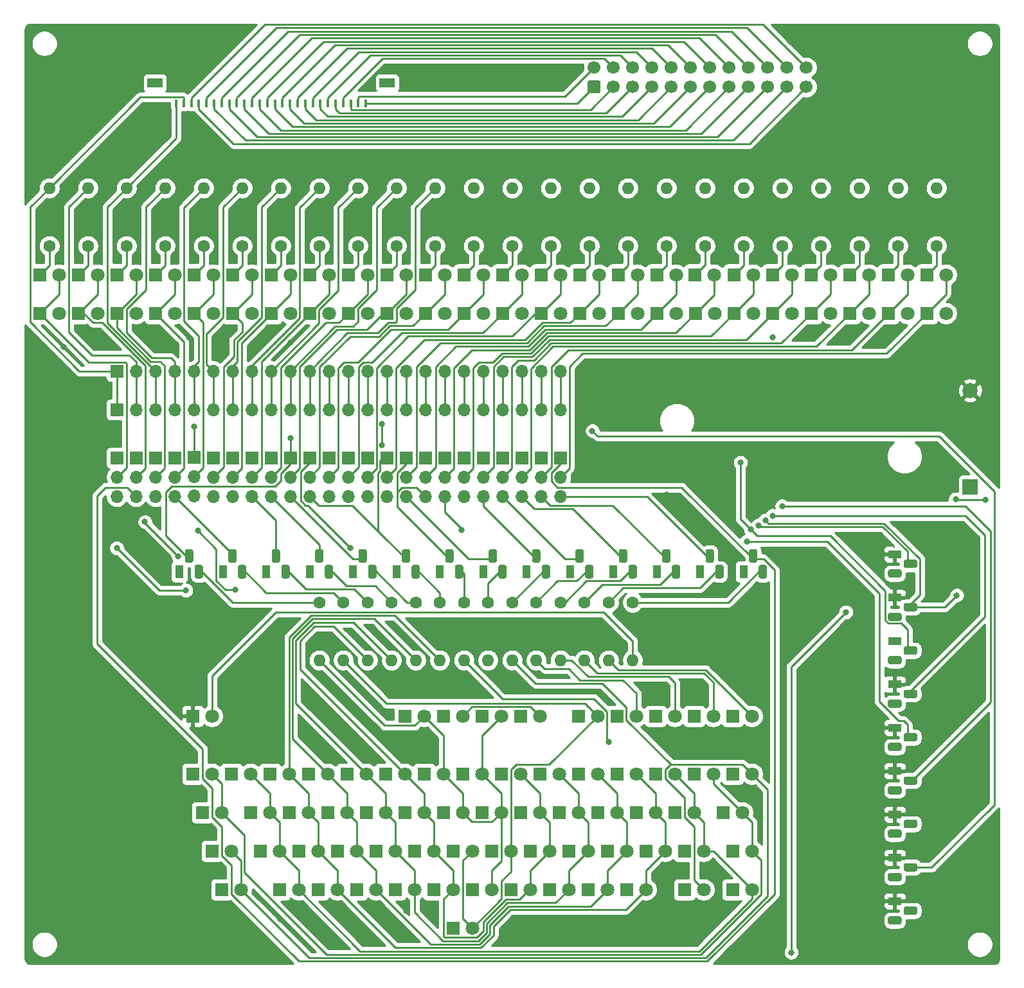
<source format=gtl>
G04 #@! TF.GenerationSoftware,KiCad,Pcbnew,(5.1.10)-1*
G04 #@! TF.CreationDate,2021-10-22T21:38:20-07:00*
G04 #@! TF.ProjectId,AtariKeyboardTester,41746172-694b-4657-9962-6f6172645465,A*
G04 #@! TF.SameCoordinates,Original*
G04 #@! TF.FileFunction,Copper,L1,Top*
G04 #@! TF.FilePolarity,Positive*
%FSLAX46Y46*%
G04 Gerber Fmt 4.6, Leading zero omitted, Abs format (unit mm)*
G04 Created by KiCad (PCBNEW (5.1.10)-1) date 2021-10-22 21:38:20*
%MOMM*%
%LPD*%
G01*
G04 APERTURE LIST*
G04 #@! TA.AperFunction,ComponentPad*
%ADD10C,1.600000*%
G04 #@! TD*
G04 #@! TA.AperFunction,ComponentPad*
%ADD11O,1.600000X1.600000*%
G04 #@! TD*
G04 #@! TA.AperFunction,ComponentPad*
%ADD12O,1.700000X1.700000*%
G04 #@! TD*
G04 #@! TA.AperFunction,ComponentPad*
%ADD13R,1.700000X1.700000*%
G04 #@! TD*
G04 #@! TA.AperFunction,ComponentPad*
%ADD14C,2.000000*%
G04 #@! TD*
G04 #@! TA.AperFunction,ComponentPad*
%ADD15R,2.000000X2.000000*%
G04 #@! TD*
G04 #@! TA.AperFunction,ComponentPad*
%ADD16R,1.800000X1.100000*%
G04 #@! TD*
G04 #@! TA.AperFunction,ComponentPad*
%ADD17R,1.100000X1.800000*%
G04 #@! TD*
G04 #@! TA.AperFunction,ComponentPad*
%ADD18C,1.800000*%
G04 #@! TD*
G04 #@! TA.AperFunction,ComponentPad*
%ADD19R,1.800000X1.800000*%
G04 #@! TD*
G04 #@! TA.AperFunction,SMDPad,CuDef*
%ADD20R,0.400000X1.000000*%
G04 #@! TD*
G04 #@! TA.AperFunction,SMDPad,CuDef*
%ADD21R,2.000000X1.300000*%
G04 #@! TD*
G04 #@! TA.AperFunction,ComponentPad*
%ADD22C,1.700000*%
G04 #@! TD*
G04 #@! TA.AperFunction,ViaPad*
%ADD23C,0.800000*%
G04 #@! TD*
G04 #@! TA.AperFunction,Conductor*
%ADD24C,0.250000*%
G04 #@! TD*
G04 #@! TA.AperFunction,Conductor*
%ADD25C,0.254000*%
G04 #@! TD*
G04 #@! TA.AperFunction,Conductor*
%ADD26C,0.150000*%
G04 #@! TD*
G04 APERTURE END LIST*
D10*
X100965000Y-97790000D03*
D11*
X100965000Y-105410000D03*
D10*
X97790000Y-97790000D03*
D11*
X97790000Y-105410000D03*
D10*
X94615000Y-97790000D03*
D11*
X94615000Y-105410000D03*
D10*
X91440000Y-97790000D03*
D11*
X91440000Y-105410000D03*
D10*
X88265000Y-97790000D03*
D11*
X88265000Y-105410000D03*
D10*
X85090000Y-97790000D03*
D11*
X85090000Y-105410000D03*
D10*
X81915000Y-97790000D03*
D11*
X81915000Y-105410000D03*
D10*
X78740000Y-97790000D03*
D11*
X78740000Y-105410000D03*
D10*
X75565000Y-97790000D03*
D11*
X75565000Y-105410000D03*
D10*
X72390000Y-97790000D03*
D11*
X72390000Y-105410000D03*
D10*
X69215000Y-97790000D03*
D11*
X69215000Y-105410000D03*
D10*
X66040000Y-97790000D03*
D11*
X66040000Y-105410000D03*
D10*
X62865000Y-97790000D03*
D11*
X62865000Y-105410000D03*
D10*
X59690000Y-97790000D03*
D11*
X59690000Y-105410000D03*
D10*
X140970000Y-50800000D03*
D11*
X140970000Y-43180000D03*
D10*
X135890000Y-50800000D03*
D11*
X135890000Y-43180000D03*
D10*
X130810000Y-50800000D03*
D11*
X130810000Y-43180000D03*
D10*
X125730000Y-50800000D03*
D11*
X125730000Y-43180000D03*
D10*
X120650000Y-50800000D03*
D11*
X120650000Y-43180000D03*
D10*
X115570000Y-50800000D03*
D11*
X115570000Y-43180000D03*
D10*
X110490000Y-50800000D03*
D11*
X110490000Y-43180000D03*
D10*
X105410000Y-50800000D03*
D11*
X105410000Y-43180000D03*
D10*
X100330000Y-50800000D03*
D11*
X100330000Y-43180000D03*
D10*
X95250000Y-50800000D03*
D11*
X95250000Y-43180000D03*
D10*
X90170000Y-50800000D03*
D11*
X90170000Y-43180000D03*
D10*
X85090000Y-50800000D03*
D11*
X85090000Y-43180000D03*
D10*
X80010000Y-50800000D03*
D11*
X80010000Y-43180000D03*
D10*
X74930000Y-50800000D03*
D11*
X74930000Y-43180000D03*
D10*
X69850000Y-50800000D03*
D11*
X69850000Y-43180000D03*
D10*
X64770000Y-50800000D03*
D11*
X64770000Y-43180000D03*
D10*
X59690000Y-50800000D03*
D11*
X59690000Y-43180000D03*
D10*
X54610000Y-50800000D03*
D11*
X54610000Y-43180000D03*
D10*
X49530000Y-50800000D03*
D11*
X49530000Y-43180000D03*
D10*
X44450000Y-50800000D03*
D11*
X44450000Y-43180000D03*
D10*
X39370000Y-50800000D03*
D11*
X39370000Y-43180000D03*
D10*
X34290000Y-50800000D03*
D11*
X34290000Y-43180000D03*
D10*
X29210000Y-50800000D03*
D11*
X29210000Y-43180000D03*
D10*
X24130000Y-50800000D03*
D11*
X24130000Y-43180000D03*
D12*
X91440000Y-83820000D03*
X91440000Y-81280000D03*
D13*
X91440000Y-78740000D03*
D12*
X88900000Y-83820000D03*
X88900000Y-81280000D03*
D13*
X88900000Y-78740000D03*
D12*
X86360000Y-83820000D03*
X86360000Y-81280000D03*
D13*
X86360000Y-78740000D03*
D12*
X83820000Y-83820000D03*
X83820000Y-81280000D03*
D13*
X83820000Y-78740000D03*
D12*
X81280000Y-83820000D03*
X81280000Y-81280000D03*
D13*
X81280000Y-78740000D03*
D12*
X78740000Y-83820000D03*
X78740000Y-81280000D03*
D13*
X78740000Y-78740000D03*
D12*
X76200000Y-83820000D03*
X76200000Y-81280000D03*
D13*
X76200000Y-78740000D03*
D12*
X73660000Y-83820000D03*
X73660000Y-81280000D03*
D13*
X73660000Y-78740000D03*
D12*
X71120000Y-83820000D03*
X71120000Y-81280000D03*
D13*
X71120000Y-78740000D03*
D12*
X68580000Y-83820000D03*
X68580000Y-81280000D03*
D13*
X68580000Y-78740000D03*
D12*
X66040000Y-83820000D03*
X66040000Y-81280000D03*
D13*
X66040000Y-78740000D03*
D12*
X63500000Y-83820000D03*
X63500000Y-81280000D03*
D13*
X63500000Y-78740000D03*
D12*
X60960000Y-83820000D03*
X60960000Y-81280000D03*
D13*
X60960000Y-78740000D03*
D12*
X58420000Y-83820000D03*
X58420000Y-81280000D03*
D13*
X58420000Y-78740000D03*
D12*
X55880000Y-83820000D03*
X55880000Y-81280000D03*
D13*
X55880000Y-78740000D03*
D12*
X53340000Y-83820000D03*
X53340000Y-81280000D03*
D13*
X53340000Y-78740000D03*
D12*
X50800000Y-83820000D03*
X50800000Y-81280000D03*
D13*
X50800000Y-78740000D03*
D12*
X48260000Y-83850000D03*
X48260000Y-81310000D03*
D13*
X48260000Y-78770000D03*
D12*
X45720000Y-83850000D03*
X45720000Y-81310000D03*
D13*
X45720000Y-78770000D03*
D12*
X43180000Y-83790000D03*
X43180000Y-81250000D03*
D13*
X43180000Y-78710000D03*
D12*
X40640000Y-83820000D03*
X40640000Y-81280000D03*
D13*
X40640000Y-78740000D03*
D12*
X38100000Y-83820000D03*
X38100000Y-81280000D03*
D13*
X38100000Y-78740000D03*
D12*
X35560000Y-83820000D03*
X35560000Y-81280000D03*
D13*
X35560000Y-78740000D03*
D12*
X33020000Y-83820000D03*
X33020000Y-81280000D03*
D13*
X33020000Y-78740000D03*
D14*
X145415000Y-69850000D03*
D15*
X145415000Y-82550000D03*
D16*
X135490000Y-137160000D03*
G04 #@! TA.AperFunction,ComponentPad*
G36*
G01*
X134865000Y-139150000D02*
X136115000Y-139150000D01*
G75*
G02*
X136390000Y-139425000I0J-275000D01*
G01*
X136390000Y-139975000D01*
G75*
G02*
X136115000Y-140250000I-275000J0D01*
G01*
X134865000Y-140250000D01*
G75*
G02*
X134590000Y-139975000I0J275000D01*
G01*
X134590000Y-139425000D01*
G75*
G02*
X134865000Y-139150000I275000J0D01*
G01*
G37*
G04 #@! TD.AperFunction*
G04 #@! TA.AperFunction,ComponentPad*
G36*
G01*
X136935000Y-137880000D02*
X138185000Y-137880000D01*
G75*
G02*
X138460000Y-138155000I0J-275000D01*
G01*
X138460000Y-138705000D01*
G75*
G02*
X138185000Y-138980000I-275000J0D01*
G01*
X136935000Y-138980000D01*
G75*
G02*
X136660000Y-138705000I0J275000D01*
G01*
X136660000Y-138155000D01*
G75*
G02*
X136935000Y-137880000I275000J0D01*
G01*
G37*
G04 #@! TD.AperFunction*
X135490000Y-131445000D03*
G04 #@! TA.AperFunction,ComponentPad*
G36*
G01*
X134865000Y-133435000D02*
X136115000Y-133435000D01*
G75*
G02*
X136390000Y-133710000I0J-275000D01*
G01*
X136390000Y-134260000D01*
G75*
G02*
X136115000Y-134535000I-275000J0D01*
G01*
X134865000Y-134535000D01*
G75*
G02*
X134590000Y-134260000I0J275000D01*
G01*
X134590000Y-133710000D01*
G75*
G02*
X134865000Y-133435000I275000J0D01*
G01*
G37*
G04 #@! TD.AperFunction*
G04 #@! TA.AperFunction,ComponentPad*
G36*
G01*
X136935000Y-132165000D02*
X138185000Y-132165000D01*
G75*
G02*
X138460000Y-132440000I0J-275000D01*
G01*
X138460000Y-132990000D01*
G75*
G02*
X138185000Y-133265000I-275000J0D01*
G01*
X136935000Y-133265000D01*
G75*
G02*
X136660000Y-132990000I0J275000D01*
G01*
X136660000Y-132440000D01*
G75*
G02*
X136935000Y-132165000I275000J0D01*
G01*
G37*
G04 #@! TD.AperFunction*
X135490000Y-125730000D03*
G04 #@! TA.AperFunction,ComponentPad*
G36*
G01*
X134865000Y-127720000D02*
X136115000Y-127720000D01*
G75*
G02*
X136390000Y-127995000I0J-275000D01*
G01*
X136390000Y-128545000D01*
G75*
G02*
X136115000Y-128820000I-275000J0D01*
G01*
X134865000Y-128820000D01*
G75*
G02*
X134590000Y-128545000I0J275000D01*
G01*
X134590000Y-127995000D01*
G75*
G02*
X134865000Y-127720000I275000J0D01*
G01*
G37*
G04 #@! TD.AperFunction*
G04 #@! TA.AperFunction,ComponentPad*
G36*
G01*
X136935000Y-126450000D02*
X138185000Y-126450000D01*
G75*
G02*
X138460000Y-126725000I0J-275000D01*
G01*
X138460000Y-127275000D01*
G75*
G02*
X138185000Y-127550000I-275000J0D01*
G01*
X136935000Y-127550000D01*
G75*
G02*
X136660000Y-127275000I0J275000D01*
G01*
X136660000Y-126725000D01*
G75*
G02*
X136935000Y-126450000I275000J0D01*
G01*
G37*
G04 #@! TD.AperFunction*
X135490000Y-120015000D03*
G04 #@! TA.AperFunction,ComponentPad*
G36*
G01*
X134865000Y-122005000D02*
X136115000Y-122005000D01*
G75*
G02*
X136390000Y-122280000I0J-275000D01*
G01*
X136390000Y-122830000D01*
G75*
G02*
X136115000Y-123105000I-275000J0D01*
G01*
X134865000Y-123105000D01*
G75*
G02*
X134590000Y-122830000I0J275000D01*
G01*
X134590000Y-122280000D01*
G75*
G02*
X134865000Y-122005000I275000J0D01*
G01*
G37*
G04 #@! TD.AperFunction*
G04 #@! TA.AperFunction,ComponentPad*
G36*
G01*
X136935000Y-120735000D02*
X138185000Y-120735000D01*
G75*
G02*
X138460000Y-121010000I0J-275000D01*
G01*
X138460000Y-121560000D01*
G75*
G02*
X138185000Y-121835000I-275000J0D01*
G01*
X136935000Y-121835000D01*
G75*
G02*
X136660000Y-121560000I0J275000D01*
G01*
X136660000Y-121010000D01*
G75*
G02*
X136935000Y-120735000I275000J0D01*
G01*
G37*
G04 #@! TD.AperFunction*
X135490000Y-114300000D03*
G04 #@! TA.AperFunction,ComponentPad*
G36*
G01*
X134865000Y-116290000D02*
X136115000Y-116290000D01*
G75*
G02*
X136390000Y-116565000I0J-275000D01*
G01*
X136390000Y-117115000D01*
G75*
G02*
X136115000Y-117390000I-275000J0D01*
G01*
X134865000Y-117390000D01*
G75*
G02*
X134590000Y-117115000I0J275000D01*
G01*
X134590000Y-116565000D01*
G75*
G02*
X134865000Y-116290000I275000J0D01*
G01*
G37*
G04 #@! TD.AperFunction*
G04 #@! TA.AperFunction,ComponentPad*
G36*
G01*
X136935000Y-115020000D02*
X138185000Y-115020000D01*
G75*
G02*
X138460000Y-115295000I0J-275000D01*
G01*
X138460000Y-115845000D01*
G75*
G02*
X138185000Y-116120000I-275000J0D01*
G01*
X136935000Y-116120000D01*
G75*
G02*
X136660000Y-115845000I0J275000D01*
G01*
X136660000Y-115295000D01*
G75*
G02*
X136935000Y-115020000I275000J0D01*
G01*
G37*
G04 #@! TD.AperFunction*
X135490000Y-108585000D03*
G04 #@! TA.AperFunction,ComponentPad*
G36*
G01*
X134865000Y-110575000D02*
X136115000Y-110575000D01*
G75*
G02*
X136390000Y-110850000I0J-275000D01*
G01*
X136390000Y-111400000D01*
G75*
G02*
X136115000Y-111675000I-275000J0D01*
G01*
X134865000Y-111675000D01*
G75*
G02*
X134590000Y-111400000I0J275000D01*
G01*
X134590000Y-110850000D01*
G75*
G02*
X134865000Y-110575000I275000J0D01*
G01*
G37*
G04 #@! TD.AperFunction*
G04 #@! TA.AperFunction,ComponentPad*
G36*
G01*
X136935000Y-109305000D02*
X138185000Y-109305000D01*
G75*
G02*
X138460000Y-109580000I0J-275000D01*
G01*
X138460000Y-110130000D01*
G75*
G02*
X138185000Y-110405000I-275000J0D01*
G01*
X136935000Y-110405000D01*
G75*
G02*
X136660000Y-110130000I0J275000D01*
G01*
X136660000Y-109580000D01*
G75*
G02*
X136935000Y-109305000I275000J0D01*
G01*
G37*
G04 #@! TD.AperFunction*
X135490000Y-102870000D03*
G04 #@! TA.AperFunction,ComponentPad*
G36*
G01*
X134865000Y-104860000D02*
X136115000Y-104860000D01*
G75*
G02*
X136390000Y-105135000I0J-275000D01*
G01*
X136390000Y-105685000D01*
G75*
G02*
X136115000Y-105960000I-275000J0D01*
G01*
X134865000Y-105960000D01*
G75*
G02*
X134590000Y-105685000I0J275000D01*
G01*
X134590000Y-105135000D01*
G75*
G02*
X134865000Y-104860000I275000J0D01*
G01*
G37*
G04 #@! TD.AperFunction*
G04 #@! TA.AperFunction,ComponentPad*
G36*
G01*
X136935000Y-103590000D02*
X138185000Y-103590000D01*
G75*
G02*
X138460000Y-103865000I0J-275000D01*
G01*
X138460000Y-104415000D01*
G75*
G02*
X138185000Y-104690000I-275000J0D01*
G01*
X136935000Y-104690000D01*
G75*
G02*
X136660000Y-104415000I0J275000D01*
G01*
X136660000Y-103865000D01*
G75*
G02*
X136935000Y-103590000I275000J0D01*
G01*
G37*
G04 #@! TD.AperFunction*
X135490000Y-97155000D03*
G04 #@! TA.AperFunction,ComponentPad*
G36*
G01*
X134865000Y-99145000D02*
X136115000Y-99145000D01*
G75*
G02*
X136390000Y-99420000I0J-275000D01*
G01*
X136390000Y-99970000D01*
G75*
G02*
X136115000Y-100245000I-275000J0D01*
G01*
X134865000Y-100245000D01*
G75*
G02*
X134590000Y-99970000I0J275000D01*
G01*
X134590000Y-99420000D01*
G75*
G02*
X134865000Y-99145000I275000J0D01*
G01*
G37*
G04 #@! TD.AperFunction*
G04 #@! TA.AperFunction,ComponentPad*
G36*
G01*
X136935000Y-97875000D02*
X138185000Y-97875000D01*
G75*
G02*
X138460000Y-98150000I0J-275000D01*
G01*
X138460000Y-98700000D01*
G75*
G02*
X138185000Y-98975000I-275000J0D01*
G01*
X136935000Y-98975000D01*
G75*
G02*
X136660000Y-98700000I0J275000D01*
G01*
X136660000Y-98150000D01*
G75*
G02*
X136935000Y-97875000I275000J0D01*
G01*
G37*
G04 #@! TD.AperFunction*
X135490000Y-91440000D03*
G04 #@! TA.AperFunction,ComponentPad*
G36*
G01*
X134865000Y-93430000D02*
X136115000Y-93430000D01*
G75*
G02*
X136390000Y-93705000I0J-275000D01*
G01*
X136390000Y-94255000D01*
G75*
G02*
X136115000Y-94530000I-275000J0D01*
G01*
X134865000Y-94530000D01*
G75*
G02*
X134590000Y-94255000I0J275000D01*
G01*
X134590000Y-93705000D01*
G75*
G02*
X134865000Y-93430000I275000J0D01*
G01*
G37*
G04 #@! TD.AperFunction*
G04 #@! TA.AperFunction,ComponentPad*
G36*
G01*
X136935000Y-92160000D02*
X138185000Y-92160000D01*
G75*
G02*
X138460000Y-92435000I0J-275000D01*
G01*
X138460000Y-92985000D01*
G75*
G02*
X138185000Y-93260000I-275000J0D01*
G01*
X136935000Y-93260000D01*
G75*
G02*
X136660000Y-92985000I0J275000D01*
G01*
X136660000Y-92435000D01*
G75*
G02*
X136935000Y-92160000I275000J0D01*
G01*
G37*
G04 #@! TD.AperFunction*
D17*
X115570000Y-93745000D03*
G04 #@! TA.AperFunction,ComponentPad*
G36*
G01*
X117560000Y-94370000D02*
X117560000Y-93120000D01*
G75*
G02*
X117835000Y-92845000I275000J0D01*
G01*
X118385000Y-92845000D01*
G75*
G02*
X118660000Y-93120000I0J-275000D01*
G01*
X118660000Y-94370000D01*
G75*
G02*
X118385000Y-94645000I-275000J0D01*
G01*
X117835000Y-94645000D01*
G75*
G02*
X117560000Y-94370000I0J275000D01*
G01*
G37*
G04 #@! TD.AperFunction*
G04 #@! TA.AperFunction,ComponentPad*
G36*
G01*
X116290000Y-92300000D02*
X116290000Y-91050000D01*
G75*
G02*
X116565000Y-90775000I275000J0D01*
G01*
X117115000Y-90775000D01*
G75*
G02*
X117390000Y-91050000I0J-275000D01*
G01*
X117390000Y-92300000D01*
G75*
G02*
X117115000Y-92575000I-275000J0D01*
G01*
X116565000Y-92575000D01*
G75*
G02*
X116290000Y-92300000I0J275000D01*
G01*
G37*
G04 #@! TD.AperFunction*
X109855000Y-93745000D03*
G04 #@! TA.AperFunction,ComponentPad*
G36*
G01*
X111845000Y-94370000D02*
X111845000Y-93120000D01*
G75*
G02*
X112120000Y-92845000I275000J0D01*
G01*
X112670000Y-92845000D01*
G75*
G02*
X112945000Y-93120000I0J-275000D01*
G01*
X112945000Y-94370000D01*
G75*
G02*
X112670000Y-94645000I-275000J0D01*
G01*
X112120000Y-94645000D01*
G75*
G02*
X111845000Y-94370000I0J275000D01*
G01*
G37*
G04 #@! TD.AperFunction*
G04 #@! TA.AperFunction,ComponentPad*
G36*
G01*
X110575000Y-92300000D02*
X110575000Y-91050000D01*
G75*
G02*
X110850000Y-90775000I275000J0D01*
G01*
X111400000Y-90775000D01*
G75*
G02*
X111675000Y-91050000I0J-275000D01*
G01*
X111675000Y-92300000D01*
G75*
G02*
X111400000Y-92575000I-275000J0D01*
G01*
X110850000Y-92575000D01*
G75*
G02*
X110575000Y-92300000I0J275000D01*
G01*
G37*
G04 #@! TD.AperFunction*
X104140000Y-93745000D03*
G04 #@! TA.AperFunction,ComponentPad*
G36*
G01*
X106130000Y-94370000D02*
X106130000Y-93120000D01*
G75*
G02*
X106405000Y-92845000I275000J0D01*
G01*
X106955000Y-92845000D01*
G75*
G02*
X107230000Y-93120000I0J-275000D01*
G01*
X107230000Y-94370000D01*
G75*
G02*
X106955000Y-94645000I-275000J0D01*
G01*
X106405000Y-94645000D01*
G75*
G02*
X106130000Y-94370000I0J275000D01*
G01*
G37*
G04 #@! TD.AperFunction*
G04 #@! TA.AperFunction,ComponentPad*
G36*
G01*
X104860000Y-92300000D02*
X104860000Y-91050000D01*
G75*
G02*
X105135000Y-90775000I275000J0D01*
G01*
X105685000Y-90775000D01*
G75*
G02*
X105960000Y-91050000I0J-275000D01*
G01*
X105960000Y-92300000D01*
G75*
G02*
X105685000Y-92575000I-275000J0D01*
G01*
X105135000Y-92575000D01*
G75*
G02*
X104860000Y-92300000I0J275000D01*
G01*
G37*
G04 #@! TD.AperFunction*
X98425000Y-93745000D03*
G04 #@! TA.AperFunction,ComponentPad*
G36*
G01*
X100415000Y-94370000D02*
X100415000Y-93120000D01*
G75*
G02*
X100690000Y-92845000I275000J0D01*
G01*
X101240000Y-92845000D01*
G75*
G02*
X101515000Y-93120000I0J-275000D01*
G01*
X101515000Y-94370000D01*
G75*
G02*
X101240000Y-94645000I-275000J0D01*
G01*
X100690000Y-94645000D01*
G75*
G02*
X100415000Y-94370000I0J275000D01*
G01*
G37*
G04 #@! TD.AperFunction*
G04 #@! TA.AperFunction,ComponentPad*
G36*
G01*
X99145000Y-92300000D02*
X99145000Y-91050000D01*
G75*
G02*
X99420000Y-90775000I275000J0D01*
G01*
X99970000Y-90775000D01*
G75*
G02*
X100245000Y-91050000I0J-275000D01*
G01*
X100245000Y-92300000D01*
G75*
G02*
X99970000Y-92575000I-275000J0D01*
G01*
X99420000Y-92575000D01*
G75*
G02*
X99145000Y-92300000I0J275000D01*
G01*
G37*
G04 #@! TD.AperFunction*
X92710000Y-93745000D03*
G04 #@! TA.AperFunction,ComponentPad*
G36*
G01*
X94700000Y-94370000D02*
X94700000Y-93120000D01*
G75*
G02*
X94975000Y-92845000I275000J0D01*
G01*
X95525000Y-92845000D01*
G75*
G02*
X95800000Y-93120000I0J-275000D01*
G01*
X95800000Y-94370000D01*
G75*
G02*
X95525000Y-94645000I-275000J0D01*
G01*
X94975000Y-94645000D01*
G75*
G02*
X94700000Y-94370000I0J275000D01*
G01*
G37*
G04 #@! TD.AperFunction*
G04 #@! TA.AperFunction,ComponentPad*
G36*
G01*
X93430000Y-92300000D02*
X93430000Y-91050000D01*
G75*
G02*
X93705000Y-90775000I275000J0D01*
G01*
X94255000Y-90775000D01*
G75*
G02*
X94530000Y-91050000I0J-275000D01*
G01*
X94530000Y-92300000D01*
G75*
G02*
X94255000Y-92575000I-275000J0D01*
G01*
X93705000Y-92575000D01*
G75*
G02*
X93430000Y-92300000I0J275000D01*
G01*
G37*
G04 #@! TD.AperFunction*
X86995000Y-93745000D03*
G04 #@! TA.AperFunction,ComponentPad*
G36*
G01*
X88985000Y-94370000D02*
X88985000Y-93120000D01*
G75*
G02*
X89260000Y-92845000I275000J0D01*
G01*
X89810000Y-92845000D01*
G75*
G02*
X90085000Y-93120000I0J-275000D01*
G01*
X90085000Y-94370000D01*
G75*
G02*
X89810000Y-94645000I-275000J0D01*
G01*
X89260000Y-94645000D01*
G75*
G02*
X88985000Y-94370000I0J275000D01*
G01*
G37*
G04 #@! TD.AperFunction*
G04 #@! TA.AperFunction,ComponentPad*
G36*
G01*
X87715000Y-92300000D02*
X87715000Y-91050000D01*
G75*
G02*
X87990000Y-90775000I275000J0D01*
G01*
X88540000Y-90775000D01*
G75*
G02*
X88815000Y-91050000I0J-275000D01*
G01*
X88815000Y-92300000D01*
G75*
G02*
X88540000Y-92575000I-275000J0D01*
G01*
X87990000Y-92575000D01*
G75*
G02*
X87715000Y-92300000I0J275000D01*
G01*
G37*
G04 #@! TD.AperFunction*
X81280000Y-93745000D03*
G04 #@! TA.AperFunction,ComponentPad*
G36*
G01*
X83270000Y-94370000D02*
X83270000Y-93120000D01*
G75*
G02*
X83545000Y-92845000I275000J0D01*
G01*
X84095000Y-92845000D01*
G75*
G02*
X84370000Y-93120000I0J-275000D01*
G01*
X84370000Y-94370000D01*
G75*
G02*
X84095000Y-94645000I-275000J0D01*
G01*
X83545000Y-94645000D01*
G75*
G02*
X83270000Y-94370000I0J275000D01*
G01*
G37*
G04 #@! TD.AperFunction*
G04 #@! TA.AperFunction,ComponentPad*
G36*
G01*
X82000000Y-92300000D02*
X82000000Y-91050000D01*
G75*
G02*
X82275000Y-90775000I275000J0D01*
G01*
X82825000Y-90775000D01*
G75*
G02*
X83100000Y-91050000I0J-275000D01*
G01*
X83100000Y-92300000D01*
G75*
G02*
X82825000Y-92575000I-275000J0D01*
G01*
X82275000Y-92575000D01*
G75*
G02*
X82000000Y-92300000I0J275000D01*
G01*
G37*
G04 #@! TD.AperFunction*
X75565000Y-93745000D03*
G04 #@! TA.AperFunction,ComponentPad*
G36*
G01*
X77555000Y-94370000D02*
X77555000Y-93120000D01*
G75*
G02*
X77830000Y-92845000I275000J0D01*
G01*
X78380000Y-92845000D01*
G75*
G02*
X78655000Y-93120000I0J-275000D01*
G01*
X78655000Y-94370000D01*
G75*
G02*
X78380000Y-94645000I-275000J0D01*
G01*
X77830000Y-94645000D01*
G75*
G02*
X77555000Y-94370000I0J275000D01*
G01*
G37*
G04 #@! TD.AperFunction*
G04 #@! TA.AperFunction,ComponentPad*
G36*
G01*
X76285000Y-92300000D02*
X76285000Y-91050000D01*
G75*
G02*
X76560000Y-90775000I275000J0D01*
G01*
X77110000Y-90775000D01*
G75*
G02*
X77385000Y-91050000I0J-275000D01*
G01*
X77385000Y-92300000D01*
G75*
G02*
X77110000Y-92575000I-275000J0D01*
G01*
X76560000Y-92575000D01*
G75*
G02*
X76285000Y-92300000I0J275000D01*
G01*
G37*
G04 #@! TD.AperFunction*
X69850000Y-93745000D03*
G04 #@! TA.AperFunction,ComponentPad*
G36*
G01*
X71840000Y-94370000D02*
X71840000Y-93120000D01*
G75*
G02*
X72115000Y-92845000I275000J0D01*
G01*
X72665000Y-92845000D01*
G75*
G02*
X72940000Y-93120000I0J-275000D01*
G01*
X72940000Y-94370000D01*
G75*
G02*
X72665000Y-94645000I-275000J0D01*
G01*
X72115000Y-94645000D01*
G75*
G02*
X71840000Y-94370000I0J275000D01*
G01*
G37*
G04 #@! TD.AperFunction*
G04 #@! TA.AperFunction,ComponentPad*
G36*
G01*
X70570000Y-92300000D02*
X70570000Y-91050000D01*
G75*
G02*
X70845000Y-90775000I275000J0D01*
G01*
X71395000Y-90775000D01*
G75*
G02*
X71670000Y-91050000I0J-275000D01*
G01*
X71670000Y-92300000D01*
G75*
G02*
X71395000Y-92575000I-275000J0D01*
G01*
X70845000Y-92575000D01*
G75*
G02*
X70570000Y-92300000I0J275000D01*
G01*
G37*
G04 #@! TD.AperFunction*
X64135000Y-93745000D03*
G04 #@! TA.AperFunction,ComponentPad*
G36*
G01*
X66125000Y-94370000D02*
X66125000Y-93120000D01*
G75*
G02*
X66400000Y-92845000I275000J0D01*
G01*
X66950000Y-92845000D01*
G75*
G02*
X67225000Y-93120000I0J-275000D01*
G01*
X67225000Y-94370000D01*
G75*
G02*
X66950000Y-94645000I-275000J0D01*
G01*
X66400000Y-94645000D01*
G75*
G02*
X66125000Y-94370000I0J275000D01*
G01*
G37*
G04 #@! TD.AperFunction*
G04 #@! TA.AperFunction,ComponentPad*
G36*
G01*
X64855000Y-92300000D02*
X64855000Y-91050000D01*
G75*
G02*
X65130000Y-90775000I275000J0D01*
G01*
X65680000Y-90775000D01*
G75*
G02*
X65955000Y-91050000I0J-275000D01*
G01*
X65955000Y-92300000D01*
G75*
G02*
X65680000Y-92575000I-275000J0D01*
G01*
X65130000Y-92575000D01*
G75*
G02*
X64855000Y-92300000I0J275000D01*
G01*
G37*
G04 #@! TD.AperFunction*
X58420000Y-93745000D03*
G04 #@! TA.AperFunction,ComponentPad*
G36*
G01*
X60410000Y-94370000D02*
X60410000Y-93120000D01*
G75*
G02*
X60685000Y-92845000I275000J0D01*
G01*
X61235000Y-92845000D01*
G75*
G02*
X61510000Y-93120000I0J-275000D01*
G01*
X61510000Y-94370000D01*
G75*
G02*
X61235000Y-94645000I-275000J0D01*
G01*
X60685000Y-94645000D01*
G75*
G02*
X60410000Y-94370000I0J275000D01*
G01*
G37*
G04 #@! TD.AperFunction*
G04 #@! TA.AperFunction,ComponentPad*
G36*
G01*
X59140000Y-92300000D02*
X59140000Y-91050000D01*
G75*
G02*
X59415000Y-90775000I275000J0D01*
G01*
X59965000Y-90775000D01*
G75*
G02*
X60240000Y-91050000I0J-275000D01*
G01*
X60240000Y-92300000D01*
G75*
G02*
X59965000Y-92575000I-275000J0D01*
G01*
X59415000Y-92575000D01*
G75*
G02*
X59140000Y-92300000I0J275000D01*
G01*
G37*
G04 #@! TD.AperFunction*
X52705000Y-93745000D03*
G04 #@! TA.AperFunction,ComponentPad*
G36*
G01*
X54695000Y-94370000D02*
X54695000Y-93120000D01*
G75*
G02*
X54970000Y-92845000I275000J0D01*
G01*
X55520000Y-92845000D01*
G75*
G02*
X55795000Y-93120000I0J-275000D01*
G01*
X55795000Y-94370000D01*
G75*
G02*
X55520000Y-94645000I-275000J0D01*
G01*
X54970000Y-94645000D01*
G75*
G02*
X54695000Y-94370000I0J275000D01*
G01*
G37*
G04 #@! TD.AperFunction*
G04 #@! TA.AperFunction,ComponentPad*
G36*
G01*
X53425000Y-92300000D02*
X53425000Y-91050000D01*
G75*
G02*
X53700000Y-90775000I275000J0D01*
G01*
X54250000Y-90775000D01*
G75*
G02*
X54525000Y-91050000I0J-275000D01*
G01*
X54525000Y-92300000D01*
G75*
G02*
X54250000Y-92575000I-275000J0D01*
G01*
X53700000Y-92575000D01*
G75*
G02*
X53425000Y-92300000I0J275000D01*
G01*
G37*
G04 #@! TD.AperFunction*
X46990000Y-93745000D03*
G04 #@! TA.AperFunction,ComponentPad*
G36*
G01*
X48980000Y-94370000D02*
X48980000Y-93120000D01*
G75*
G02*
X49255000Y-92845000I275000J0D01*
G01*
X49805000Y-92845000D01*
G75*
G02*
X50080000Y-93120000I0J-275000D01*
G01*
X50080000Y-94370000D01*
G75*
G02*
X49805000Y-94645000I-275000J0D01*
G01*
X49255000Y-94645000D01*
G75*
G02*
X48980000Y-94370000I0J275000D01*
G01*
G37*
G04 #@! TD.AperFunction*
G04 #@! TA.AperFunction,ComponentPad*
G36*
G01*
X47710000Y-92300000D02*
X47710000Y-91050000D01*
G75*
G02*
X47985000Y-90775000I275000J0D01*
G01*
X48535000Y-90775000D01*
G75*
G02*
X48810000Y-91050000I0J-275000D01*
G01*
X48810000Y-92300000D01*
G75*
G02*
X48535000Y-92575000I-275000J0D01*
G01*
X47985000Y-92575000D01*
G75*
G02*
X47710000Y-92300000I0J275000D01*
G01*
G37*
G04 #@! TD.AperFunction*
X41275000Y-93745000D03*
G04 #@! TA.AperFunction,ComponentPad*
G36*
G01*
X43265000Y-94370000D02*
X43265000Y-93120000D01*
G75*
G02*
X43540000Y-92845000I275000J0D01*
G01*
X44090000Y-92845000D01*
G75*
G02*
X44365000Y-93120000I0J-275000D01*
G01*
X44365000Y-94370000D01*
G75*
G02*
X44090000Y-94645000I-275000J0D01*
G01*
X43540000Y-94645000D01*
G75*
G02*
X43265000Y-94370000I0J275000D01*
G01*
G37*
G04 #@! TD.AperFunction*
G04 #@! TA.AperFunction,ComponentPad*
G36*
G01*
X41995000Y-92300000D02*
X41995000Y-91050000D01*
G75*
G02*
X42270000Y-90775000I275000J0D01*
G01*
X42820000Y-90775000D01*
G75*
G02*
X43095000Y-91050000I0J-275000D01*
G01*
X43095000Y-92300000D01*
G75*
G02*
X42820000Y-92575000I-275000J0D01*
G01*
X42270000Y-92575000D01*
G75*
G02*
X41995000Y-92300000I0J275000D01*
G01*
G37*
G04 #@! TD.AperFunction*
D12*
X91440000Y-72390000D03*
X88900000Y-72390000D03*
X86360000Y-72390000D03*
X83820000Y-72390000D03*
X81280000Y-72390000D03*
X78740000Y-72390000D03*
X76200000Y-72390000D03*
X73660000Y-72390000D03*
X71120000Y-72390000D03*
X68580000Y-72390000D03*
X66040000Y-72390000D03*
X63500000Y-72390000D03*
X60960000Y-72390000D03*
X58420000Y-72390000D03*
X55880000Y-72390000D03*
X53340000Y-72390000D03*
X50800000Y-72390000D03*
X48260000Y-72390000D03*
X45720000Y-72390000D03*
X43180000Y-72390000D03*
X40640000Y-72390000D03*
X38100000Y-72390000D03*
X35560000Y-72390000D03*
D13*
X33020000Y-72390000D03*
D18*
X116674900Y-112786160D03*
D19*
X114134900Y-112786160D03*
D18*
X142240000Y-59690000D03*
D19*
X139700000Y-59690000D03*
D18*
X137160000Y-59690000D03*
D19*
X134620000Y-59690000D03*
D18*
X132080000Y-59690000D03*
D19*
X129540000Y-59690000D03*
D18*
X127000000Y-59690000D03*
D19*
X124460000Y-59690000D03*
D18*
X121920000Y-59690000D03*
D19*
X119380000Y-59690000D03*
D18*
X116840000Y-59690000D03*
D19*
X114300000Y-59690000D03*
D18*
X111760000Y-59690000D03*
D19*
X109220000Y-59690000D03*
D18*
X106680000Y-59690000D03*
D19*
X104140000Y-59690000D03*
D18*
X101600000Y-59690000D03*
D19*
X99060000Y-59690000D03*
D18*
X96520000Y-59690000D03*
D19*
X93980000Y-59690000D03*
D18*
X91440000Y-59690000D03*
D19*
X88900000Y-59690000D03*
D18*
X86360000Y-59690000D03*
D19*
X83820000Y-59690000D03*
D18*
X81280000Y-59690000D03*
D19*
X78740000Y-59690000D03*
D18*
X76200000Y-59690000D03*
D19*
X73660000Y-59690000D03*
D18*
X71120000Y-59690000D03*
D19*
X68580000Y-59690000D03*
D18*
X66040000Y-59690000D03*
D19*
X63500000Y-59690000D03*
D18*
X60960000Y-59690000D03*
D19*
X58420000Y-59690000D03*
D18*
X55880000Y-59690000D03*
D19*
X53340000Y-59690000D03*
D18*
X50800000Y-59690000D03*
D19*
X48260000Y-59690000D03*
D18*
X45720000Y-59690000D03*
D19*
X43180000Y-59690000D03*
D18*
X40640000Y-59690000D03*
D19*
X38100000Y-59690000D03*
D18*
X35560000Y-59690000D03*
D19*
X33020000Y-59690000D03*
D18*
X30480000Y-59690000D03*
D19*
X27940000Y-59690000D03*
D18*
X25400000Y-59690000D03*
D19*
X22860000Y-59690000D03*
D18*
X142240000Y-54610000D03*
D19*
X139700000Y-54610000D03*
D18*
X137160000Y-54610000D03*
D19*
X134620000Y-54610000D03*
D18*
X132080000Y-54610000D03*
D19*
X129540000Y-54610000D03*
D18*
X127000000Y-54610000D03*
D19*
X124460000Y-54610000D03*
D18*
X121920000Y-54610000D03*
D19*
X119380000Y-54610000D03*
D18*
X116840000Y-54610000D03*
D19*
X114300000Y-54610000D03*
D18*
X111680000Y-54610000D03*
D19*
X109140000Y-54610000D03*
D18*
X106680000Y-54610000D03*
D19*
X104140000Y-54610000D03*
D18*
X101600000Y-54610000D03*
D19*
X99060000Y-54610000D03*
D18*
X96520000Y-54610000D03*
D19*
X93980000Y-54610000D03*
D18*
X91440000Y-54610000D03*
D19*
X88900000Y-54610000D03*
D18*
X86360000Y-54610000D03*
D19*
X83820000Y-54610000D03*
D18*
X81280000Y-54610000D03*
D19*
X78740000Y-54610000D03*
D18*
X76200000Y-54610000D03*
D19*
X73660000Y-54610000D03*
D18*
X71120000Y-54610000D03*
D19*
X68580000Y-54610000D03*
D18*
X66040000Y-54610000D03*
D19*
X63500000Y-54610000D03*
D18*
X60960000Y-54610000D03*
D19*
X58420000Y-54610000D03*
D18*
X55880000Y-54610000D03*
D19*
X53340000Y-54610000D03*
D18*
X50800000Y-54610000D03*
D19*
X48260000Y-54610000D03*
D18*
X45720000Y-54610000D03*
D19*
X43180000Y-54610000D03*
D18*
X40640000Y-54610000D03*
D19*
X38100000Y-54610000D03*
D18*
X35560000Y-54610000D03*
D19*
X33020000Y-54610000D03*
D18*
X30480000Y-54610000D03*
D19*
X27940000Y-54610000D03*
D18*
X25400000Y-54610000D03*
D19*
X22860000Y-54610000D03*
D20*
X40840000Y-32025000D03*
X41840000Y-32025000D03*
X42840000Y-32025000D03*
X43840000Y-32025000D03*
X44840000Y-32025000D03*
X45840000Y-32025000D03*
X46840000Y-32025000D03*
X47840000Y-32025000D03*
X48840000Y-32025000D03*
X49840000Y-32025000D03*
X50840000Y-32025000D03*
X51840000Y-32025000D03*
X52840000Y-32025000D03*
X53840000Y-32025000D03*
X54840000Y-32025000D03*
X55840000Y-32025000D03*
X56840000Y-32025000D03*
X57840000Y-32025000D03*
X58840000Y-32025000D03*
X59840000Y-32025000D03*
X60840000Y-32025000D03*
X61840000Y-32025000D03*
X62840000Y-32025000D03*
X63840000Y-32025000D03*
X64840000Y-32025000D03*
X65840000Y-32025000D03*
D21*
X38040000Y-29325000D03*
X68640000Y-29325000D03*
D22*
X123825000Y-27305000D03*
X121285000Y-27305000D03*
X118745000Y-27305000D03*
X116205000Y-27305000D03*
X113665000Y-27305000D03*
X111125000Y-27305000D03*
X108585000Y-27305000D03*
X106045000Y-27305000D03*
X103505000Y-27305000D03*
X100965000Y-27305000D03*
X98425000Y-27305000D03*
X95885000Y-27305000D03*
X123825000Y-29845000D03*
X121285000Y-29845000D03*
X118745000Y-29845000D03*
X116205000Y-29845000D03*
X113665000Y-29845000D03*
X111125000Y-29845000D03*
X108585000Y-29845000D03*
X106045000Y-29845000D03*
X103505000Y-29845000D03*
X100965000Y-29845000D03*
X98425000Y-29845000D03*
G04 #@! TA.AperFunction,ComponentPad*
G36*
G01*
X96485000Y-30695000D02*
X95285000Y-30695000D01*
G75*
G02*
X95035000Y-30445000I0J250000D01*
G01*
X95035000Y-29245000D01*
G75*
G02*
X95285000Y-28995000I250000J0D01*
G01*
X96485000Y-28995000D01*
G75*
G02*
X96735000Y-29245000I0J-250000D01*
G01*
X96735000Y-30445000D01*
G75*
G02*
X96485000Y-30695000I-250000J0D01*
G01*
G37*
G04 #@! TD.AperFunction*
D12*
X91440000Y-67310000D03*
X88900000Y-67310000D03*
X86360000Y-67310000D03*
X83820000Y-67310000D03*
X81280000Y-67310000D03*
X78740000Y-67310000D03*
X76200000Y-67310000D03*
X73660000Y-67310000D03*
X71120000Y-67310000D03*
X68580000Y-67310000D03*
X66040000Y-67310000D03*
X63500000Y-67310000D03*
X60960000Y-67310000D03*
X58420000Y-67310000D03*
X55880000Y-67310000D03*
X53340000Y-67310000D03*
X50800000Y-67310000D03*
X48260000Y-67310000D03*
X45720000Y-67310000D03*
X43180000Y-67310000D03*
X40640000Y-67310000D03*
X38100000Y-67310000D03*
X35560000Y-67310000D03*
D13*
X33020000Y-67310000D03*
D18*
X116674900Y-120406160D03*
D19*
X114134900Y-120406160D03*
D18*
X111594900Y-112786160D03*
D19*
X109054900Y-112786160D03*
D18*
X116674900Y-135646160D03*
D19*
X114134900Y-135646160D03*
D18*
X116674900Y-130566160D03*
D19*
X114134900Y-130566160D03*
D18*
X115404900Y-125486160D03*
D19*
X112864900Y-125486160D03*
D18*
X111594900Y-120406160D03*
D19*
X109054900Y-120406160D03*
D18*
X110324900Y-130566160D03*
D19*
X107784900Y-130566160D03*
D18*
X110324900Y-135646160D03*
D19*
X107784900Y-135646160D03*
D18*
X109054900Y-125486160D03*
D19*
X106514900Y-125486160D03*
D18*
X106514900Y-112786160D03*
D19*
X103974900Y-112786160D03*
D18*
X106514900Y-120406160D03*
D19*
X103974900Y-120406160D03*
D18*
X105244900Y-130566160D03*
D19*
X102704900Y-130566160D03*
D18*
X103974900Y-125486160D03*
D19*
X101434900Y-125486160D03*
D18*
X102704900Y-135646160D03*
D19*
X100164900Y-135646160D03*
D18*
X101434900Y-120406160D03*
D19*
X98894900Y-120406160D03*
D18*
X101434900Y-112786160D03*
D19*
X98894900Y-112786160D03*
D18*
X100164900Y-130566160D03*
D19*
X97624900Y-130566160D03*
D18*
X98894900Y-125486160D03*
D19*
X96354900Y-125486160D03*
D18*
X97624900Y-135646160D03*
D19*
X95084900Y-135646160D03*
D18*
X96354900Y-120406160D03*
D19*
X93814900Y-120406160D03*
D18*
X95084900Y-130566160D03*
D19*
X92544900Y-130566160D03*
D18*
X93814900Y-125486160D03*
D19*
X91274900Y-125486160D03*
D18*
X96354900Y-112786160D03*
D19*
X93814900Y-112786160D03*
D18*
X92544900Y-135646160D03*
D19*
X90004900Y-135646160D03*
D18*
X91274900Y-120406160D03*
D19*
X88734900Y-120406160D03*
D18*
X90004900Y-130566160D03*
D19*
X87464900Y-130566160D03*
D18*
X88734900Y-125486160D03*
D19*
X86194900Y-125486160D03*
D18*
X87464900Y-135646160D03*
D19*
X84924900Y-135646160D03*
D18*
X86194900Y-120406160D03*
D19*
X83654900Y-120406160D03*
D18*
X88734900Y-112786160D03*
D19*
X86194900Y-112786160D03*
D18*
X84924900Y-130566160D03*
D19*
X82384900Y-130566160D03*
D18*
X83654900Y-125486160D03*
D19*
X81114900Y-125486160D03*
D18*
X82384900Y-135646160D03*
D19*
X79844900Y-135646160D03*
D18*
X79844900Y-140726160D03*
D19*
X77304900Y-140726160D03*
D18*
X81114900Y-120406160D03*
D19*
X78574900Y-120406160D03*
D18*
X79844900Y-130566160D03*
D19*
X77304900Y-130566160D03*
D18*
X78574900Y-125486160D03*
D19*
X76034900Y-125486160D03*
D18*
X83654900Y-112786160D03*
D19*
X81114900Y-112786160D03*
D18*
X77304900Y-135646160D03*
D19*
X74764900Y-135646160D03*
D18*
X76034900Y-120406160D03*
D19*
X73494900Y-120406160D03*
D18*
X74764900Y-130566160D03*
D19*
X72224900Y-130566160D03*
D18*
X73494900Y-125486160D03*
D19*
X70954900Y-125486160D03*
D18*
X72224900Y-135646160D03*
D19*
X69684900Y-135646160D03*
D18*
X70954900Y-120406160D03*
D19*
X68414900Y-120406160D03*
D18*
X78574900Y-112786160D03*
D19*
X76034900Y-112786160D03*
D18*
X69684900Y-130566160D03*
D19*
X67144900Y-130566160D03*
D18*
X68414900Y-125486160D03*
D19*
X65874900Y-125486160D03*
D18*
X67144900Y-135646160D03*
D19*
X64604900Y-135646160D03*
D18*
X65874900Y-120406160D03*
D19*
X63334900Y-120406160D03*
D18*
X64604900Y-130566160D03*
D19*
X62064900Y-130566160D03*
D18*
X63334900Y-125486160D03*
D19*
X60794900Y-125486160D03*
D18*
X73494900Y-112786160D03*
D19*
X70954900Y-112786160D03*
D18*
X62064900Y-135646160D03*
D19*
X59524900Y-135646160D03*
D18*
X60794900Y-120406160D03*
D19*
X58254900Y-120406160D03*
D18*
X59524900Y-130566160D03*
D19*
X56984900Y-130566160D03*
D18*
X58254900Y-125486160D03*
D19*
X55714900Y-125486160D03*
D18*
X56984900Y-135646160D03*
D19*
X54444900Y-135646160D03*
D18*
X55714900Y-120406160D03*
D19*
X53174900Y-120406160D03*
D18*
X54444900Y-130566160D03*
D19*
X51904900Y-130566160D03*
D18*
X53174900Y-125486160D03*
D19*
X50634900Y-125486160D03*
D18*
X50634900Y-120406160D03*
D19*
X48094900Y-120406160D03*
D18*
X49364900Y-135646160D03*
D19*
X46824900Y-135646160D03*
D18*
X48094900Y-130566160D03*
D19*
X45554900Y-130566160D03*
D18*
X46824900Y-125486160D03*
D19*
X44284900Y-125486160D03*
D18*
X45554900Y-120406160D03*
D19*
X43014900Y-120406160D03*
D18*
X45554900Y-112786160D03*
D19*
X43014900Y-112786160D03*
D23*
X141300000Y-79900000D03*
X112125000Y-102700000D03*
X131725000Y-102825000D03*
X130950000Y-110375000D03*
X137950000Y-46425000D03*
X130425000Y-46425000D03*
X125450000Y-46425000D03*
X120300000Y-46100000D03*
X115850000Y-46250000D03*
X110725000Y-45750000D03*
X105750000Y-45575000D03*
X101650000Y-45075000D03*
X97375000Y-44200000D03*
X92575000Y-43875000D03*
X88125000Y-42325000D03*
X84525000Y-41125000D03*
X80075000Y-40275000D03*
X75450000Y-40275000D03*
X36250000Y-101400000D03*
X39500000Y-120225000D03*
X51150000Y-116450000D03*
X110550000Y-116300000D03*
X105925000Y-116800000D03*
X102000000Y-78275000D03*
X118075000Y-82550000D03*
X99425000Y-72450000D03*
X33000000Y-87525000D03*
X128875000Y-135475000D03*
X129225000Y-123475000D03*
X116725000Y-110475000D03*
X69800000Y-46775000D03*
X74600000Y-46950000D03*
X79050000Y-47625000D03*
X83500000Y-48150000D03*
X88125000Y-48650000D03*
X92925000Y-48650000D03*
X97700000Y-48825000D03*
X102500000Y-49350000D03*
X107650000Y-49525000D03*
X112775000Y-49525000D03*
X117925000Y-50025000D03*
X50125000Y-140075000D03*
X81100000Y-28450000D03*
X38735000Y-36195000D03*
X105425000Y-83575000D03*
X73400000Y-107900000D03*
X68600000Y-139925000D03*
X63650000Y-139750000D03*
X58500000Y-140075000D03*
X54575000Y-139575000D03*
X99175000Y-140550000D03*
X110725000Y-89075000D03*
X42925000Y-129825000D03*
X120775000Y-126625000D03*
X139150000Y-62875000D03*
X105250000Y-135475000D03*
X30775000Y-63375000D03*
X51825000Y-63725000D03*
X58150000Y-109775000D03*
X58325000Y-115100000D03*
X103525000Y-109100000D03*
X109175000Y-109275000D03*
X26035000Y-93980000D03*
X28575000Y-24765000D03*
X71120000Y-138430000D03*
X73660000Y-138430000D03*
X117475000Y-123825000D03*
X133985000Y-62865000D03*
X128905000Y-62865000D03*
X123825000Y-62865000D03*
X119380000Y-62865000D03*
X26035000Y-64135000D03*
X140335000Y-83820000D03*
X144780000Y-89535000D03*
X37465000Y-63500000D03*
X46355000Y-64135000D03*
X42545000Y-62865000D03*
X55880000Y-63500000D03*
X97790000Y-116205000D03*
X117525000Y-87625000D03*
X121850000Y-143925000D03*
X129050000Y-99075000D03*
X118450000Y-86975000D03*
X147475000Y-84250000D03*
X143500000Y-84175000D03*
X143650000Y-96850000D03*
X116525000Y-88175000D03*
X115175000Y-79375000D03*
X63825000Y-90600000D03*
X119380000Y-86360000D03*
X67950000Y-77100000D03*
X67940001Y-74274990D03*
X115983075Y-89758075D03*
X43250000Y-74625000D03*
X33025000Y-90625000D03*
X43700000Y-88375000D03*
X48625000Y-96125000D03*
X42125000Y-96200000D03*
X95650000Y-75175000D03*
X120650000Y-85090000D03*
X41124999Y-91700000D03*
X36725000Y-87175000D03*
X78462500Y-88212500D03*
X55875000Y-76175000D03*
D24*
X135890000Y-91440000D02*
X133060000Y-91440000D01*
X56984900Y-133106160D02*
X54444900Y-130566160D01*
X56984900Y-135646160D02*
X56984900Y-133106160D01*
X54444900Y-126756160D02*
X53174900Y-125486160D01*
X54444900Y-130566160D02*
X54444900Y-126756160D01*
X53174900Y-122946160D02*
X50634900Y-120406160D01*
X53174900Y-125486160D02*
X53174900Y-122946160D01*
X110324900Y-126756160D02*
X109054900Y-125486160D01*
X110324900Y-130566160D02*
X110324900Y-126756160D01*
X109054900Y-122946160D02*
X106514900Y-120406160D01*
X109054900Y-125486160D02*
X109054900Y-122946160D01*
X111594900Y-130566160D02*
X110324900Y-130566160D01*
X116674900Y-135646160D02*
X111594900Y-130566160D01*
X97579901Y-115994901D02*
X97790000Y-116205000D01*
X97579901Y-112198159D02*
X97579901Y-115994901D01*
X78740000Y-105410000D02*
X80645000Y-107315000D01*
X83826629Y-110496629D02*
X95878371Y-110496629D01*
X78740000Y-105410000D02*
X83826629Y-110496629D01*
X97579901Y-112198159D02*
X95878371Y-110496629D01*
X116674900Y-136822752D02*
X116674900Y-135646160D01*
X109746453Y-143751199D02*
X116674900Y-136822752D01*
X65089939Y-143751199D02*
X109746453Y-143751199D01*
X56984900Y-135646160D02*
X65089939Y-143751199D01*
X62064900Y-133106160D02*
X59524900Y-130566160D01*
X62064900Y-135646160D02*
X62064900Y-133106160D01*
X59524900Y-126756160D02*
X58254900Y-125486160D01*
X59524900Y-130566160D02*
X59524900Y-126756160D01*
X58254900Y-122946160D02*
X55714900Y-120406160D01*
X58254900Y-125486160D02*
X58254900Y-122946160D01*
X102704900Y-133106160D02*
X105244900Y-130566160D01*
X102704900Y-135646160D02*
X102704900Y-133106160D01*
X105244900Y-126756160D02*
X103974900Y-125486160D01*
X105244900Y-130566160D02*
X105244900Y-126756160D01*
X103974900Y-122946160D02*
X101434900Y-120406160D01*
X103974900Y-125486160D02*
X103974900Y-122946160D01*
X69665010Y-99510010D02*
X75565000Y-105410000D01*
X58604990Y-99510010D02*
X69665010Y-99510010D01*
X55714900Y-102400100D02*
X58604990Y-99510010D01*
X55714900Y-120406160D02*
X55714900Y-102400100D01*
X84834200Y-138282500D02*
X100068560Y-138282500D01*
X82625030Y-140491670D02*
X84834200Y-138282500D01*
X100068560Y-138282500D02*
X102704900Y-135646160D01*
X82625030Y-141668262D02*
X82625030Y-140491670D01*
X80992102Y-143301190D02*
X82625030Y-141668262D01*
X69719930Y-143301190D02*
X80992102Y-143301190D01*
X62064900Y-135646160D02*
X69719930Y-143301190D01*
X72224900Y-133106160D02*
X69684900Y-130566160D01*
X72224900Y-135646160D02*
X72224900Y-133106160D01*
X69684900Y-126756160D02*
X68414900Y-125486160D01*
X69684900Y-130566160D02*
X69684900Y-126756160D01*
X68414900Y-122946160D02*
X65874900Y-120406160D01*
X68414900Y-125486160D02*
X68414900Y-122946160D01*
X92544900Y-133106160D02*
X95084900Y-130566160D01*
X92544900Y-135646160D02*
X92544900Y-133106160D01*
X95084900Y-126756160D02*
X93814900Y-125486160D01*
X95084900Y-130566160D02*
X95084900Y-126756160D01*
X93814900Y-122946160D02*
X91274900Y-120406160D01*
X93814900Y-125486160D02*
X93814900Y-122946160D01*
X64215030Y-100410030D02*
X69215000Y-105410000D01*
X58977790Y-100410030D02*
X64215030Y-100410030D01*
X56614920Y-102772900D02*
X58977790Y-100410030D01*
X56614920Y-111146180D02*
X56614920Y-102772900D01*
X65874900Y-120406160D02*
X56614920Y-111146180D01*
X90808580Y-137382480D02*
X92544900Y-135646160D01*
X84461400Y-137382480D02*
X90808580Y-137382480D01*
X81725010Y-140118870D02*
X84461400Y-137382480D01*
X80619302Y-142401170D02*
X81725010Y-141295462D01*
X75958499Y-142401171D02*
X80619302Y-142401170D01*
X72224900Y-138667572D02*
X75958499Y-142401171D01*
X81725010Y-141295462D02*
X81725010Y-140118870D01*
X72224900Y-135646160D02*
X72224900Y-138667572D01*
X67144900Y-133106160D02*
X64604900Y-130566160D01*
X67144900Y-135646160D02*
X67144900Y-133106160D01*
X64604900Y-126756160D02*
X63334900Y-125486160D01*
X64604900Y-130566160D02*
X64604900Y-126756160D01*
X63334900Y-122946160D02*
X60794900Y-120406160D01*
X63334900Y-125486160D02*
X63334900Y-122946160D01*
X97624900Y-133106160D02*
X100164900Y-130566160D01*
X97624900Y-135646160D02*
X97624900Y-133106160D01*
X100164900Y-126756160D02*
X98894900Y-125486160D01*
X100164900Y-130566160D02*
X100164900Y-126756160D01*
X98894900Y-122946160D02*
X96354900Y-120406160D01*
X98894900Y-125486160D02*
X98894900Y-122946160D01*
X56164910Y-115776170D02*
X60794900Y-120406160D01*
X58791390Y-99960020D02*
X56164910Y-102586500D01*
X66940020Y-99960020D02*
X58791390Y-99960020D01*
X72390000Y-105410000D02*
X66940020Y-99960020D01*
X56164910Y-102586500D02*
X56164910Y-115776170D01*
X95438570Y-137832490D02*
X97624900Y-135646160D01*
X84647800Y-137832490D02*
X95438570Y-137832490D01*
X82175020Y-140305270D02*
X84647800Y-137832490D01*
X82175020Y-141481862D02*
X82175020Y-140305270D01*
X74349920Y-142851180D02*
X80805703Y-142851179D01*
X80805703Y-142851179D02*
X82175020Y-141481862D01*
X67144900Y-135646160D02*
X74349920Y-142851180D01*
X77304900Y-133106160D02*
X74764900Y-130566160D01*
X77304900Y-135646160D02*
X77304900Y-133106160D01*
X74764900Y-126756160D02*
X73494900Y-125486160D01*
X74764900Y-130566160D02*
X74764900Y-126756160D01*
X73494900Y-122946160D02*
X70954900Y-120406160D01*
X73494900Y-125486160D02*
X73494900Y-122946160D01*
X87464900Y-133106160D02*
X90004900Y-130566160D01*
X87464900Y-135646160D02*
X87464900Y-133106160D01*
X90004900Y-126756160D02*
X88734900Y-125486160D01*
X90004900Y-130566160D02*
X90004900Y-126756160D01*
X88734900Y-122946160D02*
X86194900Y-120406160D01*
X88734900Y-125486160D02*
X88734900Y-122946160D01*
X59059230Y-100965000D02*
X57150000Y-102874230D01*
X57150000Y-106601260D02*
X70954900Y-120406160D01*
X61595000Y-100965000D02*
X59059230Y-100965000D01*
X66040000Y-105410000D02*
X61595000Y-100965000D01*
X57150000Y-106601260D02*
X57150000Y-102874230D01*
X87309902Y-135646160D02*
X87464900Y-135646160D01*
X84275000Y-136932470D02*
X86023592Y-136932470D01*
X81275000Y-139932470D02*
X84275000Y-136932470D01*
X81275000Y-141109062D02*
X81275000Y-139932470D01*
X80432901Y-141951161D02*
X81275000Y-141109062D01*
X86023592Y-136932470D02*
X87309902Y-135646160D01*
X76144899Y-141951161D02*
X80432901Y-141951161D01*
X76079899Y-141886161D02*
X76144899Y-141951161D01*
X76079899Y-136871161D02*
X76079899Y-141886161D01*
X77304900Y-135646160D02*
X76079899Y-136871161D01*
X82429899Y-126711161D02*
X83654900Y-125486160D01*
X79799901Y-126711161D02*
X82429899Y-126711161D01*
X78574900Y-125486160D02*
X79799901Y-126711161D01*
X78574900Y-122946160D02*
X76034900Y-120406160D01*
X78574900Y-125486160D02*
X78574900Y-122946160D01*
X83654900Y-122946160D02*
X81114900Y-120406160D01*
X83654900Y-125486160D02*
X83654900Y-122946160D01*
X76034900Y-115326160D02*
X73494900Y-112786160D01*
X76034900Y-120406160D02*
X76034900Y-115326160D01*
X81114900Y-115326160D02*
X83654900Y-112786160D01*
X81114900Y-120406160D02*
X81114900Y-115326160D01*
X82384900Y-133106160D02*
X83654900Y-131836160D01*
X82384900Y-135646160D02*
X82384900Y-133106160D01*
X83654900Y-131836160D02*
X83654900Y-125486160D01*
X72269899Y-114011161D02*
X73494900Y-112786160D01*
X68291161Y-114011161D02*
X72269899Y-114011161D01*
X59690000Y-105410000D02*
X68291161Y-114011161D01*
X25400000Y-57150000D02*
X22860000Y-59690000D01*
X25400000Y-54610000D02*
X25400000Y-57150000D01*
X34130001Y-66134999D02*
X34195001Y-66199999D01*
X33020000Y-81280000D02*
X34290000Y-80010000D01*
X29304999Y-66134999D02*
X22860000Y-59690000D01*
X34130001Y-66134999D02*
X29304999Y-66134999D01*
X34290000Y-66294998D02*
X34130001Y-66134999D01*
X34290000Y-80010000D02*
X34290000Y-66294998D01*
X24130000Y-53340000D02*
X22860000Y-54610000D01*
X24130000Y-50800000D02*
X24130000Y-53340000D01*
X30480000Y-57150000D02*
X27940000Y-59690000D01*
X30480000Y-54610000D02*
X30480000Y-57150000D01*
X31068296Y-60914706D02*
X36735001Y-66581411D01*
X31068001Y-60915001D02*
X31068296Y-60914706D01*
X29891999Y-60915001D02*
X31068001Y-60915001D01*
X28666998Y-59690000D02*
X29891999Y-60915001D01*
X27940000Y-59690000D02*
X28666998Y-59690000D01*
X36735001Y-80104999D02*
X36735001Y-66646510D01*
X35560000Y-81280000D02*
X36735001Y-80104999D01*
X29210000Y-53340000D02*
X27940000Y-54610000D01*
X29210000Y-50800000D02*
X29210000Y-53340000D01*
X35560000Y-57150000D02*
X33020000Y-59690000D01*
X35560000Y-54610000D02*
X35560000Y-57150000D01*
X38100000Y-81280000D02*
X39275001Y-80104999D01*
X39275001Y-66580001D02*
X38734295Y-66039295D01*
X39275001Y-80104999D02*
X39275001Y-66580001D01*
X38734295Y-66039295D02*
X37465705Y-66039295D01*
X33020000Y-61593590D02*
X33020000Y-59690000D01*
X37465705Y-66039295D02*
X33020000Y-61593590D01*
X34290000Y-53340000D02*
X33020000Y-54610000D01*
X34290000Y-50800000D02*
X34290000Y-53340000D01*
X40640000Y-57150000D02*
X38100000Y-59690000D01*
X40640000Y-54610000D02*
X40640000Y-57150000D01*
X38100000Y-59690000D02*
X41815001Y-63405001D01*
X41815001Y-80104999D02*
X41815001Y-63405001D01*
X40640000Y-81280000D02*
X41815001Y-80104999D01*
X39370000Y-53340000D02*
X38100000Y-54610000D01*
X39370000Y-50800000D02*
X39370000Y-53340000D01*
X45720000Y-57150000D02*
X43180000Y-59690000D01*
X45720000Y-54610000D02*
X45720000Y-57150000D01*
X43180000Y-59690000D02*
X44355001Y-60865001D01*
X44355001Y-80074999D02*
X44355001Y-60865001D01*
X43180000Y-81250000D02*
X44355001Y-80074999D01*
X44450000Y-53340000D02*
X43180000Y-54610000D01*
X44450000Y-50800000D02*
X44450000Y-53340000D01*
X50800000Y-57150000D02*
X48260000Y-59690000D01*
X50800000Y-54610000D02*
X50800000Y-57150000D01*
X49530000Y-60960000D02*
X48260000Y-59690000D01*
X49530000Y-62136592D02*
X49530000Y-60960000D01*
X48444991Y-63221601D02*
X49530000Y-62136592D01*
X48444990Y-65386008D02*
X48444991Y-63221601D01*
X47084999Y-66745999D02*
X48444990Y-65386008D01*
X47084999Y-79945001D02*
X47084999Y-66745999D01*
X45720000Y-81310000D02*
X47084999Y-79945001D01*
X49530000Y-53340000D02*
X48260000Y-54610000D01*
X49530000Y-50800000D02*
X49530000Y-53340000D01*
X55880000Y-57150000D02*
X53340000Y-59690000D01*
X55880000Y-54610000D02*
X55880000Y-57150000D01*
X53340000Y-59690000D02*
X49530000Y-63500000D01*
X49435001Y-63594999D02*
X49530000Y-63500000D01*
X49435001Y-80134999D02*
X49435001Y-63594999D01*
X48260000Y-81310000D02*
X49435001Y-80134999D01*
X54610000Y-53340000D02*
X53340000Y-54610000D01*
X54610000Y-50800000D02*
X54610000Y-53340000D01*
X60960000Y-57150000D02*
X58420000Y-59690000D01*
X60960000Y-54610000D02*
X60960000Y-57150000D01*
X58420000Y-59690000D02*
X52070000Y-66040000D01*
X52070000Y-80010000D02*
X52070000Y-66040000D01*
X50800000Y-81280000D02*
X52070000Y-80010000D01*
X59690000Y-53340000D02*
X58420000Y-54610000D01*
X59690000Y-50800000D02*
X59690000Y-53340000D01*
X66040000Y-57150000D02*
X63500000Y-59690000D01*
X66040000Y-54610000D02*
X66040000Y-57150000D01*
X62274999Y-60915001D02*
X63500000Y-59690000D01*
X60535997Y-60915001D02*
X62274999Y-60915001D01*
X54610000Y-66840998D02*
X60535997Y-60915001D01*
X54610000Y-80010000D02*
X54610000Y-66840998D01*
X53340000Y-81280000D02*
X54610000Y-80010000D01*
X64770000Y-53340000D02*
X63500000Y-54610000D01*
X64770000Y-50800000D02*
X64770000Y-53340000D01*
X71120000Y-57150000D02*
X68580000Y-59690000D01*
X71120000Y-54610000D02*
X71120000Y-57150000D01*
X65948748Y-61849430D02*
X68108178Y-59690000D01*
X68108178Y-59690000D02*
X68580000Y-59690000D01*
X61976980Y-61849430D02*
X65948748Y-61849430D01*
X57055001Y-66771409D02*
X61976980Y-61849430D01*
X57055001Y-80104999D02*
X57055001Y-66771409D01*
X55880000Y-81280000D02*
X57055001Y-80104999D01*
X69850000Y-53340000D02*
X68580000Y-54610000D01*
X69850000Y-50800000D02*
X69850000Y-53340000D01*
X76200000Y-57150000D02*
X73660000Y-59690000D01*
X76200000Y-54610000D02*
X76200000Y-57150000D01*
X68973167Y-61365011D02*
X71984989Y-61365011D01*
X67588729Y-62749449D02*
X68973167Y-61365011D01*
X59761120Y-66769878D02*
X63781548Y-62749450D01*
X71984989Y-61365011D02*
X73660000Y-59690000D01*
X63781548Y-62749450D02*
X67588729Y-62749449D01*
X59761120Y-79938880D02*
X59761120Y-66769878D01*
X58420000Y-81280000D02*
X59761120Y-79938880D01*
X74930000Y-53340000D02*
X73660000Y-54610000D01*
X74930000Y-50800000D02*
X74930000Y-53340000D01*
X81280000Y-57150000D02*
X78740000Y-59690000D01*
X81280000Y-54610000D02*
X81280000Y-57150000D01*
X76614979Y-61815021D02*
X78740000Y-59690000D01*
X64839589Y-66134999D02*
X69159567Y-61815021D01*
X69159567Y-61815021D02*
X76614979Y-61815021D01*
X62935999Y-66134999D02*
X64839589Y-66134999D01*
X62135001Y-66935997D02*
X62935999Y-66134999D01*
X62135001Y-80104999D02*
X62135001Y-66935997D01*
X60960000Y-81280000D02*
X62135001Y-80104999D01*
X80010000Y-53340000D02*
X78740000Y-54610000D01*
X80010000Y-50800000D02*
X80010000Y-53340000D01*
X86360000Y-57150000D02*
X83820000Y-59690000D01*
X86360000Y-54610000D02*
X86360000Y-57150000D01*
X70540907Y-62265031D02*
X81244969Y-62265031D01*
X66670939Y-66134999D02*
X70540907Y-62265031D01*
X81244969Y-62265031D02*
X83820000Y-59690000D01*
X65475999Y-66134999D02*
X66670939Y-66134999D01*
X64864999Y-66745999D02*
X65475999Y-66134999D01*
X64864999Y-79915001D02*
X64864999Y-66745999D01*
X63500000Y-81280000D02*
X64864999Y-79915001D01*
X85090000Y-53340000D02*
X83820000Y-54610000D01*
X85090000Y-50800000D02*
X85090000Y-53340000D01*
X91440000Y-57150000D02*
X88900000Y-59690000D01*
X91440000Y-54610000D02*
X91440000Y-57150000D01*
X88173002Y-59690000D02*
X88900000Y-59690000D01*
X85147961Y-62715041D02*
X88173002Y-59690000D01*
X71435957Y-62715041D02*
X85147961Y-62715041D01*
X67215001Y-66935997D02*
X71435957Y-62715041D01*
X67215001Y-80104999D02*
X67215001Y-66935997D01*
X66040000Y-81280000D02*
X67215001Y-80104999D01*
X90170000Y-53340000D02*
X88900000Y-54610000D01*
X90170000Y-50800000D02*
X90170000Y-53340000D01*
X96520000Y-54610000D02*
X96520000Y-57150000D01*
X96520000Y-57150000D02*
X93980000Y-59690000D01*
X92754999Y-60915001D02*
X93980000Y-59690000D01*
X89101127Y-60915001D02*
X92754999Y-60915001D01*
X86851077Y-63165051D02*
X89101127Y-60915001D01*
X73525947Y-63165051D02*
X86851077Y-63165051D01*
X69755001Y-66935997D02*
X73525947Y-63165051D01*
X69755001Y-80104999D02*
X69755001Y-66935997D01*
X68580000Y-81280000D02*
X69755001Y-80104999D01*
X95250000Y-53340000D02*
X93980000Y-54610000D01*
X95250000Y-50800000D02*
X95250000Y-53340000D01*
X101600000Y-57150000D02*
X99060000Y-59690000D01*
X101600000Y-54610000D02*
X101600000Y-57150000D01*
X97384989Y-61365011D02*
X99060000Y-59690000D01*
X89287527Y-61365011D02*
X97384989Y-61365011D01*
X87037477Y-63615061D02*
X89287527Y-61365011D01*
X75615937Y-63615061D02*
X87037477Y-63615061D01*
X72484999Y-79915001D02*
X72484999Y-66745999D01*
X71120000Y-81280000D02*
X72484999Y-79915001D01*
X74695499Y-64535499D02*
X75615937Y-63615061D01*
X72484999Y-66745999D02*
X74695499Y-64535499D01*
X100330000Y-53340000D02*
X99060000Y-54610000D01*
X100330000Y-50800000D02*
X100330000Y-53340000D01*
X106680000Y-57150000D02*
X104140000Y-59690000D01*
X106680000Y-54610000D02*
X106680000Y-57150000D01*
X102014979Y-61815021D02*
X104140000Y-59690000D01*
X89473927Y-61815021D02*
X102014979Y-61815021D01*
X87223877Y-64065071D02*
X89473927Y-61815021D01*
X77705927Y-64065071D02*
X87223877Y-64065071D01*
X75024999Y-66745999D02*
X77705927Y-64065071D01*
X75024999Y-79915001D02*
X75024999Y-66745999D01*
X73660000Y-81280000D02*
X75024999Y-79915001D01*
X105410000Y-53340000D02*
X104140000Y-54610000D01*
X105410000Y-50800000D02*
X105410000Y-53340000D01*
X111680000Y-57230000D02*
X109220000Y-59690000D01*
X111680000Y-54610000D02*
X111680000Y-57230000D01*
X89660327Y-62265031D02*
X106644969Y-62265031D01*
X87410277Y-64515081D02*
X89660327Y-62265031D01*
X106644969Y-62265031D02*
X106955590Y-61954410D01*
X79795917Y-64515081D02*
X87410277Y-64515081D01*
X106955590Y-61954410D02*
X109220000Y-59690000D01*
X77375001Y-66935997D02*
X79795917Y-64515081D01*
X77375001Y-80104999D02*
X77375001Y-66935997D01*
X76200000Y-81280000D02*
X77375001Y-80104999D01*
X110490000Y-53260000D02*
X109140000Y-54610000D01*
X110490000Y-50800000D02*
X110490000Y-53260000D01*
X116840000Y-57150000D02*
X114300000Y-59690000D01*
X116840000Y-54610000D02*
X116840000Y-57150000D01*
X82609434Y-66145154D02*
X82599279Y-66134999D01*
X83789498Y-64965090D02*
X82609434Y-66145154D01*
X87596678Y-64965090D02*
X83789498Y-64965090D01*
X89846727Y-62715041D02*
X87596678Y-64965090D01*
X111274959Y-62715041D02*
X89846727Y-62715041D01*
X80715999Y-66134999D02*
X79915001Y-66935997D01*
X82599279Y-66134999D02*
X80715999Y-66134999D01*
X114300000Y-59690000D02*
X111274959Y-62715041D01*
X79915001Y-80104999D02*
X79915001Y-66935997D01*
X78740000Y-81280000D02*
X79915001Y-80104999D01*
X115570000Y-53340000D02*
X114300000Y-54610000D01*
X115570000Y-50800000D02*
X115570000Y-53340000D01*
X121920000Y-57150000D02*
X119380000Y-59690000D01*
X121920000Y-54610000D02*
X121920000Y-57150000D01*
X115904949Y-63165051D02*
X119380000Y-59690000D01*
X90033127Y-63165051D02*
X115904949Y-63165051D01*
X87783079Y-65415099D02*
X90033127Y-63165051D01*
X83975899Y-65415099D02*
X87783079Y-65415099D01*
X82644999Y-66745999D02*
X83975899Y-65415099D01*
X82644999Y-79915001D02*
X82644999Y-66745999D01*
X81280000Y-81280000D02*
X82644999Y-79915001D01*
X120650000Y-53340000D02*
X119380000Y-54610000D01*
X120650000Y-50800000D02*
X120650000Y-53340000D01*
X127000000Y-57150000D02*
X124460000Y-59690000D01*
X127000000Y-54610000D02*
X127000000Y-57150000D01*
X90219527Y-63615061D02*
X120534939Y-63615061D01*
X87969480Y-65865108D02*
X90219527Y-63615061D01*
X85854171Y-65865109D02*
X87969480Y-65865108D01*
X84995001Y-66724279D02*
X85854171Y-65865109D01*
X120534939Y-63615061D02*
X124460000Y-59690000D01*
X84995001Y-80104999D02*
X84995001Y-66724279D01*
X83820000Y-81280000D02*
X84995001Y-80104999D01*
X125730000Y-53340000D02*
X124460000Y-54610000D01*
X125730000Y-50800000D02*
X125730000Y-53340000D01*
X132080000Y-57150000D02*
X129540000Y-59690000D01*
X132080000Y-54610000D02*
X132080000Y-57150000D01*
X125164929Y-64065071D02*
X129540000Y-59690000D01*
X87535001Y-66973199D02*
X90443129Y-64065071D01*
X90443129Y-64065071D02*
X125164929Y-64065071D01*
X87535001Y-80104999D02*
X87535001Y-66973199D01*
X86360000Y-81280000D02*
X87535001Y-80104999D01*
X130810000Y-53340000D02*
X129540000Y-54610000D01*
X130810000Y-50800000D02*
X130810000Y-53340000D01*
X137160000Y-57150000D02*
X134620000Y-59690000D01*
X137160000Y-54610000D02*
X137160000Y-57150000D01*
X92495917Y-64515081D02*
X129794919Y-64515081D01*
X90264999Y-66745999D02*
X92495917Y-64515081D01*
X129794919Y-64515081D02*
X134620000Y-59690000D01*
X90264999Y-79915001D02*
X90264999Y-66745999D01*
X88900000Y-81280000D02*
X90264999Y-79915001D01*
X135890000Y-53340000D02*
X134620000Y-54610000D01*
X135890000Y-50800000D02*
X135890000Y-53340000D01*
X142240000Y-57150000D02*
X139700000Y-59690000D01*
X142240000Y-54610000D02*
X142240000Y-57150000D01*
X94371649Y-64965091D02*
X134424909Y-64965091D01*
X92615001Y-66721739D02*
X94371649Y-64965091D01*
X134424909Y-64965091D02*
X139700000Y-59690000D01*
X92615001Y-80104999D02*
X92615001Y-66721739D01*
X91440000Y-81280000D02*
X92615001Y-80104999D01*
X140970000Y-53340000D02*
X139700000Y-54610000D01*
X140970000Y-50800000D02*
X140970000Y-53340000D01*
X49364900Y-131836160D02*
X48094900Y-130566160D01*
X49364900Y-135646160D02*
X49364900Y-131836160D01*
X115449899Y-119181159D02*
X116674900Y-120406160D01*
X105289899Y-120994161D02*
X105289899Y-119818159D01*
X107829899Y-123534161D02*
X105289899Y-120994161D01*
X105289899Y-119818159D02*
X105926899Y-119181159D01*
X107829899Y-126074161D02*
X107829899Y-123534161D01*
X109099899Y-127344161D02*
X107829899Y-126074161D01*
X109099899Y-134421159D02*
X109099899Y-127344161D01*
X110324900Y-135646160D02*
X109099899Y-134421159D01*
X118745000Y-122476260D02*
X116674900Y-120406160D01*
X118745000Y-136525000D02*
X118745000Y-122476260D01*
X110618782Y-144651218D02*
X118745000Y-136525000D01*
X58369958Y-144651218D02*
X110618782Y-144651218D01*
X49364900Y-135646160D02*
X58369958Y-144651218D01*
X106016897Y-119181159D02*
X108783841Y-119181159D01*
X100119901Y-113284163D02*
X106016897Y-119181159D01*
X108783841Y-119181159D02*
X115449899Y-119181159D01*
X105926899Y-119181159D02*
X108783841Y-119181159D01*
X88160039Y-108480039D02*
X85090000Y-105410000D01*
X96973781Y-108480039D02*
X88160039Y-108480039D01*
X100119901Y-111626159D02*
X96973781Y-108480039D01*
X100119901Y-113284163D02*
X100119901Y-111626159D01*
X46824900Y-121676160D02*
X45554900Y-120406160D01*
X46824900Y-125486160D02*
X46824900Y-121676160D01*
X87509899Y-111561159D02*
X88734900Y-112786160D01*
X79799901Y-111561159D02*
X87509899Y-111561159D01*
X78574900Y-112786160D02*
X79799901Y-111561159D01*
X116674900Y-126756160D02*
X115404900Y-125486160D01*
X116674900Y-130566160D02*
X116674900Y-126756160D01*
X111594900Y-121676160D02*
X111594900Y-120406160D01*
X115404900Y-125486160D02*
X111594900Y-121676160D01*
X49814909Y-133401171D02*
X60614947Y-144201209D01*
X49814909Y-128476169D02*
X49814909Y-133401171D01*
X46824900Y-125486160D02*
X49814909Y-128476169D01*
X107371209Y-144201209D02*
X109932853Y-144201209D01*
X117542031Y-136592031D02*
X117899901Y-136234161D01*
X60614947Y-144201209D02*
X107371209Y-144201209D01*
X117899901Y-136234161D02*
X117899901Y-131791161D01*
X117899901Y-131791161D02*
X116674900Y-130566160D01*
X109932853Y-144201209D02*
X117899901Y-136234161D01*
X78619899Y-139501159D02*
X79844900Y-140726160D01*
X78619899Y-131791161D02*
X78619899Y-139501159D01*
X79844900Y-130566160D02*
X78619899Y-131791161D01*
X84924900Y-119863158D02*
X84924900Y-130566160D01*
X85606899Y-119181159D02*
X84924900Y-119863158D01*
X89959901Y-119181159D02*
X85606899Y-119181159D01*
X96354900Y-112786160D02*
X89959901Y-119181159D01*
X83699899Y-136871161D02*
X79844900Y-140726160D01*
X83699899Y-134486159D02*
X83699899Y-136871161D01*
X84924900Y-133261158D02*
X83699899Y-134486159D01*
X84924900Y-130566160D02*
X84924900Y-133261158D01*
X96354900Y-112786160D02*
X94679889Y-111111149D01*
X62865000Y-105410000D02*
X68566149Y-111111149D01*
X79388851Y-111111149D02*
X78726149Y-111111149D01*
X68566149Y-111111149D02*
X79388851Y-111111149D01*
X94679889Y-111111149D02*
X79388851Y-111111149D01*
X100965000Y-102870000D02*
X100965000Y-105410000D01*
X97155000Y-99060000D02*
X100965000Y-102870000D01*
X53975000Y-99060000D02*
X97155000Y-99060000D01*
X45554900Y-107480100D02*
X53975000Y-99060000D01*
X45554900Y-112786160D02*
X45554900Y-107480100D01*
X94615000Y-105966260D02*
X94615000Y-105410000D01*
X111594900Y-112786160D02*
X111594900Y-108342570D01*
X111594900Y-108342570D02*
X110382340Y-107130010D01*
X96335009Y-107130009D02*
X94615000Y-105410000D01*
X110382340Y-107130010D02*
X96335009Y-107130009D01*
X116674900Y-112786160D02*
X110568740Y-106680000D01*
X99060000Y-106680000D02*
X97790000Y-105410000D01*
X110568740Y-106680000D02*
X99060000Y-106680000D01*
X106514900Y-112786160D02*
X106514900Y-108419900D01*
X106514900Y-108419900D02*
X105675019Y-107580019D01*
X92949998Y-105410000D02*
X91440000Y-105410000D01*
X95120017Y-107580019D02*
X92949998Y-105410000D01*
X105675019Y-107580019D02*
X95120017Y-107580019D01*
X101434900Y-112786160D02*
X101434900Y-109769929D01*
X101434900Y-109769929D02*
X99695000Y-108030029D01*
X89390001Y-106535001D02*
X88265000Y-105410000D01*
X92553153Y-106535001D02*
X89390001Y-106535001D01*
X94048181Y-108030029D02*
X92553153Y-106535001D01*
X99695000Y-108030029D02*
X94048181Y-108030029D01*
X117525000Y-87625000D02*
X117725009Y-87825009D01*
X137160000Y-91074998D02*
X137160000Y-92710000D01*
X133910011Y-87825009D02*
X137160000Y-91074998D01*
X117725009Y-87825009D02*
X133910011Y-87825009D01*
X121850000Y-106275000D02*
X129050000Y-99075000D01*
X121850000Y-143925000D02*
X121850000Y-106275000D01*
X107409999Y-82644999D02*
X116840000Y-92075000D01*
X91065997Y-82644999D02*
X107409999Y-82644999D01*
X90264999Y-81844001D02*
X91065997Y-82644999D01*
X90264999Y-80715999D02*
X90264999Y-81844001D01*
X91440000Y-79540998D02*
X90264999Y-80715999D01*
X91440000Y-78740000D02*
X91440000Y-79540998D01*
X118188544Y-92075000D02*
X116840000Y-92075000D01*
X119650000Y-93536456D02*
X118188544Y-92075000D01*
X110805183Y-145101227D02*
X119650000Y-136256410D01*
X57006965Y-145101227D02*
X110805183Y-145101227D01*
X35560000Y-83820000D02*
X34384999Y-82644999D01*
X48139899Y-136234161D02*
X57006965Y-145101227D01*
X34384999Y-82644999D02*
X31555001Y-82644999D01*
X31555001Y-82644999D02*
X30425000Y-83775000D01*
X30425000Y-83775000D02*
X30425000Y-103225000D01*
X44329899Y-117129899D02*
X44329899Y-120994161D01*
X30425000Y-103225000D02*
X44329899Y-117129899D01*
X44329899Y-120994161D02*
X45599899Y-122264161D01*
X45599899Y-122264161D02*
X45599899Y-126074161D01*
X119650000Y-136256410D02*
X119650000Y-93536456D01*
X45599899Y-126074161D02*
X46869899Y-127344161D01*
X46869899Y-127344161D02*
X46869899Y-131154161D01*
X48139899Y-132424161D02*
X48139899Y-136234161D01*
X46869899Y-131154161D02*
X48139899Y-132424161D01*
X143575000Y-84250000D02*
X143500000Y-84175000D01*
X147475000Y-84250000D02*
X143575000Y-84250000D01*
X142075000Y-98425000D02*
X141400000Y-98425000D01*
X143650000Y-96850000D02*
X142075000Y-98425000D01*
X141400000Y-98425000D02*
X137160000Y-98425000D01*
X138785010Y-96799990D02*
X137160000Y-98425000D01*
X134096412Y-87375000D02*
X138785010Y-92063598D01*
X118849999Y-87374999D02*
X134096412Y-87375000D01*
X138785010Y-92063598D02*
X138785010Y-96799990D01*
X118450000Y-86975000D02*
X118849999Y-87374999D01*
X117400000Y-89050000D02*
X116525000Y-88175000D01*
X127050000Y-89050000D02*
X117400000Y-89050000D01*
X134264990Y-96264990D02*
X127050000Y-89050000D01*
X134264990Y-100218534D02*
X134264990Y-96264990D01*
X134616466Y-100570010D02*
X134264990Y-100218534D01*
X137160000Y-101366476D02*
X136363534Y-100570010D01*
X136363534Y-100570010D02*
X134616466Y-100570010D01*
X137160000Y-104140000D02*
X137160000Y-101366476D01*
X115175000Y-86825000D02*
X116525000Y-88175000D01*
X115175000Y-79375000D02*
X115175000Y-86825000D01*
X48260000Y-91440000D02*
X40640000Y-83820000D01*
X48260000Y-92075000D02*
X48260000Y-91440000D01*
X58420000Y-79376410D02*
X58420000Y-78740000D01*
X57244999Y-80551411D02*
X58420000Y-79376410D01*
X57244999Y-84384001D02*
X57244999Y-80551411D01*
X57855999Y-84995001D02*
X57244999Y-84384001D01*
X58220001Y-84995001D02*
X57855999Y-84995001D01*
X63825000Y-90600000D02*
X58220001Y-84995001D01*
X119380000Y-86360000D02*
X144780000Y-86360000D01*
X144780000Y-86360000D02*
X147320000Y-88900000D01*
X147320000Y-99695000D02*
X137160000Y-109855000D01*
X147320000Y-88900000D02*
X147320000Y-99695000D01*
X67950000Y-74284989D02*
X67940001Y-74274990D01*
X67950000Y-77100000D02*
X67950000Y-74284989D01*
X115983075Y-89758075D02*
X126608075Y-89758075D01*
X126608075Y-89758075D02*
X133475000Y-96625000D01*
X137160000Y-113934998D02*
X137160000Y-115570000D01*
X136650001Y-113424999D02*
X137160000Y-113934998D01*
X136041455Y-113424999D02*
X136650001Y-113424999D01*
X133475000Y-110858544D02*
X136041455Y-113424999D01*
X133475000Y-96625000D02*
X133475000Y-110858544D01*
X43180000Y-74695000D02*
X43250000Y-74625000D01*
X43180000Y-78710000D02*
X43180000Y-74695000D01*
X47334998Y-96125000D02*
X48625000Y-96125000D01*
X46114999Y-90789999D02*
X46114999Y-94905001D01*
X46114999Y-94905001D02*
X47334998Y-96125000D01*
X43700000Y-88375000D02*
X46114999Y-90789999D01*
X38600000Y-96200000D02*
X33025000Y-90625000D01*
X42125000Y-96200000D02*
X38600000Y-96200000D01*
X148590000Y-83139998D02*
X141350003Y-75900001D01*
X148590000Y-124460000D02*
X148590000Y-83139998D01*
X140335000Y-132715000D02*
X148590000Y-124460000D01*
X137160000Y-132715000D02*
X140335000Y-132715000D01*
X96375001Y-75900001D02*
X99800001Y-75900001D01*
X95650000Y-75175000D02*
X96375001Y-75900001D01*
X141350003Y-75900001D02*
X99800001Y-75900001D01*
X137795000Y-121285000D02*
X148139990Y-110940010D01*
X137160000Y-121285000D02*
X137795000Y-121285000D01*
X148139990Y-110940010D02*
X148139990Y-88449990D01*
X144780000Y-85090000D02*
X120650000Y-85090000D01*
X148139990Y-88449990D02*
X144780000Y-85090000D01*
X36725000Y-87300001D02*
X36725000Y-87175000D01*
X41124999Y-91700000D02*
X36725000Y-87300001D01*
X76200000Y-83820000D02*
X76200000Y-85850000D01*
X76200000Y-85850000D02*
X78462500Y-88112500D01*
X78462500Y-88112500D02*
X78462500Y-88212500D01*
X53975000Y-86995000D02*
X50800000Y-83820000D01*
X53975000Y-92075000D02*
X53975000Y-86995000D01*
X59690000Y-90170000D02*
X53340000Y-83820000D01*
X59690000Y-92075000D02*
X59690000Y-90170000D01*
X81280000Y-85090000D02*
X88265000Y-92075000D01*
X81280000Y-83820000D02*
X81280000Y-85090000D01*
X64135000Y-92075000D02*
X55880000Y-83820000D01*
X65405000Y-92075000D02*
X64135000Y-92075000D01*
X54610000Y-80810998D02*
X55880000Y-79540998D01*
X54610000Y-81749002D02*
X54610000Y-80810998D01*
X55880000Y-79540998D02*
X55880000Y-78740000D01*
X53874001Y-82485001D02*
X54610000Y-81749002D01*
X39464999Y-83255999D02*
X40235997Y-82485001D01*
X40235997Y-82485001D02*
X53874001Y-82485001D01*
X39464999Y-88994999D02*
X39464999Y-83255999D01*
X42545000Y-92075000D02*
X39464999Y-88994999D01*
X55875000Y-78735000D02*
X55880000Y-78740000D01*
X55875000Y-76175000D02*
X55875000Y-78735000D01*
X59595001Y-84995001D02*
X58420000Y-83820000D01*
X64040001Y-84995001D02*
X59595001Y-84995001D01*
X67404999Y-80715999D02*
X67404999Y-88359999D01*
X67665011Y-80455987D02*
X67404999Y-80715999D01*
X67665011Y-79109989D02*
X67665011Y-80455987D01*
X67404999Y-88359999D02*
X68372500Y-89327500D01*
X68580000Y-78740000D02*
X68035000Y-78740000D01*
X68372500Y-89327500D02*
X64040001Y-84995001D01*
X68035000Y-78740000D02*
X67665011Y-79109989D01*
X71120000Y-92075000D02*
X68372500Y-89327500D01*
X79375000Y-92075000D02*
X71120000Y-83820000D01*
X82550000Y-92075000D02*
X79375000Y-92075000D01*
X72484999Y-82644999D02*
X73660000Y-83820000D01*
X70555999Y-82644999D02*
X72484999Y-82644999D01*
X69944999Y-83255999D02*
X70555999Y-82644999D01*
X76835000Y-92075000D02*
X69944999Y-85184999D01*
X69944999Y-80715999D02*
X69944999Y-83914999D01*
X71120000Y-79540998D02*
X69944999Y-80715999D01*
X71120000Y-78740000D02*
X71120000Y-79540998D01*
X69944999Y-83914999D02*
X69944999Y-83255999D01*
X69944999Y-85184999D02*
X69944999Y-83914999D01*
X92075000Y-92075000D02*
X93980000Y-92075000D01*
X83820000Y-83820000D02*
X92075000Y-92075000D01*
X93065011Y-85445011D02*
X99695000Y-92075000D01*
X87985011Y-85445011D02*
X93065011Y-85445011D01*
X86360000Y-83820000D02*
X87985011Y-85445011D01*
X90075001Y-84995001D02*
X98330001Y-84995001D01*
X98330001Y-84995001D02*
X105410000Y-92075000D01*
X88900000Y-83820000D02*
X90075001Y-84995001D01*
X102870000Y-83820000D02*
X111125000Y-92075000D01*
X91440000Y-83820000D02*
X102870000Y-83820000D01*
X48260000Y-97790000D02*
X59690000Y-97790000D01*
X43815000Y-93345000D02*
X48260000Y-97790000D01*
X61595000Y-96520000D02*
X62865000Y-97790000D01*
X52705000Y-96520000D02*
X61595000Y-96520000D01*
X49530000Y-93345000D02*
X52705000Y-96520000D01*
X66040000Y-97790000D02*
X64319990Y-96069990D01*
X57969990Y-96069990D02*
X55245000Y-93345000D01*
X64319990Y-96069990D02*
X57969990Y-96069990D01*
X69215000Y-97790000D02*
X67044980Y-95619980D01*
X63234980Y-95619980D02*
X60960000Y-93345000D01*
X67044980Y-95619980D02*
X63234980Y-95619980D01*
X66813630Y-93345000D02*
X66675000Y-93345000D01*
X71258630Y-97790000D02*
X66813630Y-93345000D01*
X72390000Y-97790000D02*
X71258630Y-97790000D01*
X75565000Y-96520000D02*
X72390000Y-93345000D01*
X75565000Y-97790000D02*
X75565000Y-96520000D01*
X78740000Y-93980000D02*
X78105000Y-93345000D01*
X78740000Y-97790000D02*
X78740000Y-93980000D01*
X81915000Y-95250000D02*
X83820000Y-93345000D01*
X81915000Y-97790000D02*
X81915000Y-95250000D01*
X85090000Y-97790000D02*
X89535000Y-93345000D01*
X93624999Y-94970001D02*
X95250000Y-93345000D01*
X91084999Y-94970001D02*
X93624999Y-94970001D01*
X88265000Y-97790000D02*
X91084999Y-94970001D01*
X99339990Y-94970010D02*
X100965000Y-93345000D01*
X94894990Y-94970010D02*
X99339990Y-94970010D01*
X92075000Y-97790000D02*
X94894990Y-94970010D01*
X91440000Y-97790000D02*
X92075000Y-97790000D01*
X104604980Y-95420020D02*
X106680000Y-93345000D01*
X96984980Y-95420020D02*
X104604980Y-95420020D01*
X94615000Y-97790000D02*
X96984980Y-95420020D01*
X109869970Y-95870030D02*
X112395000Y-93345000D01*
X99709970Y-95870030D02*
X109869970Y-95870030D01*
X97790000Y-97790000D02*
X99709970Y-95870030D01*
X118005002Y-93345000D02*
X118110000Y-93345000D01*
X113560002Y-97790000D02*
X118005002Y-93345000D01*
X100965000Y-97790000D02*
X113560002Y-97790000D01*
X33020000Y-67310000D02*
X33020000Y-72390000D01*
X21634999Y-45675001D02*
X24130000Y-43180000D01*
X21634999Y-60850001D02*
X21634999Y-45675001D01*
X28094998Y-67310000D02*
X21634999Y-60850001D01*
X33020000Y-67310000D02*
X28094998Y-67310000D01*
X93705000Y-32025000D02*
X95885000Y-29845000D01*
X65840000Y-32025000D02*
X93705000Y-32025000D01*
X36110001Y-31199999D02*
X24130000Y-43180000D01*
X41764999Y-31199999D02*
X36110001Y-31199999D01*
X41840000Y-31275000D02*
X41764999Y-31199999D01*
X41840000Y-32025000D02*
X41840000Y-31275000D01*
X35560000Y-67310000D02*
X35560000Y-72390000D01*
X26714999Y-45675001D02*
X29210000Y-43180000D01*
X26714999Y-62211499D02*
X26714999Y-45675001D01*
X29725620Y-65222120D02*
X26714999Y-62211499D01*
X34674201Y-65222120D02*
X29725620Y-65222120D01*
X35560000Y-66107919D02*
X34674201Y-65222120D01*
X35560000Y-67310000D02*
X35560000Y-66107919D01*
X92075000Y-31115000D02*
X95885000Y-27305000D01*
X65000000Y-31115000D02*
X92075000Y-31115000D01*
X64840000Y-31275000D02*
X65000000Y-31115000D01*
X64840000Y-32025000D02*
X64840000Y-31275000D01*
X38100000Y-67310000D02*
X38100000Y-72390000D01*
X31794999Y-61004999D02*
X38100000Y-67310000D01*
X31794999Y-45675001D02*
X31794999Y-61004999D01*
X34290000Y-43180000D02*
X31794999Y-45675001D01*
X95419999Y-32850001D02*
X98425000Y-29845000D01*
X63915001Y-32850001D02*
X95419999Y-32850001D01*
X63840000Y-32775000D02*
X63915001Y-32850001D01*
X63840000Y-32025000D02*
X63840000Y-32775000D01*
X40840000Y-36630000D02*
X34290000Y-43180000D01*
X40840000Y-32025000D02*
X40840000Y-36630000D01*
X40640000Y-67310000D02*
X40640000Y-72390000D01*
X97249999Y-26129999D02*
X98425000Y-27305000D01*
X67985001Y-26129999D02*
X97249999Y-26129999D01*
X62840000Y-31275000D02*
X67985001Y-26129999D01*
X62840000Y-32025000D02*
X62840000Y-31275000D01*
X36874999Y-56561999D02*
X36874999Y-45675001D01*
X34290000Y-59146998D02*
X36874999Y-56561999D01*
X34290000Y-62227180D02*
X34290000Y-59146998D01*
X36874999Y-45675001D02*
X39370000Y-43180000D01*
X40121366Y-65589285D02*
X37652105Y-65589285D01*
X40640000Y-66107919D02*
X40121366Y-65589285D01*
X37652105Y-65589285D02*
X34290000Y-62227180D01*
X40640000Y-67310000D02*
X40640000Y-66107919D01*
X43180000Y-67310000D02*
X43180000Y-72390000D01*
X97509990Y-33300010D02*
X100965000Y-29845000D01*
X62365010Y-33300010D02*
X97509990Y-33300010D01*
X61840000Y-32775000D02*
X62365010Y-33300010D01*
X61840000Y-32025000D02*
X61840000Y-32775000D01*
X41865001Y-45764999D02*
X44450000Y-43180000D01*
X41865001Y-60760003D02*
X41865001Y-45764999D01*
X43815000Y-62710002D02*
X41865001Y-60760003D01*
X43815000Y-66040000D02*
X43815000Y-62710002D01*
X43180000Y-66675000D02*
X43815000Y-66040000D01*
X43180000Y-67310000D02*
X43180000Y-66675000D01*
X45720000Y-67310000D02*
X45720000Y-72390000D01*
X99339990Y-25679990D02*
X100965000Y-27305000D01*
X66435010Y-25679990D02*
X99339990Y-25679990D01*
X60840000Y-31275000D02*
X66435010Y-25679990D01*
X60840000Y-32025000D02*
X60840000Y-31275000D01*
X47034999Y-45675001D02*
X49530000Y-43180000D01*
X47034999Y-60188003D02*
X47034999Y-45675001D01*
X44805011Y-62417991D02*
X47034999Y-60188003D01*
X44805011Y-66395011D02*
X44805011Y-62417991D01*
X45720000Y-67310000D02*
X44805011Y-66395011D01*
X48260000Y-67310000D02*
X48260000Y-72390000D01*
X99599980Y-33750020D02*
X103505000Y-29845000D01*
X59840000Y-32775000D02*
X60815020Y-33750020D01*
X60815020Y-33750020D02*
X99599980Y-33750020D01*
X59840000Y-32025000D02*
X59840000Y-32775000D01*
X52114999Y-60188003D02*
X52114999Y-45675001D01*
X48895000Y-63408002D02*
X52114999Y-60188003D01*
X52114999Y-45675001D02*
X54610000Y-43180000D01*
X48895000Y-66040000D02*
X48895000Y-63408002D01*
X48260000Y-66675000D02*
X48895000Y-66040000D01*
X48260000Y-67310000D02*
X48260000Y-66675000D01*
X50800000Y-67310000D02*
X50800000Y-72390000D01*
X57105001Y-60278001D02*
X57105001Y-45764999D01*
X50800000Y-66583002D02*
X57105001Y-60278001D01*
X57105001Y-45764999D02*
X59690000Y-43180000D01*
X50800000Y-67310000D02*
X50800000Y-66583002D01*
X101429980Y-25229980D02*
X103505000Y-27305000D01*
X64885020Y-25229980D02*
X101429980Y-25229980D01*
X58840000Y-31275000D02*
X64885020Y-25229980D01*
X58840000Y-32025000D02*
X58840000Y-31275000D01*
X53340000Y-67310000D02*
X53340000Y-72390000D01*
X62185001Y-45764999D02*
X64770000Y-43180000D01*
X62185001Y-56651997D02*
X62185001Y-45764999D01*
X59645001Y-59191997D02*
X62185001Y-56651997D01*
X59645001Y-61004999D02*
X59645001Y-59191997D01*
X53340000Y-67310000D02*
X59645001Y-61004999D01*
X101689971Y-34200029D02*
X106045000Y-29845000D01*
X59265029Y-34200029D02*
X101689971Y-34200029D01*
X57840000Y-32775000D02*
X59265029Y-34200029D01*
X57840000Y-32025000D02*
X57840000Y-32775000D01*
X55880000Y-67310000D02*
X55880000Y-72390000D01*
X55880000Y-67310000D02*
X61790580Y-61399420D01*
X67265001Y-45764999D02*
X69850000Y-43180000D01*
X67265001Y-56561409D02*
X67265001Y-45764999D01*
X64814999Y-60760003D02*
X64814999Y-59011411D01*
X64175582Y-61399420D02*
X64814999Y-60760003D01*
X64814999Y-59011411D02*
X67265001Y-56561409D01*
X61790580Y-61399420D02*
X64175582Y-61399420D01*
X63335029Y-24779971D02*
X103519971Y-24779971D01*
X103519971Y-24779971D02*
X106045000Y-27305000D01*
X56840000Y-31275000D02*
X63335029Y-24779971D01*
X56840000Y-32025000D02*
X56840000Y-31275000D01*
X58420000Y-67310000D02*
X58420000Y-72390000D01*
X72345001Y-45764999D02*
X74930000Y-43180000D01*
X72345001Y-56561409D02*
X72345001Y-45764999D01*
X69740001Y-60915001D02*
X69894999Y-60760003D01*
X68786767Y-60915001D02*
X69740001Y-60915001D01*
X69894999Y-59011411D02*
X72345001Y-56561409D01*
X69894999Y-60760003D02*
X69894999Y-59011411D01*
X67402328Y-62299440D02*
X68786767Y-60915001D01*
X63402620Y-62299440D02*
X67402328Y-62299440D01*
X59580780Y-66149220D02*
X59580780Y-66121280D01*
X59580780Y-66121280D02*
X63402620Y-62299440D01*
X58420000Y-67310000D02*
X59580780Y-66149220D01*
X57715038Y-34650038D02*
X103779962Y-34650038D01*
X55840000Y-32775000D02*
X57715038Y-34650038D01*
X103779962Y-34650038D02*
X108585000Y-29845000D01*
X55840000Y-32025000D02*
X55840000Y-32775000D01*
X60960000Y-67310000D02*
X60960000Y-72390000D01*
X105609962Y-24329962D02*
X108585000Y-27305000D01*
X61785038Y-24329962D02*
X105609962Y-24329962D01*
X54840000Y-31275000D02*
X61785038Y-24329962D01*
X54840000Y-32025000D02*
X54840000Y-31275000D01*
X63500000Y-67310000D02*
X63500000Y-72390000D01*
X105869952Y-35100048D02*
X111125000Y-29845000D01*
X56165048Y-35100048D02*
X105869952Y-35100048D01*
X53840000Y-32775000D02*
X56165048Y-35100048D01*
X53840000Y-32025000D02*
X53840000Y-32775000D01*
X66040000Y-67310000D02*
X66040000Y-72390000D01*
X107699952Y-23879952D02*
X111125000Y-27305000D01*
X60235048Y-23879952D02*
X107699952Y-23879952D01*
X52840000Y-31275000D02*
X60235048Y-23879952D01*
X52840000Y-32025000D02*
X52840000Y-31275000D01*
X68580000Y-67310000D02*
X68580000Y-72390000D01*
X107959943Y-35550057D02*
X113665000Y-29845000D01*
X54615057Y-35550057D02*
X107959943Y-35550057D01*
X51840000Y-32775000D02*
X54615057Y-35550057D01*
X51840000Y-32025000D02*
X51840000Y-32775000D01*
X71120000Y-67310000D02*
X71120000Y-72390000D01*
X109789943Y-23429943D02*
X113665000Y-27305000D01*
X58685057Y-23429943D02*
X109789943Y-23429943D01*
X50840000Y-31275000D02*
X58685057Y-23429943D01*
X50840000Y-32025000D02*
X50840000Y-31275000D01*
X73660000Y-67310000D02*
X73660000Y-72390000D01*
X110049934Y-36000066D02*
X116205000Y-29845000D01*
X53065066Y-36000066D02*
X110049934Y-36000066D01*
X49840000Y-32775000D02*
X53065066Y-36000066D01*
X49840000Y-32025000D02*
X49840000Y-32775000D01*
X76200000Y-67310000D02*
X76200000Y-72390000D01*
X111879934Y-22979934D02*
X116205000Y-27305000D01*
X57135066Y-22979934D02*
X111879934Y-22979934D01*
X48840000Y-31275000D02*
X57135066Y-22979934D01*
X48840000Y-32025000D02*
X48840000Y-31275000D01*
X78740000Y-67310000D02*
X78740000Y-72390000D01*
X112139924Y-36450076D02*
X118745000Y-29845000D01*
X51515076Y-36450076D02*
X112139924Y-36450076D01*
X47840000Y-32775000D02*
X51515076Y-36450076D01*
X47840000Y-32025000D02*
X47840000Y-32775000D01*
X81280000Y-67310000D02*
X81280000Y-72390000D01*
X113969925Y-22529925D02*
X118745000Y-27305000D01*
X55585075Y-22529925D02*
X113969925Y-22529925D01*
X46840000Y-31275000D02*
X55585075Y-22529925D01*
X46840000Y-32025000D02*
X46840000Y-31275000D01*
X83820000Y-67310000D02*
X83820000Y-72390000D01*
X49965086Y-36900086D02*
X114229914Y-36900086D01*
X114229914Y-36900086D02*
X121285000Y-29845000D01*
X45840000Y-32775000D02*
X49965086Y-36900086D01*
X45840000Y-32025000D02*
X45840000Y-32775000D01*
X86360000Y-67310000D02*
X86360000Y-72390000D01*
X54035085Y-22079915D02*
X116059915Y-22079915D01*
X116059915Y-22079915D02*
X121285000Y-27305000D01*
X44840000Y-31275000D02*
X54035085Y-22079915D01*
X44840000Y-32025000D02*
X44840000Y-31275000D01*
X88900000Y-67310000D02*
X88900000Y-72390000D01*
X116319905Y-37350095D02*
X123825000Y-29845000D01*
X48415095Y-37350095D02*
X116319905Y-37350095D01*
X43840000Y-32775000D02*
X48415095Y-37350095D01*
X43840000Y-32025000D02*
X43840000Y-32775000D01*
X91440000Y-67310000D02*
X91440000Y-72390000D01*
X118149905Y-21629905D02*
X123825000Y-27305000D01*
X52485095Y-21629905D02*
X118149905Y-21629905D01*
X42840000Y-31275000D02*
X52485095Y-21629905D01*
X42840000Y-32025000D02*
X42840000Y-31275000D01*
D25*
X21000025Y-61274277D02*
X21021139Y-61300004D01*
X21094998Y-61390002D01*
X21124002Y-61413805D01*
X27531199Y-67821003D01*
X27554997Y-67850001D01*
X27670722Y-67944974D01*
X27802751Y-68015546D01*
X27946012Y-68059003D01*
X28057665Y-68070000D01*
X28057674Y-68070000D01*
X28094997Y-68073676D01*
X28132320Y-68070000D01*
X31531928Y-68070000D01*
X31531928Y-68160000D01*
X31544188Y-68284482D01*
X31580498Y-68404180D01*
X31639463Y-68514494D01*
X31718815Y-68611185D01*
X31815506Y-68690537D01*
X31925820Y-68749502D01*
X32045518Y-68785812D01*
X32170000Y-68798072D01*
X32260000Y-68798072D01*
X32260001Y-70901928D01*
X32170000Y-70901928D01*
X32045518Y-70914188D01*
X31925820Y-70950498D01*
X31815506Y-71009463D01*
X31718815Y-71088815D01*
X31639463Y-71185506D01*
X31580498Y-71295820D01*
X31544188Y-71415518D01*
X31531928Y-71540000D01*
X31531928Y-73240000D01*
X31544188Y-73364482D01*
X31580498Y-73484180D01*
X31639463Y-73594494D01*
X31718815Y-73691185D01*
X31815506Y-73770537D01*
X31925820Y-73829502D01*
X32045518Y-73865812D01*
X32170000Y-73878072D01*
X33530000Y-73878072D01*
X33530000Y-77251928D01*
X32170000Y-77251928D01*
X32045518Y-77264188D01*
X31925820Y-77300498D01*
X31815506Y-77359463D01*
X31718815Y-77438815D01*
X31639463Y-77535506D01*
X31580498Y-77645820D01*
X31544188Y-77765518D01*
X31531928Y-77890000D01*
X31531928Y-79590000D01*
X31544188Y-79714482D01*
X31580498Y-79834180D01*
X31639463Y-79944494D01*
X31718815Y-80041185D01*
X31815506Y-80120537D01*
X31925820Y-80179502D01*
X31998380Y-80201513D01*
X31866525Y-80333368D01*
X31704010Y-80576589D01*
X31592068Y-80846842D01*
X31535000Y-81133740D01*
X31535000Y-81426260D01*
X31592068Y-81713158D01*
X31663247Y-81884999D01*
X31592326Y-81884999D01*
X31555001Y-81881323D01*
X31517676Y-81884999D01*
X31517668Y-81884999D01*
X31406015Y-81895996D01*
X31262754Y-81939453D01*
X31130725Y-82010025D01*
X31015000Y-82104998D01*
X30991202Y-82133996D01*
X29914002Y-83211196D01*
X29884999Y-83234999D01*
X29840695Y-83288984D01*
X29790026Y-83350724D01*
X29739066Y-83446063D01*
X29719454Y-83482754D01*
X29675997Y-83626015D01*
X29665000Y-83737668D01*
X29665000Y-83737678D01*
X29661324Y-83775000D01*
X29665000Y-83812322D01*
X29665001Y-103187667D01*
X29661324Y-103225000D01*
X29675998Y-103373985D01*
X29719454Y-103517246D01*
X29790026Y-103649276D01*
X29861201Y-103736002D01*
X29885000Y-103765001D01*
X29913998Y-103788799D01*
X43569899Y-117444701D01*
X43569899Y-118868088D01*
X42114900Y-118868088D01*
X41990418Y-118880348D01*
X41870720Y-118916658D01*
X41760406Y-118975623D01*
X41663715Y-119054975D01*
X41584363Y-119151666D01*
X41525398Y-119261980D01*
X41489088Y-119381678D01*
X41476828Y-119506160D01*
X41476828Y-121306160D01*
X41489088Y-121430642D01*
X41525398Y-121550340D01*
X41584363Y-121660654D01*
X41663715Y-121757345D01*
X41760406Y-121836697D01*
X41870720Y-121895662D01*
X41990418Y-121931972D01*
X42114900Y-121944232D01*
X43914900Y-121944232D01*
X44039382Y-121931972D01*
X44157176Y-121896240D01*
X44839899Y-122578963D01*
X44839899Y-123948088D01*
X43384900Y-123948088D01*
X43260418Y-123960348D01*
X43140720Y-123996658D01*
X43030406Y-124055623D01*
X42933715Y-124134975D01*
X42854363Y-124231666D01*
X42795398Y-124341980D01*
X42759088Y-124461678D01*
X42746828Y-124586160D01*
X42746828Y-126386160D01*
X42759088Y-126510642D01*
X42795398Y-126630340D01*
X42854363Y-126740654D01*
X42933715Y-126837345D01*
X43030406Y-126916697D01*
X43140720Y-126975662D01*
X43260418Y-127011972D01*
X43384900Y-127024232D01*
X45184900Y-127024232D01*
X45309382Y-127011972D01*
X45427176Y-126976240D01*
X46109899Y-127658963D01*
X46109899Y-129028088D01*
X44654900Y-129028088D01*
X44530418Y-129040348D01*
X44410720Y-129076658D01*
X44300406Y-129135623D01*
X44203715Y-129214975D01*
X44124363Y-129311666D01*
X44065398Y-129421980D01*
X44029088Y-129541678D01*
X44016828Y-129666160D01*
X44016828Y-131466160D01*
X44029088Y-131590642D01*
X44065398Y-131710340D01*
X44124363Y-131820654D01*
X44203715Y-131917345D01*
X44300406Y-131996697D01*
X44410720Y-132055662D01*
X44530418Y-132091972D01*
X44654900Y-132104232D01*
X46454900Y-132104232D01*
X46579382Y-132091972D01*
X46697176Y-132056240D01*
X47379899Y-132738963D01*
X47379899Y-134108088D01*
X45924900Y-134108088D01*
X45800418Y-134120348D01*
X45680720Y-134156658D01*
X45570406Y-134215623D01*
X45473715Y-134294975D01*
X45394363Y-134391666D01*
X45335398Y-134501980D01*
X45299088Y-134621678D01*
X45286828Y-134746160D01*
X45286828Y-136546160D01*
X45299088Y-136670642D01*
X45335398Y-136790340D01*
X45394363Y-136900654D01*
X45473715Y-136997345D01*
X45570406Y-137076697D01*
X45680720Y-137135662D01*
X45800418Y-137171972D01*
X45924900Y-137184232D01*
X47724900Y-137184232D01*
X47849382Y-137171972D01*
X47967176Y-137136239D01*
X56220936Y-145390000D01*
X21622279Y-145390000D01*
X21472131Y-145375278D01*
X21358754Y-145341047D01*
X21254183Y-145285446D01*
X21162405Y-145210594D01*
X21086909Y-145119335D01*
X21030581Y-145015160D01*
X20995560Y-144902024D01*
X20980000Y-144753979D01*
X20980000Y-142704117D01*
X21760000Y-142704117D01*
X21760000Y-143045883D01*
X21826675Y-143381081D01*
X21957463Y-143696831D01*
X22147337Y-143980998D01*
X22389002Y-144222663D01*
X22673169Y-144412537D01*
X22988919Y-144543325D01*
X23324117Y-144610000D01*
X23665883Y-144610000D01*
X24001081Y-144543325D01*
X24316831Y-144412537D01*
X24600998Y-144222663D01*
X24842663Y-143980998D01*
X25032537Y-143696831D01*
X25163325Y-143381081D01*
X25230000Y-143045883D01*
X25230000Y-142704117D01*
X25163325Y-142368919D01*
X25032537Y-142053169D01*
X24842663Y-141769002D01*
X24600998Y-141527337D01*
X24316831Y-141337463D01*
X24001081Y-141206675D01*
X23665883Y-141140000D01*
X23324117Y-141140000D01*
X22988919Y-141206675D01*
X22673169Y-141337463D01*
X22389002Y-141527337D01*
X22147337Y-141769002D01*
X21957463Y-142053169D01*
X21826675Y-142368919D01*
X21760000Y-142704117D01*
X20980000Y-142704117D01*
X20980000Y-61236813D01*
X21000025Y-61274277D01*
G04 #@! TA.AperFunction,Conductor*
D26*
G36*
X21000025Y-61274277D02*
G01*
X21021139Y-61300004D01*
X21094998Y-61390002D01*
X21124002Y-61413805D01*
X27531199Y-67821003D01*
X27554997Y-67850001D01*
X27670722Y-67944974D01*
X27802751Y-68015546D01*
X27946012Y-68059003D01*
X28057665Y-68070000D01*
X28057674Y-68070000D01*
X28094997Y-68073676D01*
X28132320Y-68070000D01*
X31531928Y-68070000D01*
X31531928Y-68160000D01*
X31544188Y-68284482D01*
X31580498Y-68404180D01*
X31639463Y-68514494D01*
X31718815Y-68611185D01*
X31815506Y-68690537D01*
X31925820Y-68749502D01*
X32045518Y-68785812D01*
X32170000Y-68798072D01*
X32260000Y-68798072D01*
X32260001Y-70901928D01*
X32170000Y-70901928D01*
X32045518Y-70914188D01*
X31925820Y-70950498D01*
X31815506Y-71009463D01*
X31718815Y-71088815D01*
X31639463Y-71185506D01*
X31580498Y-71295820D01*
X31544188Y-71415518D01*
X31531928Y-71540000D01*
X31531928Y-73240000D01*
X31544188Y-73364482D01*
X31580498Y-73484180D01*
X31639463Y-73594494D01*
X31718815Y-73691185D01*
X31815506Y-73770537D01*
X31925820Y-73829502D01*
X32045518Y-73865812D01*
X32170000Y-73878072D01*
X33530000Y-73878072D01*
X33530000Y-77251928D01*
X32170000Y-77251928D01*
X32045518Y-77264188D01*
X31925820Y-77300498D01*
X31815506Y-77359463D01*
X31718815Y-77438815D01*
X31639463Y-77535506D01*
X31580498Y-77645820D01*
X31544188Y-77765518D01*
X31531928Y-77890000D01*
X31531928Y-79590000D01*
X31544188Y-79714482D01*
X31580498Y-79834180D01*
X31639463Y-79944494D01*
X31718815Y-80041185D01*
X31815506Y-80120537D01*
X31925820Y-80179502D01*
X31998380Y-80201513D01*
X31866525Y-80333368D01*
X31704010Y-80576589D01*
X31592068Y-80846842D01*
X31535000Y-81133740D01*
X31535000Y-81426260D01*
X31592068Y-81713158D01*
X31663247Y-81884999D01*
X31592326Y-81884999D01*
X31555001Y-81881323D01*
X31517676Y-81884999D01*
X31517668Y-81884999D01*
X31406015Y-81895996D01*
X31262754Y-81939453D01*
X31130725Y-82010025D01*
X31015000Y-82104998D01*
X30991202Y-82133996D01*
X29914002Y-83211196D01*
X29884999Y-83234999D01*
X29840695Y-83288984D01*
X29790026Y-83350724D01*
X29739066Y-83446063D01*
X29719454Y-83482754D01*
X29675997Y-83626015D01*
X29665000Y-83737668D01*
X29665000Y-83737678D01*
X29661324Y-83775000D01*
X29665000Y-83812322D01*
X29665001Y-103187667D01*
X29661324Y-103225000D01*
X29675998Y-103373985D01*
X29719454Y-103517246D01*
X29790026Y-103649276D01*
X29861201Y-103736002D01*
X29885000Y-103765001D01*
X29913998Y-103788799D01*
X43569899Y-117444701D01*
X43569899Y-118868088D01*
X42114900Y-118868088D01*
X41990418Y-118880348D01*
X41870720Y-118916658D01*
X41760406Y-118975623D01*
X41663715Y-119054975D01*
X41584363Y-119151666D01*
X41525398Y-119261980D01*
X41489088Y-119381678D01*
X41476828Y-119506160D01*
X41476828Y-121306160D01*
X41489088Y-121430642D01*
X41525398Y-121550340D01*
X41584363Y-121660654D01*
X41663715Y-121757345D01*
X41760406Y-121836697D01*
X41870720Y-121895662D01*
X41990418Y-121931972D01*
X42114900Y-121944232D01*
X43914900Y-121944232D01*
X44039382Y-121931972D01*
X44157176Y-121896240D01*
X44839899Y-122578963D01*
X44839899Y-123948088D01*
X43384900Y-123948088D01*
X43260418Y-123960348D01*
X43140720Y-123996658D01*
X43030406Y-124055623D01*
X42933715Y-124134975D01*
X42854363Y-124231666D01*
X42795398Y-124341980D01*
X42759088Y-124461678D01*
X42746828Y-124586160D01*
X42746828Y-126386160D01*
X42759088Y-126510642D01*
X42795398Y-126630340D01*
X42854363Y-126740654D01*
X42933715Y-126837345D01*
X43030406Y-126916697D01*
X43140720Y-126975662D01*
X43260418Y-127011972D01*
X43384900Y-127024232D01*
X45184900Y-127024232D01*
X45309382Y-127011972D01*
X45427176Y-126976240D01*
X46109899Y-127658963D01*
X46109899Y-129028088D01*
X44654900Y-129028088D01*
X44530418Y-129040348D01*
X44410720Y-129076658D01*
X44300406Y-129135623D01*
X44203715Y-129214975D01*
X44124363Y-129311666D01*
X44065398Y-129421980D01*
X44029088Y-129541678D01*
X44016828Y-129666160D01*
X44016828Y-131466160D01*
X44029088Y-131590642D01*
X44065398Y-131710340D01*
X44124363Y-131820654D01*
X44203715Y-131917345D01*
X44300406Y-131996697D01*
X44410720Y-132055662D01*
X44530418Y-132091972D01*
X44654900Y-132104232D01*
X46454900Y-132104232D01*
X46579382Y-132091972D01*
X46697176Y-132056240D01*
X47379899Y-132738963D01*
X47379899Y-134108088D01*
X45924900Y-134108088D01*
X45800418Y-134120348D01*
X45680720Y-134156658D01*
X45570406Y-134215623D01*
X45473715Y-134294975D01*
X45394363Y-134391666D01*
X45335398Y-134501980D01*
X45299088Y-134621678D01*
X45286828Y-134746160D01*
X45286828Y-136546160D01*
X45299088Y-136670642D01*
X45335398Y-136790340D01*
X45394363Y-136900654D01*
X45473715Y-136997345D01*
X45570406Y-137076697D01*
X45680720Y-137135662D01*
X45800418Y-137171972D01*
X45924900Y-137184232D01*
X47724900Y-137184232D01*
X47849382Y-137171972D01*
X47967176Y-137136239D01*
X56220936Y-145390000D01*
X21622279Y-145390000D01*
X21472131Y-145375278D01*
X21358754Y-145341047D01*
X21254183Y-145285446D01*
X21162405Y-145210594D01*
X21086909Y-145119335D01*
X21030581Y-145015160D01*
X20995560Y-144902024D01*
X20980000Y-144753979D01*
X20980000Y-142704117D01*
X21760000Y-142704117D01*
X21760000Y-143045883D01*
X21826675Y-143381081D01*
X21957463Y-143696831D01*
X22147337Y-143980998D01*
X22389002Y-144222663D01*
X22673169Y-144412537D01*
X22988919Y-144543325D01*
X23324117Y-144610000D01*
X23665883Y-144610000D01*
X24001081Y-144543325D01*
X24316831Y-144412537D01*
X24600998Y-144222663D01*
X24842663Y-143980998D01*
X25032537Y-143696831D01*
X25163325Y-143381081D01*
X25230000Y-143045883D01*
X25230000Y-142704117D01*
X25163325Y-142368919D01*
X25032537Y-142053169D01*
X24842663Y-141769002D01*
X24600998Y-141527337D01*
X24316831Y-141337463D01*
X24001081Y-141206675D01*
X23665883Y-141140000D01*
X23324117Y-141140000D01*
X22988919Y-141206675D01*
X22673169Y-141337463D01*
X22389002Y-141527337D01*
X22147337Y-141769002D01*
X21957463Y-142053169D01*
X21826675Y-142368919D01*
X21760000Y-142704117D01*
X20980000Y-142704117D01*
X20980000Y-61236813D01*
X21000025Y-61274277D01*
G37*
G04 #@! TD.AperFunction*
D25*
X132715000Y-96939803D02*
X132715001Y-110821212D01*
X132711324Y-110858544D01*
X132725998Y-111007529D01*
X132769454Y-111150790D01*
X132840026Y-111282820D01*
X132906884Y-111364286D01*
X132935000Y-111398545D01*
X132963998Y-111422343D01*
X134653901Y-113112248D01*
X134590000Y-113111928D01*
X134465518Y-113124188D01*
X134345820Y-113160498D01*
X134235506Y-113219463D01*
X134138815Y-113298815D01*
X134059463Y-113395506D01*
X134000498Y-113505820D01*
X133964188Y-113625518D01*
X133951928Y-113750000D01*
X133955000Y-114014250D01*
X134113750Y-114173000D01*
X135363000Y-114173000D01*
X135363000Y-114153000D01*
X135617000Y-114153000D01*
X135617000Y-114173000D01*
X135637000Y-114173000D01*
X135637000Y-114427000D01*
X135617000Y-114427000D01*
X135617000Y-115326250D01*
X135775750Y-115485000D01*
X136021928Y-115486231D01*
X136021928Y-115651928D01*
X134865000Y-115651928D01*
X134686868Y-115669472D01*
X134515582Y-115721431D01*
X134357724Y-115805808D01*
X134219361Y-115919361D01*
X134105808Y-116057724D01*
X134021431Y-116215582D01*
X133969472Y-116386868D01*
X133951928Y-116565000D01*
X133951928Y-117115000D01*
X133969472Y-117293132D01*
X134021431Y-117464418D01*
X134105808Y-117622276D01*
X134219361Y-117760639D01*
X134357724Y-117874192D01*
X134515582Y-117958569D01*
X134686868Y-118010528D01*
X134865000Y-118028072D01*
X136115000Y-118028072D01*
X136293132Y-118010528D01*
X136464418Y-117958569D01*
X136622276Y-117874192D01*
X136760639Y-117760639D01*
X136874192Y-117622276D01*
X136958569Y-117464418D01*
X137010528Y-117293132D01*
X137028072Y-117115000D01*
X137028072Y-116758072D01*
X138185000Y-116758072D01*
X138363132Y-116740528D01*
X138534418Y-116688569D01*
X138692276Y-116604192D01*
X138830639Y-116490639D01*
X138944192Y-116352276D01*
X139028569Y-116194418D01*
X139080528Y-116023132D01*
X139098072Y-115845000D01*
X139098072Y-115295000D01*
X139080528Y-115116868D01*
X139028569Y-114945582D01*
X138944192Y-114787724D01*
X138830639Y-114649361D01*
X138692276Y-114535808D01*
X138534418Y-114451431D01*
X138363132Y-114399472D01*
X138185000Y-114381928D01*
X137920000Y-114381928D01*
X137920000Y-113972331D01*
X137923677Y-113934998D01*
X137909003Y-113786012D01*
X137865546Y-113642751D01*
X137794974Y-113510722D01*
X137762506Y-113471160D01*
X137700001Y-113394997D01*
X137670998Y-113371195D01*
X137213805Y-112914002D01*
X137190002Y-112884998D01*
X137074277Y-112790025D01*
X136942248Y-112719453D01*
X136798987Y-112675996D01*
X136687334Y-112664999D01*
X136687323Y-112664999D01*
X136650001Y-112661323D01*
X136612679Y-112664999D01*
X136356258Y-112664999D01*
X136004331Y-112313072D01*
X136115000Y-112313072D01*
X136293132Y-112295528D01*
X136464418Y-112243569D01*
X136622276Y-112159192D01*
X136760639Y-112045639D01*
X136874192Y-111907276D01*
X136958569Y-111749418D01*
X137010528Y-111578132D01*
X137028072Y-111400000D01*
X137028072Y-111043072D01*
X138185000Y-111043072D01*
X138363132Y-111025528D01*
X138534418Y-110973569D01*
X138692276Y-110889192D01*
X138830639Y-110775639D01*
X138944192Y-110637276D01*
X139028569Y-110479418D01*
X139080528Y-110308132D01*
X139098072Y-110130000D01*
X139098072Y-109580000D01*
X139080528Y-109401868D01*
X139028569Y-109230582D01*
X138969580Y-109120221D01*
X147379990Y-100709811D01*
X147379990Y-110625208D01*
X137908271Y-120096928D01*
X136935000Y-120096928D01*
X136756868Y-120114472D01*
X136666120Y-120142000D01*
X135617000Y-120142000D01*
X135617000Y-121041250D01*
X135775750Y-121200000D01*
X136021928Y-121201231D01*
X136021928Y-121366928D01*
X134865000Y-121366928D01*
X134686868Y-121384472D01*
X134515582Y-121436431D01*
X134357724Y-121520808D01*
X134219361Y-121634361D01*
X134105808Y-121772724D01*
X134021431Y-121930582D01*
X133969472Y-122101868D01*
X133951928Y-122280000D01*
X133951928Y-122830000D01*
X133969472Y-123008132D01*
X134021431Y-123179418D01*
X134105808Y-123337276D01*
X134219361Y-123475639D01*
X134357724Y-123589192D01*
X134515582Y-123673569D01*
X134686868Y-123725528D01*
X134865000Y-123743072D01*
X136115000Y-123743072D01*
X136293132Y-123725528D01*
X136464418Y-123673569D01*
X136622276Y-123589192D01*
X136760639Y-123475639D01*
X136874192Y-123337276D01*
X136958569Y-123179418D01*
X137010528Y-123008132D01*
X137028072Y-122830000D01*
X137028072Y-122473072D01*
X138185000Y-122473072D01*
X138363132Y-122455528D01*
X138534418Y-122403569D01*
X138692276Y-122319192D01*
X138830639Y-122205639D01*
X138944192Y-122067276D01*
X139028569Y-121909418D01*
X139080528Y-121738132D01*
X139098072Y-121560000D01*
X139098072Y-121056729D01*
X147830000Y-112324802D01*
X147830000Y-124145198D01*
X140020199Y-131955000D01*
X138956099Y-131955000D01*
X138944192Y-131932724D01*
X138830639Y-131794361D01*
X138692276Y-131680808D01*
X138534418Y-131596431D01*
X138363132Y-131544472D01*
X138185000Y-131526928D01*
X136935000Y-131526928D01*
X136756868Y-131544472D01*
X136666120Y-131572000D01*
X135617000Y-131572000D01*
X135617000Y-132471250D01*
X135775750Y-132630000D01*
X136021928Y-132631231D01*
X136021928Y-132796928D01*
X134865000Y-132796928D01*
X134686868Y-132814472D01*
X134515582Y-132866431D01*
X134357724Y-132950808D01*
X134219361Y-133064361D01*
X134105808Y-133202724D01*
X134021431Y-133360582D01*
X133969472Y-133531868D01*
X133951928Y-133710000D01*
X133951928Y-134260000D01*
X133969472Y-134438132D01*
X134021431Y-134609418D01*
X134105808Y-134767276D01*
X134219361Y-134905639D01*
X134357724Y-135019192D01*
X134515582Y-135103569D01*
X134686868Y-135155528D01*
X134865000Y-135173072D01*
X136115000Y-135173072D01*
X136293132Y-135155528D01*
X136464418Y-135103569D01*
X136622276Y-135019192D01*
X136760639Y-134905639D01*
X136874192Y-134767276D01*
X136958569Y-134609418D01*
X137010528Y-134438132D01*
X137028072Y-134260000D01*
X137028072Y-133903072D01*
X138185000Y-133903072D01*
X138363132Y-133885528D01*
X138534418Y-133833569D01*
X138692276Y-133749192D01*
X138830639Y-133635639D01*
X138944192Y-133497276D01*
X138956099Y-133475000D01*
X140297678Y-133475000D01*
X140335000Y-133478676D01*
X140372322Y-133475000D01*
X140372333Y-133475000D01*
X140483986Y-133464003D01*
X140627247Y-133420546D01*
X140759276Y-133349974D01*
X140875001Y-133255001D01*
X140898804Y-133225997D01*
X149101004Y-125023798D01*
X149130001Y-125000001D01*
X149182673Y-124935820D01*
X149200000Y-124914707D01*
X149200000Y-144747721D01*
X149185278Y-144897869D01*
X149151047Y-145011246D01*
X149095446Y-145115817D01*
X149020594Y-145207595D01*
X148929335Y-145283091D01*
X148825160Y-145339419D01*
X148712024Y-145374440D01*
X148563979Y-145390000D01*
X111591211Y-145390000D01*
X113158150Y-143823061D01*
X120815000Y-143823061D01*
X120815000Y-144026939D01*
X120854774Y-144226898D01*
X120932795Y-144415256D01*
X121046063Y-144584774D01*
X121190226Y-144728937D01*
X121359744Y-144842205D01*
X121548102Y-144920226D01*
X121748061Y-144960000D01*
X121951939Y-144960000D01*
X122151898Y-144920226D01*
X122340256Y-144842205D01*
X122509774Y-144728937D01*
X122653937Y-144584774D01*
X122767205Y-144415256D01*
X122845226Y-144226898D01*
X122885000Y-144026939D01*
X122885000Y-143823061D01*
X122845226Y-143623102D01*
X122767205Y-143434744D01*
X122653937Y-143265226D01*
X122610000Y-143221289D01*
X122610000Y-142704117D01*
X144950000Y-142704117D01*
X144950000Y-143045883D01*
X145016675Y-143381081D01*
X145147463Y-143696831D01*
X145337337Y-143980998D01*
X145579002Y-144222663D01*
X145863169Y-144412537D01*
X146178919Y-144543325D01*
X146514117Y-144610000D01*
X146855883Y-144610000D01*
X147191081Y-144543325D01*
X147506831Y-144412537D01*
X147790998Y-144222663D01*
X148032663Y-143980998D01*
X148222537Y-143696831D01*
X148353325Y-143381081D01*
X148420000Y-143045883D01*
X148420000Y-142704117D01*
X148353325Y-142368919D01*
X148222537Y-142053169D01*
X148032663Y-141769002D01*
X147790998Y-141527337D01*
X147506831Y-141337463D01*
X147191081Y-141206675D01*
X146855883Y-141140000D01*
X146514117Y-141140000D01*
X146178919Y-141206675D01*
X145863169Y-141337463D01*
X145579002Y-141527337D01*
X145337337Y-141769002D01*
X145147463Y-142053169D01*
X145016675Y-142368919D01*
X144950000Y-142704117D01*
X122610000Y-142704117D01*
X122610000Y-139425000D01*
X133951928Y-139425000D01*
X133951928Y-139975000D01*
X133969472Y-140153132D01*
X134021431Y-140324418D01*
X134105808Y-140482276D01*
X134219361Y-140620639D01*
X134357724Y-140734192D01*
X134515582Y-140818569D01*
X134686868Y-140870528D01*
X134865000Y-140888072D01*
X136115000Y-140888072D01*
X136293132Y-140870528D01*
X136464418Y-140818569D01*
X136622276Y-140734192D01*
X136760639Y-140620639D01*
X136874192Y-140482276D01*
X136958569Y-140324418D01*
X137010528Y-140153132D01*
X137028072Y-139975000D01*
X137028072Y-139618072D01*
X138185000Y-139618072D01*
X138363132Y-139600528D01*
X138534418Y-139548569D01*
X138692276Y-139464192D01*
X138830639Y-139350639D01*
X138944192Y-139212276D01*
X139028569Y-139054418D01*
X139080528Y-138883132D01*
X139098072Y-138705000D01*
X139098072Y-138155000D01*
X139080528Y-137976868D01*
X139028569Y-137805582D01*
X138944192Y-137647724D01*
X138830639Y-137509361D01*
X138692276Y-137395808D01*
X138534418Y-137311431D01*
X138363132Y-137259472D01*
X138185000Y-137241928D01*
X136935000Y-137241928D01*
X136756868Y-137259472D01*
X136666120Y-137287000D01*
X135617000Y-137287000D01*
X135617000Y-138186250D01*
X135775750Y-138345000D01*
X136021928Y-138346231D01*
X136021928Y-138511928D01*
X134865000Y-138511928D01*
X134686868Y-138529472D01*
X134515582Y-138581431D01*
X134357724Y-138665808D01*
X134219361Y-138779361D01*
X134105808Y-138917724D01*
X134021431Y-139075582D01*
X133969472Y-139246868D01*
X133951928Y-139425000D01*
X122610000Y-139425000D01*
X122610000Y-137710000D01*
X133951928Y-137710000D01*
X133964188Y-137834482D01*
X134000498Y-137954180D01*
X134059463Y-138064494D01*
X134138815Y-138161185D01*
X134235506Y-138240537D01*
X134345820Y-138299502D01*
X134465518Y-138335812D01*
X134590000Y-138348072D01*
X135204250Y-138345000D01*
X135363000Y-138186250D01*
X135363000Y-137287000D01*
X134113750Y-137287000D01*
X133955000Y-137445750D01*
X133951928Y-137710000D01*
X122610000Y-137710000D01*
X122610000Y-136610000D01*
X133951928Y-136610000D01*
X133955000Y-136874250D01*
X134113750Y-137033000D01*
X135363000Y-137033000D01*
X135363000Y-136133750D01*
X135617000Y-136133750D01*
X135617000Y-137033000D01*
X136866250Y-137033000D01*
X137025000Y-136874250D01*
X137028072Y-136610000D01*
X137015812Y-136485518D01*
X136979502Y-136365820D01*
X136920537Y-136255506D01*
X136841185Y-136158815D01*
X136744494Y-136079463D01*
X136634180Y-136020498D01*
X136514482Y-135984188D01*
X136390000Y-135971928D01*
X135775750Y-135975000D01*
X135617000Y-136133750D01*
X135363000Y-136133750D01*
X135204250Y-135975000D01*
X134590000Y-135971928D01*
X134465518Y-135984188D01*
X134345820Y-136020498D01*
X134235506Y-136079463D01*
X134138815Y-136158815D01*
X134059463Y-136255506D01*
X134000498Y-136365820D01*
X133964188Y-136485518D01*
X133951928Y-136610000D01*
X122610000Y-136610000D01*
X122610000Y-131995000D01*
X133951928Y-131995000D01*
X133964188Y-132119482D01*
X134000498Y-132239180D01*
X134059463Y-132349494D01*
X134138815Y-132446185D01*
X134235506Y-132525537D01*
X134345820Y-132584502D01*
X134465518Y-132620812D01*
X134590000Y-132633072D01*
X135204250Y-132630000D01*
X135363000Y-132471250D01*
X135363000Y-131572000D01*
X134113750Y-131572000D01*
X133955000Y-131730750D01*
X133951928Y-131995000D01*
X122610000Y-131995000D01*
X122610000Y-130895000D01*
X133951928Y-130895000D01*
X133955000Y-131159250D01*
X134113750Y-131318000D01*
X135363000Y-131318000D01*
X135363000Y-130418750D01*
X135617000Y-130418750D01*
X135617000Y-131318000D01*
X136866250Y-131318000D01*
X137025000Y-131159250D01*
X137028072Y-130895000D01*
X137015812Y-130770518D01*
X136979502Y-130650820D01*
X136920537Y-130540506D01*
X136841185Y-130443815D01*
X136744494Y-130364463D01*
X136634180Y-130305498D01*
X136514482Y-130269188D01*
X136390000Y-130256928D01*
X135775750Y-130260000D01*
X135617000Y-130418750D01*
X135363000Y-130418750D01*
X135204250Y-130260000D01*
X134590000Y-130256928D01*
X134465518Y-130269188D01*
X134345820Y-130305498D01*
X134235506Y-130364463D01*
X134138815Y-130443815D01*
X134059463Y-130540506D01*
X134000498Y-130650820D01*
X133964188Y-130770518D01*
X133951928Y-130895000D01*
X122610000Y-130895000D01*
X122610000Y-127995000D01*
X133951928Y-127995000D01*
X133951928Y-128545000D01*
X133969472Y-128723132D01*
X134021431Y-128894418D01*
X134105808Y-129052276D01*
X134219361Y-129190639D01*
X134357724Y-129304192D01*
X134515582Y-129388569D01*
X134686868Y-129440528D01*
X134865000Y-129458072D01*
X136115000Y-129458072D01*
X136293132Y-129440528D01*
X136464418Y-129388569D01*
X136622276Y-129304192D01*
X136760639Y-129190639D01*
X136874192Y-129052276D01*
X136958569Y-128894418D01*
X137010528Y-128723132D01*
X137028072Y-128545000D01*
X137028072Y-128188072D01*
X138185000Y-128188072D01*
X138363132Y-128170528D01*
X138534418Y-128118569D01*
X138692276Y-128034192D01*
X138830639Y-127920639D01*
X138944192Y-127782276D01*
X139028569Y-127624418D01*
X139080528Y-127453132D01*
X139098072Y-127275000D01*
X139098072Y-126725000D01*
X139080528Y-126546868D01*
X139028569Y-126375582D01*
X138944192Y-126217724D01*
X138830639Y-126079361D01*
X138692276Y-125965808D01*
X138534418Y-125881431D01*
X138363132Y-125829472D01*
X138185000Y-125811928D01*
X136935000Y-125811928D01*
X136756868Y-125829472D01*
X136666120Y-125857000D01*
X135617000Y-125857000D01*
X135617000Y-126756250D01*
X135775750Y-126915000D01*
X136021928Y-126916231D01*
X136021928Y-127081928D01*
X134865000Y-127081928D01*
X134686868Y-127099472D01*
X134515582Y-127151431D01*
X134357724Y-127235808D01*
X134219361Y-127349361D01*
X134105808Y-127487724D01*
X134021431Y-127645582D01*
X133969472Y-127816868D01*
X133951928Y-127995000D01*
X122610000Y-127995000D01*
X122610000Y-126280000D01*
X133951928Y-126280000D01*
X133964188Y-126404482D01*
X134000498Y-126524180D01*
X134059463Y-126634494D01*
X134138815Y-126731185D01*
X134235506Y-126810537D01*
X134345820Y-126869502D01*
X134465518Y-126905812D01*
X134590000Y-126918072D01*
X135204250Y-126915000D01*
X135363000Y-126756250D01*
X135363000Y-125857000D01*
X134113750Y-125857000D01*
X133955000Y-126015750D01*
X133951928Y-126280000D01*
X122610000Y-126280000D01*
X122610000Y-125180000D01*
X133951928Y-125180000D01*
X133955000Y-125444250D01*
X134113750Y-125603000D01*
X135363000Y-125603000D01*
X135363000Y-124703750D01*
X135617000Y-124703750D01*
X135617000Y-125603000D01*
X136866250Y-125603000D01*
X137025000Y-125444250D01*
X137028072Y-125180000D01*
X137015812Y-125055518D01*
X136979502Y-124935820D01*
X136920537Y-124825506D01*
X136841185Y-124728815D01*
X136744494Y-124649463D01*
X136634180Y-124590498D01*
X136514482Y-124554188D01*
X136390000Y-124541928D01*
X135775750Y-124545000D01*
X135617000Y-124703750D01*
X135363000Y-124703750D01*
X135204250Y-124545000D01*
X134590000Y-124541928D01*
X134465518Y-124554188D01*
X134345820Y-124590498D01*
X134235506Y-124649463D01*
X134138815Y-124728815D01*
X134059463Y-124825506D01*
X134000498Y-124935820D01*
X133964188Y-125055518D01*
X133951928Y-125180000D01*
X122610000Y-125180000D01*
X122610000Y-120565000D01*
X133951928Y-120565000D01*
X133964188Y-120689482D01*
X134000498Y-120809180D01*
X134059463Y-120919494D01*
X134138815Y-121016185D01*
X134235506Y-121095537D01*
X134345820Y-121154502D01*
X134465518Y-121190812D01*
X134590000Y-121203072D01*
X135204250Y-121200000D01*
X135363000Y-121041250D01*
X135363000Y-120142000D01*
X134113750Y-120142000D01*
X133955000Y-120300750D01*
X133951928Y-120565000D01*
X122610000Y-120565000D01*
X122610000Y-119465000D01*
X133951928Y-119465000D01*
X133955000Y-119729250D01*
X134113750Y-119888000D01*
X135363000Y-119888000D01*
X135363000Y-118988750D01*
X135617000Y-118988750D01*
X135617000Y-119888000D01*
X136866250Y-119888000D01*
X137025000Y-119729250D01*
X137028072Y-119465000D01*
X137015812Y-119340518D01*
X136979502Y-119220820D01*
X136920537Y-119110506D01*
X136841185Y-119013815D01*
X136744494Y-118934463D01*
X136634180Y-118875498D01*
X136514482Y-118839188D01*
X136390000Y-118826928D01*
X135775750Y-118830000D01*
X135617000Y-118988750D01*
X135363000Y-118988750D01*
X135204250Y-118830000D01*
X134590000Y-118826928D01*
X134465518Y-118839188D01*
X134345820Y-118875498D01*
X134235506Y-118934463D01*
X134138815Y-119013815D01*
X134059463Y-119110506D01*
X134000498Y-119220820D01*
X133964188Y-119340518D01*
X133951928Y-119465000D01*
X122610000Y-119465000D01*
X122610000Y-114850000D01*
X133951928Y-114850000D01*
X133964188Y-114974482D01*
X134000498Y-115094180D01*
X134059463Y-115204494D01*
X134138815Y-115301185D01*
X134235506Y-115380537D01*
X134345820Y-115439502D01*
X134465518Y-115475812D01*
X134590000Y-115488072D01*
X135204250Y-115485000D01*
X135363000Y-115326250D01*
X135363000Y-114427000D01*
X134113750Y-114427000D01*
X133955000Y-114585750D01*
X133951928Y-114850000D01*
X122610000Y-114850000D01*
X122610000Y-106589801D01*
X129089802Y-100110000D01*
X129151939Y-100110000D01*
X129351898Y-100070226D01*
X129540256Y-99992205D01*
X129709774Y-99878937D01*
X129853937Y-99734774D01*
X129967205Y-99565256D01*
X130045226Y-99376898D01*
X130085000Y-99176939D01*
X130085000Y-98973061D01*
X130045226Y-98773102D01*
X129967205Y-98584744D01*
X129853937Y-98415226D01*
X129709774Y-98271063D01*
X129540256Y-98157795D01*
X129351898Y-98079774D01*
X129151939Y-98040000D01*
X128948061Y-98040000D01*
X128748102Y-98079774D01*
X128559744Y-98157795D01*
X128390226Y-98271063D01*
X128246063Y-98415226D01*
X128132795Y-98584744D01*
X128054774Y-98773102D01*
X128015000Y-98973061D01*
X128015000Y-99035198D01*
X121338998Y-105711201D01*
X121310000Y-105734999D01*
X121286202Y-105763997D01*
X121286201Y-105763998D01*
X121215026Y-105850724D01*
X121144454Y-105982754D01*
X121125581Y-106044973D01*
X121100998Y-106126014D01*
X121096666Y-106170000D01*
X121086324Y-106275000D01*
X121090001Y-106312333D01*
X121090000Y-143221289D01*
X121046063Y-143265226D01*
X120932795Y-143434744D01*
X120854774Y-143623102D01*
X120815000Y-143823061D01*
X113158150Y-143823061D01*
X120161004Y-136820208D01*
X120190001Y-136796411D01*
X120284974Y-136680686D01*
X120355546Y-136548657D01*
X120399003Y-136405396D01*
X120410000Y-136293743D01*
X120410000Y-136293734D01*
X120413676Y-136256411D01*
X120410000Y-136219088D01*
X120410000Y-93573779D01*
X120413676Y-93536456D01*
X120410000Y-93499133D01*
X120410000Y-93499123D01*
X120399003Y-93387470D01*
X120355546Y-93244209D01*
X120348484Y-93230997D01*
X120284974Y-93112179D01*
X120213799Y-93025453D01*
X120190001Y-92996455D01*
X120161003Y-92972657D01*
X118752348Y-91564003D01*
X118728545Y-91534999D01*
X118612820Y-91440026D01*
X118480791Y-91369454D01*
X118337530Y-91325997D01*
X118225877Y-91315000D01*
X118225866Y-91315000D01*
X118188544Y-91311324D01*
X118151222Y-91315000D01*
X118028072Y-91315000D01*
X118028072Y-91050000D01*
X118010528Y-90871868D01*
X117958569Y-90700582D01*
X117874192Y-90542724D01*
X117853963Y-90518075D01*
X126293274Y-90518075D01*
X132715000Y-96939803D01*
G04 #@! TA.AperFunction,Conductor*
D26*
G36*
X132715000Y-96939803D02*
G01*
X132715001Y-110821212D01*
X132711324Y-110858544D01*
X132725998Y-111007529D01*
X132769454Y-111150790D01*
X132840026Y-111282820D01*
X132906884Y-111364286D01*
X132935000Y-111398545D01*
X132963998Y-111422343D01*
X134653901Y-113112248D01*
X134590000Y-113111928D01*
X134465518Y-113124188D01*
X134345820Y-113160498D01*
X134235506Y-113219463D01*
X134138815Y-113298815D01*
X134059463Y-113395506D01*
X134000498Y-113505820D01*
X133964188Y-113625518D01*
X133951928Y-113750000D01*
X133955000Y-114014250D01*
X134113750Y-114173000D01*
X135363000Y-114173000D01*
X135363000Y-114153000D01*
X135617000Y-114153000D01*
X135617000Y-114173000D01*
X135637000Y-114173000D01*
X135637000Y-114427000D01*
X135617000Y-114427000D01*
X135617000Y-115326250D01*
X135775750Y-115485000D01*
X136021928Y-115486231D01*
X136021928Y-115651928D01*
X134865000Y-115651928D01*
X134686868Y-115669472D01*
X134515582Y-115721431D01*
X134357724Y-115805808D01*
X134219361Y-115919361D01*
X134105808Y-116057724D01*
X134021431Y-116215582D01*
X133969472Y-116386868D01*
X133951928Y-116565000D01*
X133951928Y-117115000D01*
X133969472Y-117293132D01*
X134021431Y-117464418D01*
X134105808Y-117622276D01*
X134219361Y-117760639D01*
X134357724Y-117874192D01*
X134515582Y-117958569D01*
X134686868Y-118010528D01*
X134865000Y-118028072D01*
X136115000Y-118028072D01*
X136293132Y-118010528D01*
X136464418Y-117958569D01*
X136622276Y-117874192D01*
X136760639Y-117760639D01*
X136874192Y-117622276D01*
X136958569Y-117464418D01*
X137010528Y-117293132D01*
X137028072Y-117115000D01*
X137028072Y-116758072D01*
X138185000Y-116758072D01*
X138363132Y-116740528D01*
X138534418Y-116688569D01*
X138692276Y-116604192D01*
X138830639Y-116490639D01*
X138944192Y-116352276D01*
X139028569Y-116194418D01*
X139080528Y-116023132D01*
X139098072Y-115845000D01*
X139098072Y-115295000D01*
X139080528Y-115116868D01*
X139028569Y-114945582D01*
X138944192Y-114787724D01*
X138830639Y-114649361D01*
X138692276Y-114535808D01*
X138534418Y-114451431D01*
X138363132Y-114399472D01*
X138185000Y-114381928D01*
X137920000Y-114381928D01*
X137920000Y-113972331D01*
X137923677Y-113934998D01*
X137909003Y-113786012D01*
X137865546Y-113642751D01*
X137794974Y-113510722D01*
X137762506Y-113471160D01*
X137700001Y-113394997D01*
X137670998Y-113371195D01*
X137213805Y-112914002D01*
X137190002Y-112884998D01*
X137074277Y-112790025D01*
X136942248Y-112719453D01*
X136798987Y-112675996D01*
X136687334Y-112664999D01*
X136687323Y-112664999D01*
X136650001Y-112661323D01*
X136612679Y-112664999D01*
X136356258Y-112664999D01*
X136004331Y-112313072D01*
X136115000Y-112313072D01*
X136293132Y-112295528D01*
X136464418Y-112243569D01*
X136622276Y-112159192D01*
X136760639Y-112045639D01*
X136874192Y-111907276D01*
X136958569Y-111749418D01*
X137010528Y-111578132D01*
X137028072Y-111400000D01*
X137028072Y-111043072D01*
X138185000Y-111043072D01*
X138363132Y-111025528D01*
X138534418Y-110973569D01*
X138692276Y-110889192D01*
X138830639Y-110775639D01*
X138944192Y-110637276D01*
X139028569Y-110479418D01*
X139080528Y-110308132D01*
X139098072Y-110130000D01*
X139098072Y-109580000D01*
X139080528Y-109401868D01*
X139028569Y-109230582D01*
X138969580Y-109120221D01*
X147379990Y-100709811D01*
X147379990Y-110625208D01*
X137908271Y-120096928D01*
X136935000Y-120096928D01*
X136756868Y-120114472D01*
X136666120Y-120142000D01*
X135617000Y-120142000D01*
X135617000Y-121041250D01*
X135775750Y-121200000D01*
X136021928Y-121201231D01*
X136021928Y-121366928D01*
X134865000Y-121366928D01*
X134686868Y-121384472D01*
X134515582Y-121436431D01*
X134357724Y-121520808D01*
X134219361Y-121634361D01*
X134105808Y-121772724D01*
X134021431Y-121930582D01*
X133969472Y-122101868D01*
X133951928Y-122280000D01*
X133951928Y-122830000D01*
X133969472Y-123008132D01*
X134021431Y-123179418D01*
X134105808Y-123337276D01*
X134219361Y-123475639D01*
X134357724Y-123589192D01*
X134515582Y-123673569D01*
X134686868Y-123725528D01*
X134865000Y-123743072D01*
X136115000Y-123743072D01*
X136293132Y-123725528D01*
X136464418Y-123673569D01*
X136622276Y-123589192D01*
X136760639Y-123475639D01*
X136874192Y-123337276D01*
X136958569Y-123179418D01*
X137010528Y-123008132D01*
X137028072Y-122830000D01*
X137028072Y-122473072D01*
X138185000Y-122473072D01*
X138363132Y-122455528D01*
X138534418Y-122403569D01*
X138692276Y-122319192D01*
X138830639Y-122205639D01*
X138944192Y-122067276D01*
X139028569Y-121909418D01*
X139080528Y-121738132D01*
X139098072Y-121560000D01*
X139098072Y-121056729D01*
X147830000Y-112324802D01*
X147830000Y-124145198D01*
X140020199Y-131955000D01*
X138956099Y-131955000D01*
X138944192Y-131932724D01*
X138830639Y-131794361D01*
X138692276Y-131680808D01*
X138534418Y-131596431D01*
X138363132Y-131544472D01*
X138185000Y-131526928D01*
X136935000Y-131526928D01*
X136756868Y-131544472D01*
X136666120Y-131572000D01*
X135617000Y-131572000D01*
X135617000Y-132471250D01*
X135775750Y-132630000D01*
X136021928Y-132631231D01*
X136021928Y-132796928D01*
X134865000Y-132796928D01*
X134686868Y-132814472D01*
X134515582Y-132866431D01*
X134357724Y-132950808D01*
X134219361Y-133064361D01*
X134105808Y-133202724D01*
X134021431Y-133360582D01*
X133969472Y-133531868D01*
X133951928Y-133710000D01*
X133951928Y-134260000D01*
X133969472Y-134438132D01*
X134021431Y-134609418D01*
X134105808Y-134767276D01*
X134219361Y-134905639D01*
X134357724Y-135019192D01*
X134515582Y-135103569D01*
X134686868Y-135155528D01*
X134865000Y-135173072D01*
X136115000Y-135173072D01*
X136293132Y-135155528D01*
X136464418Y-135103569D01*
X136622276Y-135019192D01*
X136760639Y-134905639D01*
X136874192Y-134767276D01*
X136958569Y-134609418D01*
X137010528Y-134438132D01*
X137028072Y-134260000D01*
X137028072Y-133903072D01*
X138185000Y-133903072D01*
X138363132Y-133885528D01*
X138534418Y-133833569D01*
X138692276Y-133749192D01*
X138830639Y-133635639D01*
X138944192Y-133497276D01*
X138956099Y-133475000D01*
X140297678Y-133475000D01*
X140335000Y-133478676D01*
X140372322Y-133475000D01*
X140372333Y-133475000D01*
X140483986Y-133464003D01*
X140627247Y-133420546D01*
X140759276Y-133349974D01*
X140875001Y-133255001D01*
X140898804Y-133225997D01*
X149101004Y-125023798D01*
X149130001Y-125000001D01*
X149182673Y-124935820D01*
X149200000Y-124914707D01*
X149200000Y-144747721D01*
X149185278Y-144897869D01*
X149151047Y-145011246D01*
X149095446Y-145115817D01*
X149020594Y-145207595D01*
X148929335Y-145283091D01*
X148825160Y-145339419D01*
X148712024Y-145374440D01*
X148563979Y-145390000D01*
X111591211Y-145390000D01*
X113158150Y-143823061D01*
X120815000Y-143823061D01*
X120815000Y-144026939D01*
X120854774Y-144226898D01*
X120932795Y-144415256D01*
X121046063Y-144584774D01*
X121190226Y-144728937D01*
X121359744Y-144842205D01*
X121548102Y-144920226D01*
X121748061Y-144960000D01*
X121951939Y-144960000D01*
X122151898Y-144920226D01*
X122340256Y-144842205D01*
X122509774Y-144728937D01*
X122653937Y-144584774D01*
X122767205Y-144415256D01*
X122845226Y-144226898D01*
X122885000Y-144026939D01*
X122885000Y-143823061D01*
X122845226Y-143623102D01*
X122767205Y-143434744D01*
X122653937Y-143265226D01*
X122610000Y-143221289D01*
X122610000Y-142704117D01*
X144950000Y-142704117D01*
X144950000Y-143045883D01*
X145016675Y-143381081D01*
X145147463Y-143696831D01*
X145337337Y-143980998D01*
X145579002Y-144222663D01*
X145863169Y-144412537D01*
X146178919Y-144543325D01*
X146514117Y-144610000D01*
X146855883Y-144610000D01*
X147191081Y-144543325D01*
X147506831Y-144412537D01*
X147790998Y-144222663D01*
X148032663Y-143980998D01*
X148222537Y-143696831D01*
X148353325Y-143381081D01*
X148420000Y-143045883D01*
X148420000Y-142704117D01*
X148353325Y-142368919D01*
X148222537Y-142053169D01*
X148032663Y-141769002D01*
X147790998Y-141527337D01*
X147506831Y-141337463D01*
X147191081Y-141206675D01*
X146855883Y-141140000D01*
X146514117Y-141140000D01*
X146178919Y-141206675D01*
X145863169Y-141337463D01*
X145579002Y-141527337D01*
X145337337Y-141769002D01*
X145147463Y-142053169D01*
X145016675Y-142368919D01*
X144950000Y-142704117D01*
X122610000Y-142704117D01*
X122610000Y-139425000D01*
X133951928Y-139425000D01*
X133951928Y-139975000D01*
X133969472Y-140153132D01*
X134021431Y-140324418D01*
X134105808Y-140482276D01*
X134219361Y-140620639D01*
X134357724Y-140734192D01*
X134515582Y-140818569D01*
X134686868Y-140870528D01*
X134865000Y-140888072D01*
X136115000Y-140888072D01*
X136293132Y-140870528D01*
X136464418Y-140818569D01*
X136622276Y-140734192D01*
X136760639Y-140620639D01*
X136874192Y-140482276D01*
X136958569Y-140324418D01*
X137010528Y-140153132D01*
X137028072Y-139975000D01*
X137028072Y-139618072D01*
X138185000Y-139618072D01*
X138363132Y-139600528D01*
X138534418Y-139548569D01*
X138692276Y-139464192D01*
X138830639Y-139350639D01*
X138944192Y-139212276D01*
X139028569Y-139054418D01*
X139080528Y-138883132D01*
X139098072Y-138705000D01*
X139098072Y-138155000D01*
X139080528Y-137976868D01*
X139028569Y-137805582D01*
X138944192Y-137647724D01*
X138830639Y-137509361D01*
X138692276Y-137395808D01*
X138534418Y-137311431D01*
X138363132Y-137259472D01*
X138185000Y-137241928D01*
X136935000Y-137241928D01*
X136756868Y-137259472D01*
X136666120Y-137287000D01*
X135617000Y-137287000D01*
X135617000Y-138186250D01*
X135775750Y-138345000D01*
X136021928Y-138346231D01*
X136021928Y-138511928D01*
X134865000Y-138511928D01*
X134686868Y-138529472D01*
X134515582Y-138581431D01*
X134357724Y-138665808D01*
X134219361Y-138779361D01*
X134105808Y-138917724D01*
X134021431Y-139075582D01*
X133969472Y-139246868D01*
X133951928Y-139425000D01*
X122610000Y-139425000D01*
X122610000Y-137710000D01*
X133951928Y-137710000D01*
X133964188Y-137834482D01*
X134000498Y-137954180D01*
X134059463Y-138064494D01*
X134138815Y-138161185D01*
X134235506Y-138240537D01*
X134345820Y-138299502D01*
X134465518Y-138335812D01*
X134590000Y-138348072D01*
X135204250Y-138345000D01*
X135363000Y-138186250D01*
X135363000Y-137287000D01*
X134113750Y-137287000D01*
X133955000Y-137445750D01*
X133951928Y-137710000D01*
X122610000Y-137710000D01*
X122610000Y-136610000D01*
X133951928Y-136610000D01*
X133955000Y-136874250D01*
X134113750Y-137033000D01*
X135363000Y-137033000D01*
X135363000Y-136133750D01*
X135617000Y-136133750D01*
X135617000Y-137033000D01*
X136866250Y-137033000D01*
X137025000Y-136874250D01*
X137028072Y-136610000D01*
X137015812Y-136485518D01*
X136979502Y-136365820D01*
X136920537Y-136255506D01*
X136841185Y-136158815D01*
X136744494Y-136079463D01*
X136634180Y-136020498D01*
X136514482Y-135984188D01*
X136390000Y-135971928D01*
X135775750Y-135975000D01*
X135617000Y-136133750D01*
X135363000Y-136133750D01*
X135204250Y-135975000D01*
X134590000Y-135971928D01*
X134465518Y-135984188D01*
X134345820Y-136020498D01*
X134235506Y-136079463D01*
X134138815Y-136158815D01*
X134059463Y-136255506D01*
X134000498Y-136365820D01*
X133964188Y-136485518D01*
X133951928Y-136610000D01*
X122610000Y-136610000D01*
X122610000Y-131995000D01*
X133951928Y-131995000D01*
X133964188Y-132119482D01*
X134000498Y-132239180D01*
X134059463Y-132349494D01*
X134138815Y-132446185D01*
X134235506Y-132525537D01*
X134345820Y-132584502D01*
X134465518Y-132620812D01*
X134590000Y-132633072D01*
X135204250Y-132630000D01*
X135363000Y-132471250D01*
X135363000Y-131572000D01*
X134113750Y-131572000D01*
X133955000Y-131730750D01*
X133951928Y-131995000D01*
X122610000Y-131995000D01*
X122610000Y-130895000D01*
X133951928Y-130895000D01*
X133955000Y-131159250D01*
X134113750Y-131318000D01*
X135363000Y-131318000D01*
X135363000Y-130418750D01*
X135617000Y-130418750D01*
X135617000Y-131318000D01*
X136866250Y-131318000D01*
X137025000Y-131159250D01*
X137028072Y-130895000D01*
X137015812Y-130770518D01*
X136979502Y-130650820D01*
X136920537Y-130540506D01*
X136841185Y-130443815D01*
X136744494Y-130364463D01*
X136634180Y-130305498D01*
X136514482Y-130269188D01*
X136390000Y-130256928D01*
X135775750Y-130260000D01*
X135617000Y-130418750D01*
X135363000Y-130418750D01*
X135204250Y-130260000D01*
X134590000Y-130256928D01*
X134465518Y-130269188D01*
X134345820Y-130305498D01*
X134235506Y-130364463D01*
X134138815Y-130443815D01*
X134059463Y-130540506D01*
X134000498Y-130650820D01*
X133964188Y-130770518D01*
X133951928Y-130895000D01*
X122610000Y-130895000D01*
X122610000Y-127995000D01*
X133951928Y-127995000D01*
X133951928Y-128545000D01*
X133969472Y-128723132D01*
X134021431Y-128894418D01*
X134105808Y-129052276D01*
X134219361Y-129190639D01*
X134357724Y-129304192D01*
X134515582Y-129388569D01*
X134686868Y-129440528D01*
X134865000Y-129458072D01*
X136115000Y-129458072D01*
X136293132Y-129440528D01*
X136464418Y-129388569D01*
X136622276Y-129304192D01*
X136760639Y-129190639D01*
X136874192Y-129052276D01*
X136958569Y-128894418D01*
X137010528Y-128723132D01*
X137028072Y-128545000D01*
X137028072Y-128188072D01*
X138185000Y-128188072D01*
X138363132Y-128170528D01*
X138534418Y-128118569D01*
X138692276Y-128034192D01*
X138830639Y-127920639D01*
X138944192Y-127782276D01*
X139028569Y-127624418D01*
X139080528Y-127453132D01*
X139098072Y-127275000D01*
X139098072Y-126725000D01*
X139080528Y-126546868D01*
X139028569Y-126375582D01*
X138944192Y-126217724D01*
X138830639Y-126079361D01*
X138692276Y-125965808D01*
X138534418Y-125881431D01*
X138363132Y-125829472D01*
X138185000Y-125811928D01*
X136935000Y-125811928D01*
X136756868Y-125829472D01*
X136666120Y-125857000D01*
X135617000Y-125857000D01*
X135617000Y-126756250D01*
X135775750Y-126915000D01*
X136021928Y-126916231D01*
X136021928Y-127081928D01*
X134865000Y-127081928D01*
X134686868Y-127099472D01*
X134515582Y-127151431D01*
X134357724Y-127235808D01*
X134219361Y-127349361D01*
X134105808Y-127487724D01*
X134021431Y-127645582D01*
X133969472Y-127816868D01*
X133951928Y-127995000D01*
X122610000Y-127995000D01*
X122610000Y-126280000D01*
X133951928Y-126280000D01*
X133964188Y-126404482D01*
X134000498Y-126524180D01*
X134059463Y-126634494D01*
X134138815Y-126731185D01*
X134235506Y-126810537D01*
X134345820Y-126869502D01*
X134465518Y-126905812D01*
X134590000Y-126918072D01*
X135204250Y-126915000D01*
X135363000Y-126756250D01*
X135363000Y-125857000D01*
X134113750Y-125857000D01*
X133955000Y-126015750D01*
X133951928Y-126280000D01*
X122610000Y-126280000D01*
X122610000Y-125180000D01*
X133951928Y-125180000D01*
X133955000Y-125444250D01*
X134113750Y-125603000D01*
X135363000Y-125603000D01*
X135363000Y-124703750D01*
X135617000Y-124703750D01*
X135617000Y-125603000D01*
X136866250Y-125603000D01*
X137025000Y-125444250D01*
X137028072Y-125180000D01*
X137015812Y-125055518D01*
X136979502Y-124935820D01*
X136920537Y-124825506D01*
X136841185Y-124728815D01*
X136744494Y-124649463D01*
X136634180Y-124590498D01*
X136514482Y-124554188D01*
X136390000Y-124541928D01*
X135775750Y-124545000D01*
X135617000Y-124703750D01*
X135363000Y-124703750D01*
X135204250Y-124545000D01*
X134590000Y-124541928D01*
X134465518Y-124554188D01*
X134345820Y-124590498D01*
X134235506Y-124649463D01*
X134138815Y-124728815D01*
X134059463Y-124825506D01*
X134000498Y-124935820D01*
X133964188Y-125055518D01*
X133951928Y-125180000D01*
X122610000Y-125180000D01*
X122610000Y-120565000D01*
X133951928Y-120565000D01*
X133964188Y-120689482D01*
X134000498Y-120809180D01*
X134059463Y-120919494D01*
X134138815Y-121016185D01*
X134235506Y-121095537D01*
X134345820Y-121154502D01*
X134465518Y-121190812D01*
X134590000Y-121203072D01*
X135204250Y-121200000D01*
X135363000Y-121041250D01*
X135363000Y-120142000D01*
X134113750Y-120142000D01*
X133955000Y-120300750D01*
X133951928Y-120565000D01*
X122610000Y-120565000D01*
X122610000Y-119465000D01*
X133951928Y-119465000D01*
X133955000Y-119729250D01*
X134113750Y-119888000D01*
X135363000Y-119888000D01*
X135363000Y-118988750D01*
X135617000Y-118988750D01*
X135617000Y-119888000D01*
X136866250Y-119888000D01*
X137025000Y-119729250D01*
X137028072Y-119465000D01*
X137015812Y-119340518D01*
X136979502Y-119220820D01*
X136920537Y-119110506D01*
X136841185Y-119013815D01*
X136744494Y-118934463D01*
X136634180Y-118875498D01*
X136514482Y-118839188D01*
X136390000Y-118826928D01*
X135775750Y-118830000D01*
X135617000Y-118988750D01*
X135363000Y-118988750D01*
X135204250Y-118830000D01*
X134590000Y-118826928D01*
X134465518Y-118839188D01*
X134345820Y-118875498D01*
X134235506Y-118934463D01*
X134138815Y-119013815D01*
X134059463Y-119110506D01*
X134000498Y-119220820D01*
X133964188Y-119340518D01*
X133951928Y-119465000D01*
X122610000Y-119465000D01*
X122610000Y-114850000D01*
X133951928Y-114850000D01*
X133964188Y-114974482D01*
X134000498Y-115094180D01*
X134059463Y-115204494D01*
X134138815Y-115301185D01*
X134235506Y-115380537D01*
X134345820Y-115439502D01*
X134465518Y-115475812D01*
X134590000Y-115488072D01*
X135204250Y-115485000D01*
X135363000Y-115326250D01*
X135363000Y-114427000D01*
X134113750Y-114427000D01*
X133955000Y-114585750D01*
X133951928Y-114850000D01*
X122610000Y-114850000D01*
X122610000Y-106589801D01*
X129089802Y-100110000D01*
X129151939Y-100110000D01*
X129351898Y-100070226D01*
X129540256Y-99992205D01*
X129709774Y-99878937D01*
X129853937Y-99734774D01*
X129967205Y-99565256D01*
X130045226Y-99376898D01*
X130085000Y-99176939D01*
X130085000Y-98973061D01*
X130045226Y-98773102D01*
X129967205Y-98584744D01*
X129853937Y-98415226D01*
X129709774Y-98271063D01*
X129540256Y-98157795D01*
X129351898Y-98079774D01*
X129151939Y-98040000D01*
X128948061Y-98040000D01*
X128748102Y-98079774D01*
X128559744Y-98157795D01*
X128390226Y-98271063D01*
X128246063Y-98415226D01*
X128132795Y-98584744D01*
X128054774Y-98773102D01*
X128015000Y-98973061D01*
X128015000Y-99035198D01*
X121338998Y-105711201D01*
X121310000Y-105734999D01*
X121286202Y-105763997D01*
X121286201Y-105763998D01*
X121215026Y-105850724D01*
X121144454Y-105982754D01*
X121125581Y-106044973D01*
X121100998Y-106126014D01*
X121096666Y-106170000D01*
X121086324Y-106275000D01*
X121090001Y-106312333D01*
X121090000Y-143221289D01*
X121046063Y-143265226D01*
X120932795Y-143434744D01*
X120854774Y-143623102D01*
X120815000Y-143823061D01*
X113158150Y-143823061D01*
X120161004Y-136820208D01*
X120190001Y-136796411D01*
X120284974Y-136680686D01*
X120355546Y-136548657D01*
X120399003Y-136405396D01*
X120410000Y-136293743D01*
X120410000Y-136293734D01*
X120413676Y-136256411D01*
X120410000Y-136219088D01*
X120410000Y-93573779D01*
X120413676Y-93536456D01*
X120410000Y-93499133D01*
X120410000Y-93499123D01*
X120399003Y-93387470D01*
X120355546Y-93244209D01*
X120348484Y-93230997D01*
X120284974Y-93112179D01*
X120213799Y-93025453D01*
X120190001Y-92996455D01*
X120161003Y-92972657D01*
X118752348Y-91564003D01*
X118728545Y-91534999D01*
X118612820Y-91440026D01*
X118480791Y-91369454D01*
X118337530Y-91325997D01*
X118225877Y-91315000D01*
X118225866Y-91315000D01*
X118188544Y-91311324D01*
X118151222Y-91315000D01*
X118028072Y-91315000D01*
X118028072Y-91050000D01*
X118010528Y-90871868D01*
X117958569Y-90700582D01*
X117874192Y-90542724D01*
X117853963Y-90518075D01*
X126293274Y-90518075D01*
X132715000Y-96939803D01*
G37*
G04 #@! TD.AperFunction*
D25*
X59230154Y-143891218D02*
X58684760Y-143891218D01*
X50848631Y-136055090D01*
X50899900Y-135797344D01*
X50899900Y-135560963D01*
X59230154Y-143891218D01*
G04 #@! TA.AperFunction,Conductor*
D26*
G36*
X59230154Y-143891218D02*
G01*
X58684760Y-143891218D01*
X50848631Y-136055090D01*
X50899900Y-135797344D01*
X50899900Y-135560963D01*
X59230154Y-143891218D01*
G37*
G04 #@! TD.AperFunction*
D25*
X56006395Y-136838472D02*
X56257805Y-137006459D01*
X56537157Y-137122171D01*
X56833716Y-137181160D01*
X57136084Y-137181160D01*
X57393830Y-137129891D01*
X63705147Y-143441209D01*
X60929749Y-143441209D01*
X54672771Y-137184232D01*
X55344900Y-137184232D01*
X55469382Y-137171972D01*
X55589080Y-137135662D01*
X55699394Y-137076697D01*
X55796085Y-136997345D01*
X55875437Y-136900654D01*
X55934402Y-136790340D01*
X55939956Y-136772033D01*
X56006395Y-136838472D01*
G04 #@! TA.AperFunction,Conductor*
D26*
G36*
X56006395Y-136838472D02*
G01*
X56257805Y-137006459D01*
X56537157Y-137122171D01*
X56833716Y-137181160D01*
X57136084Y-137181160D01*
X57393830Y-137129891D01*
X63705147Y-143441209D01*
X60929749Y-143441209D01*
X54672771Y-137184232D01*
X55344900Y-137184232D01*
X55469382Y-137171972D01*
X55589080Y-137135662D01*
X55699394Y-137076697D01*
X55796085Y-136997345D01*
X55875437Y-136900654D01*
X55934402Y-136790340D01*
X55939956Y-136772033D01*
X56006395Y-136838472D01*
G37*
G04 #@! TD.AperFunction*
D25*
X114062026Y-134108088D02*
X113234900Y-134108088D01*
X113110418Y-134120348D01*
X112990720Y-134156658D01*
X112880406Y-134215623D01*
X112783715Y-134294975D01*
X112704363Y-134391666D01*
X112645398Y-134501980D01*
X112609088Y-134621678D01*
X112596828Y-134746160D01*
X112596828Y-136546160D01*
X112609088Y-136670642D01*
X112645398Y-136790340D01*
X112704363Y-136900654D01*
X112783715Y-136997345D01*
X112880406Y-137076697D01*
X112990720Y-137135662D01*
X113110418Y-137171972D01*
X113234900Y-137184232D01*
X115034900Y-137184232D01*
X115159382Y-137171972D01*
X115279080Y-137135662D01*
X115296499Y-137126351D01*
X109431652Y-142991199D01*
X82376895Y-142991199D01*
X83136034Y-142232060D01*
X83165031Y-142208263D01*
X83207350Y-142156697D01*
X83260004Y-142092539D01*
X83330576Y-141960509D01*
X83341804Y-141923494D01*
X83374033Y-141817248D01*
X83385030Y-141705595D01*
X83385030Y-141705585D01*
X83388706Y-141668262D01*
X83385030Y-141630939D01*
X83385030Y-140806471D01*
X85149002Y-139042500D01*
X100031238Y-139042500D01*
X100068560Y-139046176D01*
X100105882Y-139042500D01*
X100105893Y-139042500D01*
X100217546Y-139031503D01*
X100360807Y-138988046D01*
X100492836Y-138917474D01*
X100608561Y-138822501D01*
X100632364Y-138793497D01*
X102295970Y-137129891D01*
X102553716Y-137181160D01*
X102856084Y-137181160D01*
X103152643Y-137122171D01*
X103431995Y-137006459D01*
X103683405Y-136838472D01*
X103897212Y-136624665D01*
X104065199Y-136373255D01*
X104180911Y-136093903D01*
X104239900Y-135797344D01*
X104239900Y-135494976D01*
X104180911Y-135198417D01*
X104065199Y-134919065D01*
X103897212Y-134667655D01*
X103683405Y-134453848D01*
X103464900Y-134307847D01*
X103464900Y-133420961D01*
X104835971Y-132049892D01*
X105093716Y-132101160D01*
X105396084Y-132101160D01*
X105692643Y-132042171D01*
X105971995Y-131926459D01*
X106223405Y-131758472D01*
X106289844Y-131692033D01*
X106295398Y-131710340D01*
X106354363Y-131820654D01*
X106433715Y-131917345D01*
X106530406Y-131996697D01*
X106640720Y-132055662D01*
X106760418Y-132091972D01*
X106884900Y-132104232D01*
X108339899Y-132104232D01*
X108339899Y-134108088D01*
X106884900Y-134108088D01*
X106760418Y-134120348D01*
X106640720Y-134156658D01*
X106530406Y-134215623D01*
X106433715Y-134294975D01*
X106354363Y-134391666D01*
X106295398Y-134501980D01*
X106259088Y-134621678D01*
X106246828Y-134746160D01*
X106246828Y-136546160D01*
X106259088Y-136670642D01*
X106295398Y-136790340D01*
X106354363Y-136900654D01*
X106433715Y-136997345D01*
X106530406Y-137076697D01*
X106640720Y-137135662D01*
X106760418Y-137171972D01*
X106884900Y-137184232D01*
X108684900Y-137184232D01*
X108809382Y-137171972D01*
X108929080Y-137135662D01*
X109039394Y-137076697D01*
X109136085Y-136997345D01*
X109215437Y-136900654D01*
X109274402Y-136790340D01*
X109279956Y-136772033D01*
X109346395Y-136838472D01*
X109597805Y-137006459D01*
X109877157Y-137122171D01*
X110173716Y-137181160D01*
X110476084Y-137181160D01*
X110772643Y-137122171D01*
X111051995Y-137006459D01*
X111303405Y-136838472D01*
X111517212Y-136624665D01*
X111685199Y-136373255D01*
X111800911Y-136093903D01*
X111859900Y-135797344D01*
X111859900Y-135494976D01*
X111800911Y-135198417D01*
X111685199Y-134919065D01*
X111517212Y-134667655D01*
X111303405Y-134453848D01*
X111051995Y-134285861D01*
X110772643Y-134170149D01*
X110476084Y-134111160D01*
X110173716Y-134111160D01*
X109915970Y-134162429D01*
X109859899Y-134106358D01*
X109859899Y-132035022D01*
X109877157Y-132042171D01*
X110173716Y-132101160D01*
X110476084Y-132101160D01*
X110772643Y-132042171D01*
X111051995Y-131926459D01*
X111303405Y-131758472D01*
X111507908Y-131553969D01*
X114062026Y-134108088D01*
G04 #@! TA.AperFunction,Conductor*
D26*
G36*
X114062026Y-134108088D02*
G01*
X113234900Y-134108088D01*
X113110418Y-134120348D01*
X112990720Y-134156658D01*
X112880406Y-134215623D01*
X112783715Y-134294975D01*
X112704363Y-134391666D01*
X112645398Y-134501980D01*
X112609088Y-134621678D01*
X112596828Y-134746160D01*
X112596828Y-136546160D01*
X112609088Y-136670642D01*
X112645398Y-136790340D01*
X112704363Y-136900654D01*
X112783715Y-136997345D01*
X112880406Y-137076697D01*
X112990720Y-137135662D01*
X113110418Y-137171972D01*
X113234900Y-137184232D01*
X115034900Y-137184232D01*
X115159382Y-137171972D01*
X115279080Y-137135662D01*
X115296499Y-137126351D01*
X109431652Y-142991199D01*
X82376895Y-142991199D01*
X83136034Y-142232060D01*
X83165031Y-142208263D01*
X83207350Y-142156697D01*
X83260004Y-142092539D01*
X83330576Y-141960509D01*
X83341804Y-141923494D01*
X83374033Y-141817248D01*
X83385030Y-141705595D01*
X83385030Y-141705585D01*
X83388706Y-141668262D01*
X83385030Y-141630939D01*
X83385030Y-140806471D01*
X85149002Y-139042500D01*
X100031238Y-139042500D01*
X100068560Y-139046176D01*
X100105882Y-139042500D01*
X100105893Y-139042500D01*
X100217546Y-139031503D01*
X100360807Y-138988046D01*
X100492836Y-138917474D01*
X100608561Y-138822501D01*
X100632364Y-138793497D01*
X102295970Y-137129891D01*
X102553716Y-137181160D01*
X102856084Y-137181160D01*
X103152643Y-137122171D01*
X103431995Y-137006459D01*
X103683405Y-136838472D01*
X103897212Y-136624665D01*
X104065199Y-136373255D01*
X104180911Y-136093903D01*
X104239900Y-135797344D01*
X104239900Y-135494976D01*
X104180911Y-135198417D01*
X104065199Y-134919065D01*
X103897212Y-134667655D01*
X103683405Y-134453848D01*
X103464900Y-134307847D01*
X103464900Y-133420961D01*
X104835971Y-132049892D01*
X105093716Y-132101160D01*
X105396084Y-132101160D01*
X105692643Y-132042171D01*
X105971995Y-131926459D01*
X106223405Y-131758472D01*
X106289844Y-131692033D01*
X106295398Y-131710340D01*
X106354363Y-131820654D01*
X106433715Y-131917345D01*
X106530406Y-131996697D01*
X106640720Y-132055662D01*
X106760418Y-132091972D01*
X106884900Y-132104232D01*
X108339899Y-132104232D01*
X108339899Y-134108088D01*
X106884900Y-134108088D01*
X106760418Y-134120348D01*
X106640720Y-134156658D01*
X106530406Y-134215623D01*
X106433715Y-134294975D01*
X106354363Y-134391666D01*
X106295398Y-134501980D01*
X106259088Y-134621678D01*
X106246828Y-134746160D01*
X106246828Y-136546160D01*
X106259088Y-136670642D01*
X106295398Y-136790340D01*
X106354363Y-136900654D01*
X106433715Y-136997345D01*
X106530406Y-137076697D01*
X106640720Y-137135662D01*
X106760418Y-137171972D01*
X106884900Y-137184232D01*
X108684900Y-137184232D01*
X108809382Y-137171972D01*
X108929080Y-137135662D01*
X109039394Y-137076697D01*
X109136085Y-136997345D01*
X109215437Y-136900654D01*
X109274402Y-136790340D01*
X109279956Y-136772033D01*
X109346395Y-136838472D01*
X109597805Y-137006459D01*
X109877157Y-137122171D01*
X110173716Y-137181160D01*
X110476084Y-137181160D01*
X110772643Y-137122171D01*
X111051995Y-137006459D01*
X111303405Y-136838472D01*
X111517212Y-136624665D01*
X111685199Y-136373255D01*
X111800911Y-136093903D01*
X111859900Y-135797344D01*
X111859900Y-135494976D01*
X111800911Y-135198417D01*
X111685199Y-134919065D01*
X111517212Y-134667655D01*
X111303405Y-134453848D01*
X111051995Y-134285861D01*
X110772643Y-134170149D01*
X110476084Y-134111160D01*
X110173716Y-134111160D01*
X109915970Y-134162429D01*
X109859899Y-134106358D01*
X109859899Y-132035022D01*
X109877157Y-132042171D01*
X110173716Y-132101160D01*
X110476084Y-132101160D01*
X110772643Y-132042171D01*
X111051995Y-131926459D01*
X111303405Y-131758472D01*
X111507908Y-131553969D01*
X114062026Y-134108088D01*
G37*
G04 #@! TD.AperFunction*
D25*
X61086395Y-136838472D02*
X61337805Y-137006459D01*
X61617157Y-137122171D01*
X61913716Y-137181160D01*
X62216084Y-137181160D01*
X62473830Y-137129891D01*
X68335137Y-142991199D01*
X65404741Y-142991199D01*
X59597773Y-137184232D01*
X60424900Y-137184232D01*
X60549382Y-137171972D01*
X60669080Y-137135662D01*
X60779394Y-137076697D01*
X60876085Y-136997345D01*
X60955437Y-136900654D01*
X61014402Y-136790340D01*
X61019956Y-136772033D01*
X61086395Y-136838472D01*
G04 #@! TA.AperFunction,Conductor*
D26*
G36*
X61086395Y-136838472D02*
G01*
X61337805Y-137006459D01*
X61617157Y-137122171D01*
X61913716Y-137181160D01*
X62216084Y-137181160D01*
X62473830Y-137129891D01*
X68335137Y-142991199D01*
X65404741Y-142991199D01*
X59597773Y-137184232D01*
X60424900Y-137184232D01*
X60549382Y-137171972D01*
X60669080Y-137135662D01*
X60779394Y-137076697D01*
X60876085Y-136997345D01*
X60955437Y-136900654D01*
X61014402Y-136790340D01*
X61019956Y-136772033D01*
X61086395Y-136838472D01*
G37*
G04 #@! TD.AperFunction*
D25*
X66166395Y-136838472D02*
X66417805Y-137006459D01*
X66697157Y-137122171D01*
X66993716Y-137181160D01*
X67296084Y-137181160D01*
X67553830Y-137129891D01*
X72965128Y-142541190D01*
X70034732Y-142541190D01*
X64677773Y-137184232D01*
X65504900Y-137184232D01*
X65629382Y-137171972D01*
X65749080Y-137135662D01*
X65859394Y-137076697D01*
X65956085Y-136997345D01*
X66035437Y-136900654D01*
X66094402Y-136790340D01*
X66099956Y-136772033D01*
X66166395Y-136838472D01*
G04 #@! TA.AperFunction,Conductor*
D26*
G36*
X66166395Y-136838472D02*
G01*
X66417805Y-137006459D01*
X66697157Y-137122171D01*
X66993716Y-137181160D01*
X67296084Y-137181160D01*
X67553830Y-137129891D01*
X72965128Y-142541190D01*
X70034732Y-142541190D01*
X64677773Y-137184232D01*
X65504900Y-137184232D01*
X65629382Y-137171972D01*
X65749080Y-137135662D01*
X65859394Y-137076697D01*
X65956085Y-136997345D01*
X66035437Y-136900654D01*
X66094402Y-136790340D01*
X66099956Y-136772033D01*
X66166395Y-136838472D01*
G37*
G04 #@! TD.AperFunction*
D25*
X73275398Y-136790340D02*
X73334363Y-136900654D01*
X73413715Y-136997345D01*
X73510406Y-137076697D01*
X73620720Y-137135662D01*
X73740418Y-137171972D01*
X73864900Y-137184232D01*
X75319899Y-137184232D01*
X75319900Y-140687770D01*
X72984900Y-138352771D01*
X72984900Y-136984473D01*
X73203405Y-136838472D01*
X73269844Y-136772033D01*
X73275398Y-136790340D01*
G04 #@! TA.AperFunction,Conductor*
D26*
G36*
X73275398Y-136790340D02*
G01*
X73334363Y-136900654D01*
X73413715Y-136997345D01*
X73510406Y-137076697D01*
X73620720Y-137135662D01*
X73740418Y-137171972D01*
X73864900Y-137184232D01*
X75319899Y-137184232D01*
X75319900Y-140687770D01*
X72984900Y-138352771D01*
X72984900Y-136984473D01*
X73203405Y-136838472D01*
X73269844Y-136772033D01*
X73275398Y-136790340D01*
G37*
G04 #@! TD.AperFunction*
D25*
X71246395Y-136838472D02*
X71464900Y-136984473D01*
X71464901Y-138630240D01*
X71461224Y-138667572D01*
X71475898Y-138816557D01*
X71513256Y-138939714D01*
X69757773Y-137184232D01*
X70584900Y-137184232D01*
X70709382Y-137171972D01*
X70829080Y-137135662D01*
X70939394Y-137076697D01*
X71036085Y-136997345D01*
X71115437Y-136900654D01*
X71174402Y-136790340D01*
X71179956Y-136772033D01*
X71246395Y-136838472D01*
G04 #@! TA.AperFunction,Conductor*
D26*
G36*
X71246395Y-136838472D02*
G01*
X71464900Y-136984473D01*
X71464901Y-138630240D01*
X71461224Y-138667572D01*
X71475898Y-138816557D01*
X71513256Y-138939714D01*
X69757773Y-137184232D01*
X70584900Y-137184232D01*
X70709382Y-137171972D01*
X70829080Y-137135662D01*
X70939394Y-137076697D01*
X71036085Y-136997345D01*
X71115437Y-136900654D01*
X71174402Y-136790340D01*
X71179956Y-136772033D01*
X71246395Y-136838472D01*
G37*
G04 #@! TD.AperFunction*
D25*
X115696395Y-121598472D02*
X115947805Y-121766459D01*
X116227157Y-121882171D01*
X116523716Y-121941160D01*
X116826084Y-121941160D01*
X117083830Y-121889891D01*
X117985001Y-122791064D01*
X117985000Y-129763938D01*
X117867212Y-129587655D01*
X117653405Y-129373848D01*
X117434900Y-129227847D01*
X117434900Y-126793482D01*
X117438576Y-126756159D01*
X117434900Y-126718836D01*
X117434900Y-126718827D01*
X117423903Y-126607174D01*
X117380446Y-126463913D01*
X117309874Y-126331884D01*
X117214901Y-126216159D01*
X117185903Y-126192361D01*
X116888631Y-125895090D01*
X116939900Y-125637344D01*
X116939900Y-125334976D01*
X116880911Y-125038417D01*
X116765199Y-124759065D01*
X116597212Y-124507655D01*
X116383405Y-124293848D01*
X116131995Y-124125861D01*
X115852643Y-124010149D01*
X115556084Y-123951160D01*
X115253716Y-123951160D01*
X114995970Y-124002429D01*
X112582709Y-121589168D01*
X112639844Y-121532033D01*
X112645398Y-121550340D01*
X112704363Y-121660654D01*
X112783715Y-121757345D01*
X112880406Y-121836697D01*
X112990720Y-121895662D01*
X113110418Y-121931972D01*
X113234900Y-121944232D01*
X115034900Y-121944232D01*
X115159382Y-121931972D01*
X115279080Y-121895662D01*
X115389394Y-121836697D01*
X115486085Y-121757345D01*
X115565437Y-121660654D01*
X115624402Y-121550340D01*
X115629956Y-121532033D01*
X115696395Y-121598472D01*
G04 #@! TA.AperFunction,Conductor*
D26*
G36*
X115696395Y-121598472D02*
G01*
X115947805Y-121766459D01*
X116227157Y-121882171D01*
X116523716Y-121941160D01*
X116826084Y-121941160D01*
X117083830Y-121889891D01*
X117985001Y-122791064D01*
X117985000Y-129763938D01*
X117867212Y-129587655D01*
X117653405Y-129373848D01*
X117434900Y-129227847D01*
X117434900Y-126793482D01*
X117438576Y-126756159D01*
X117434900Y-126718836D01*
X117434900Y-126718827D01*
X117423903Y-126607174D01*
X117380446Y-126463913D01*
X117309874Y-126331884D01*
X117214901Y-126216159D01*
X117185903Y-126192361D01*
X116888631Y-125895090D01*
X116939900Y-125637344D01*
X116939900Y-125334976D01*
X116880911Y-125038417D01*
X116765199Y-124759065D01*
X116597212Y-124507655D01*
X116383405Y-124293848D01*
X116131995Y-124125861D01*
X115852643Y-124010149D01*
X115556084Y-123951160D01*
X115253716Y-123951160D01*
X114995970Y-124002429D01*
X112582709Y-121589168D01*
X112639844Y-121532033D01*
X112645398Y-121550340D01*
X112704363Y-121660654D01*
X112783715Y-121757345D01*
X112880406Y-121836697D01*
X112990720Y-121895662D01*
X113110418Y-121931972D01*
X113234900Y-121944232D01*
X115034900Y-121944232D01*
X115159382Y-121931972D01*
X115279080Y-121895662D01*
X115389394Y-121836697D01*
X115486085Y-121757345D01*
X115565437Y-121660654D01*
X115624402Y-121550340D01*
X115629956Y-121532033D01*
X115696395Y-121598472D01*
G37*
G04 #@! TD.AperFunction*
D25*
X117327724Y-95129192D02*
X117485582Y-95213569D01*
X117656868Y-95265528D01*
X117835000Y-95283072D01*
X118385000Y-95283072D01*
X118563132Y-95265528D01*
X118734418Y-95213569D01*
X118890001Y-95130408D01*
X118890000Y-121546458D01*
X118158631Y-120815090D01*
X118209900Y-120557344D01*
X118209900Y-120254976D01*
X118150911Y-119958417D01*
X118035199Y-119679065D01*
X117867212Y-119427655D01*
X117653405Y-119213848D01*
X117401995Y-119045861D01*
X117122643Y-118930149D01*
X116826084Y-118871160D01*
X116523716Y-118871160D01*
X116265970Y-118922429D01*
X116013703Y-118670162D01*
X115989900Y-118641158D01*
X115874175Y-118546185D01*
X115742146Y-118475613D01*
X115598885Y-118432156D01*
X115487232Y-118421159D01*
X115487221Y-118421159D01*
X115449899Y-118417483D01*
X115412577Y-118421159D01*
X106331699Y-118421159D01*
X102087751Y-114177212D01*
X102161995Y-114146459D01*
X102413405Y-113978472D01*
X102479844Y-113912033D01*
X102485398Y-113930340D01*
X102544363Y-114040654D01*
X102623715Y-114137345D01*
X102720406Y-114216697D01*
X102830720Y-114275662D01*
X102950418Y-114311972D01*
X103074900Y-114324232D01*
X104874900Y-114324232D01*
X104999382Y-114311972D01*
X105119080Y-114275662D01*
X105229394Y-114216697D01*
X105326085Y-114137345D01*
X105405437Y-114040654D01*
X105464402Y-113930340D01*
X105469956Y-113912033D01*
X105536395Y-113978472D01*
X105787805Y-114146459D01*
X106067157Y-114262171D01*
X106363716Y-114321160D01*
X106666084Y-114321160D01*
X106962643Y-114262171D01*
X107241995Y-114146459D01*
X107493405Y-113978472D01*
X107559844Y-113912033D01*
X107565398Y-113930340D01*
X107624363Y-114040654D01*
X107703715Y-114137345D01*
X107800406Y-114216697D01*
X107910720Y-114275662D01*
X108030418Y-114311972D01*
X108154900Y-114324232D01*
X109954900Y-114324232D01*
X110079382Y-114311972D01*
X110199080Y-114275662D01*
X110309394Y-114216697D01*
X110406085Y-114137345D01*
X110485437Y-114040654D01*
X110544402Y-113930340D01*
X110549956Y-113912033D01*
X110616395Y-113978472D01*
X110867805Y-114146459D01*
X111147157Y-114262171D01*
X111443716Y-114321160D01*
X111746084Y-114321160D01*
X112042643Y-114262171D01*
X112321995Y-114146459D01*
X112573405Y-113978472D01*
X112639844Y-113912033D01*
X112645398Y-113930340D01*
X112704363Y-114040654D01*
X112783715Y-114137345D01*
X112880406Y-114216697D01*
X112990720Y-114275662D01*
X113110418Y-114311972D01*
X113234900Y-114324232D01*
X115034900Y-114324232D01*
X115159382Y-114311972D01*
X115279080Y-114275662D01*
X115389394Y-114216697D01*
X115486085Y-114137345D01*
X115565437Y-114040654D01*
X115624402Y-113930340D01*
X115629956Y-113912033D01*
X115696395Y-113978472D01*
X115947805Y-114146459D01*
X116227157Y-114262171D01*
X116523716Y-114321160D01*
X116826084Y-114321160D01*
X117122643Y-114262171D01*
X117401995Y-114146459D01*
X117653405Y-113978472D01*
X117867212Y-113764665D01*
X118035199Y-113513255D01*
X118150911Y-113233903D01*
X118209900Y-112937344D01*
X118209900Y-112634976D01*
X118150911Y-112338417D01*
X118035199Y-112059065D01*
X117867212Y-111807655D01*
X117653405Y-111593848D01*
X117401995Y-111425861D01*
X117122643Y-111310149D01*
X116826084Y-111251160D01*
X116523716Y-111251160D01*
X116265970Y-111302429D01*
X111132544Y-106169003D01*
X111108741Y-106139999D01*
X110993016Y-106045026D01*
X110860987Y-105974454D01*
X110717726Y-105930997D01*
X110606073Y-105920000D01*
X110606062Y-105920000D01*
X110568740Y-105916324D01*
X110531418Y-105920000D01*
X102306983Y-105920000D01*
X102344853Y-105828574D01*
X102400000Y-105551335D01*
X102400000Y-105268665D01*
X102344853Y-104991426D01*
X102236680Y-104730273D01*
X102079637Y-104495241D01*
X101879759Y-104295363D01*
X101725000Y-104191957D01*
X101725000Y-102907325D01*
X101728676Y-102870000D01*
X101725000Y-102832675D01*
X101725000Y-102832667D01*
X101714003Y-102721014D01*
X101670546Y-102577753D01*
X101599974Y-102445724D01*
X101505001Y-102329999D01*
X101476004Y-102306202D01*
X98301262Y-99131461D01*
X98469727Y-99061680D01*
X98704759Y-98904637D01*
X98904637Y-98704759D01*
X99061680Y-98469727D01*
X99169853Y-98208574D01*
X99225000Y-97931335D01*
X99225000Y-97648665D01*
X99188688Y-97466114D01*
X100024772Y-96630030D01*
X100118087Y-96630030D01*
X100050241Y-96675363D01*
X99850363Y-96875241D01*
X99693320Y-97110273D01*
X99585147Y-97371426D01*
X99530000Y-97648665D01*
X99530000Y-97931335D01*
X99585147Y-98208574D01*
X99693320Y-98469727D01*
X99850363Y-98704759D01*
X100050241Y-98904637D01*
X100285273Y-99061680D01*
X100546426Y-99169853D01*
X100823665Y-99225000D01*
X101106335Y-99225000D01*
X101383574Y-99169853D01*
X101644727Y-99061680D01*
X101879759Y-98904637D01*
X102079637Y-98704759D01*
X102183043Y-98550000D01*
X113522680Y-98550000D01*
X113560002Y-98553676D01*
X113597324Y-98550000D01*
X113597335Y-98550000D01*
X113708988Y-98539003D01*
X113852249Y-98495546D01*
X113984278Y-98424974D01*
X114100003Y-98330001D01*
X114123806Y-98300997D01*
X117310087Y-95114717D01*
X117327724Y-95129192D01*
G04 #@! TA.AperFunction,Conductor*
D26*
G36*
X117327724Y-95129192D02*
G01*
X117485582Y-95213569D01*
X117656868Y-95265528D01*
X117835000Y-95283072D01*
X118385000Y-95283072D01*
X118563132Y-95265528D01*
X118734418Y-95213569D01*
X118890001Y-95130408D01*
X118890000Y-121546458D01*
X118158631Y-120815090D01*
X118209900Y-120557344D01*
X118209900Y-120254976D01*
X118150911Y-119958417D01*
X118035199Y-119679065D01*
X117867212Y-119427655D01*
X117653405Y-119213848D01*
X117401995Y-119045861D01*
X117122643Y-118930149D01*
X116826084Y-118871160D01*
X116523716Y-118871160D01*
X116265970Y-118922429D01*
X116013703Y-118670162D01*
X115989900Y-118641158D01*
X115874175Y-118546185D01*
X115742146Y-118475613D01*
X115598885Y-118432156D01*
X115487232Y-118421159D01*
X115487221Y-118421159D01*
X115449899Y-118417483D01*
X115412577Y-118421159D01*
X106331699Y-118421159D01*
X102087751Y-114177212D01*
X102161995Y-114146459D01*
X102413405Y-113978472D01*
X102479844Y-113912033D01*
X102485398Y-113930340D01*
X102544363Y-114040654D01*
X102623715Y-114137345D01*
X102720406Y-114216697D01*
X102830720Y-114275662D01*
X102950418Y-114311972D01*
X103074900Y-114324232D01*
X104874900Y-114324232D01*
X104999382Y-114311972D01*
X105119080Y-114275662D01*
X105229394Y-114216697D01*
X105326085Y-114137345D01*
X105405437Y-114040654D01*
X105464402Y-113930340D01*
X105469956Y-113912033D01*
X105536395Y-113978472D01*
X105787805Y-114146459D01*
X106067157Y-114262171D01*
X106363716Y-114321160D01*
X106666084Y-114321160D01*
X106962643Y-114262171D01*
X107241995Y-114146459D01*
X107493405Y-113978472D01*
X107559844Y-113912033D01*
X107565398Y-113930340D01*
X107624363Y-114040654D01*
X107703715Y-114137345D01*
X107800406Y-114216697D01*
X107910720Y-114275662D01*
X108030418Y-114311972D01*
X108154900Y-114324232D01*
X109954900Y-114324232D01*
X110079382Y-114311972D01*
X110199080Y-114275662D01*
X110309394Y-114216697D01*
X110406085Y-114137345D01*
X110485437Y-114040654D01*
X110544402Y-113930340D01*
X110549956Y-113912033D01*
X110616395Y-113978472D01*
X110867805Y-114146459D01*
X111147157Y-114262171D01*
X111443716Y-114321160D01*
X111746084Y-114321160D01*
X112042643Y-114262171D01*
X112321995Y-114146459D01*
X112573405Y-113978472D01*
X112639844Y-113912033D01*
X112645398Y-113930340D01*
X112704363Y-114040654D01*
X112783715Y-114137345D01*
X112880406Y-114216697D01*
X112990720Y-114275662D01*
X113110418Y-114311972D01*
X113234900Y-114324232D01*
X115034900Y-114324232D01*
X115159382Y-114311972D01*
X115279080Y-114275662D01*
X115389394Y-114216697D01*
X115486085Y-114137345D01*
X115565437Y-114040654D01*
X115624402Y-113930340D01*
X115629956Y-113912033D01*
X115696395Y-113978472D01*
X115947805Y-114146459D01*
X116227157Y-114262171D01*
X116523716Y-114321160D01*
X116826084Y-114321160D01*
X117122643Y-114262171D01*
X117401995Y-114146459D01*
X117653405Y-113978472D01*
X117867212Y-113764665D01*
X118035199Y-113513255D01*
X118150911Y-113233903D01*
X118209900Y-112937344D01*
X118209900Y-112634976D01*
X118150911Y-112338417D01*
X118035199Y-112059065D01*
X117867212Y-111807655D01*
X117653405Y-111593848D01*
X117401995Y-111425861D01*
X117122643Y-111310149D01*
X116826084Y-111251160D01*
X116523716Y-111251160D01*
X116265970Y-111302429D01*
X111132544Y-106169003D01*
X111108741Y-106139999D01*
X110993016Y-106045026D01*
X110860987Y-105974454D01*
X110717726Y-105930997D01*
X110606073Y-105920000D01*
X110606062Y-105920000D01*
X110568740Y-105916324D01*
X110531418Y-105920000D01*
X102306983Y-105920000D01*
X102344853Y-105828574D01*
X102400000Y-105551335D01*
X102400000Y-105268665D01*
X102344853Y-104991426D01*
X102236680Y-104730273D01*
X102079637Y-104495241D01*
X101879759Y-104295363D01*
X101725000Y-104191957D01*
X101725000Y-102907325D01*
X101728676Y-102870000D01*
X101725000Y-102832675D01*
X101725000Y-102832667D01*
X101714003Y-102721014D01*
X101670546Y-102577753D01*
X101599974Y-102445724D01*
X101505001Y-102329999D01*
X101476004Y-102306202D01*
X98301262Y-99131461D01*
X98469727Y-99061680D01*
X98704759Y-98904637D01*
X98904637Y-98704759D01*
X99061680Y-98469727D01*
X99169853Y-98208574D01*
X99225000Y-97931335D01*
X99225000Y-97648665D01*
X99188688Y-97466114D01*
X100024772Y-96630030D01*
X100118087Y-96630030D01*
X100050241Y-96675363D01*
X99850363Y-96875241D01*
X99693320Y-97110273D01*
X99585147Y-97371426D01*
X99530000Y-97648665D01*
X99530000Y-97931335D01*
X99585147Y-98208574D01*
X99693320Y-98469727D01*
X99850363Y-98704759D01*
X100050241Y-98904637D01*
X100285273Y-99061680D01*
X100546426Y-99169853D01*
X100823665Y-99225000D01*
X101106335Y-99225000D01*
X101383574Y-99169853D01*
X101644727Y-99061680D01*
X101879759Y-98904637D01*
X102079637Y-98704759D01*
X102183043Y-98550000D01*
X113522680Y-98550000D01*
X113560002Y-98553676D01*
X113597324Y-98550000D01*
X113597335Y-98550000D01*
X113708988Y-98539003D01*
X113852249Y-98495546D01*
X113984278Y-98424974D01*
X114100003Y-98330001D01*
X114123806Y-98300997D01*
X117310087Y-95114717D01*
X117327724Y-95129192D01*
G37*
G04 #@! TD.AperFunction*
D25*
X31535000Y-83966260D02*
X31592068Y-84253158D01*
X31704010Y-84523411D01*
X31866525Y-84766632D01*
X32073368Y-84973475D01*
X32316589Y-85135990D01*
X32586842Y-85247932D01*
X32873740Y-85305000D01*
X33166260Y-85305000D01*
X33453158Y-85247932D01*
X33723411Y-85135990D01*
X33966632Y-84973475D01*
X34173475Y-84766632D01*
X34290000Y-84592240D01*
X34406525Y-84766632D01*
X34613368Y-84973475D01*
X34856589Y-85135990D01*
X35126842Y-85247932D01*
X35413740Y-85305000D01*
X35706260Y-85305000D01*
X35993158Y-85247932D01*
X36263411Y-85135990D01*
X36506632Y-84973475D01*
X36713475Y-84766632D01*
X36830000Y-84592240D01*
X36946525Y-84766632D01*
X37153368Y-84973475D01*
X37396589Y-85135990D01*
X37666842Y-85247932D01*
X37953740Y-85305000D01*
X38246260Y-85305000D01*
X38533158Y-85247932D01*
X38705000Y-85176753D01*
X38704999Y-88205199D01*
X37760000Y-87260200D01*
X37760000Y-87073061D01*
X37720226Y-86873102D01*
X37642205Y-86684744D01*
X37528937Y-86515226D01*
X37384774Y-86371063D01*
X37215256Y-86257795D01*
X37026898Y-86179774D01*
X36826939Y-86140000D01*
X36623061Y-86140000D01*
X36423102Y-86179774D01*
X36234744Y-86257795D01*
X36065226Y-86371063D01*
X35921063Y-86515226D01*
X35807795Y-86684744D01*
X35729774Y-86873102D01*
X35690000Y-87073061D01*
X35690000Y-87276939D01*
X35729774Y-87476898D01*
X35807795Y-87665256D01*
X35921063Y-87834774D01*
X36065226Y-87978937D01*
X36234744Y-88092205D01*
X36423102Y-88170226D01*
X36544589Y-88194391D01*
X40089999Y-91739802D01*
X40089999Y-91801939D01*
X40129773Y-92001898D01*
X40207794Y-92190256D01*
X40319019Y-92356717D01*
X40273815Y-92393815D01*
X40194463Y-92490506D01*
X40135498Y-92600820D01*
X40099188Y-92720518D01*
X40086928Y-92845000D01*
X40086928Y-94645000D01*
X40099188Y-94769482D01*
X40135498Y-94889180D01*
X40194463Y-94999494D01*
X40273815Y-95096185D01*
X40370506Y-95175537D01*
X40480820Y-95234502D01*
X40600518Y-95270812D01*
X40725000Y-95283072D01*
X41634329Y-95283072D01*
X41465226Y-95396063D01*
X41421289Y-95440000D01*
X38914802Y-95440000D01*
X34060000Y-90585199D01*
X34060000Y-90523061D01*
X34020226Y-90323102D01*
X33942205Y-90134744D01*
X33828937Y-89965226D01*
X33684774Y-89821063D01*
X33515256Y-89707795D01*
X33326898Y-89629774D01*
X33126939Y-89590000D01*
X32923061Y-89590000D01*
X32723102Y-89629774D01*
X32534744Y-89707795D01*
X32365226Y-89821063D01*
X32221063Y-89965226D01*
X32107795Y-90134744D01*
X32029774Y-90323102D01*
X31990000Y-90523061D01*
X31990000Y-90726939D01*
X32029774Y-90926898D01*
X32107795Y-91115256D01*
X32221063Y-91284774D01*
X32365226Y-91428937D01*
X32534744Y-91542205D01*
X32723102Y-91620226D01*
X32923061Y-91660000D01*
X32985199Y-91660000D01*
X38036201Y-96711003D01*
X38059999Y-96740001D01*
X38088997Y-96763799D01*
X38175724Y-96834974D01*
X38307753Y-96905546D01*
X38451014Y-96949003D01*
X38600000Y-96963677D01*
X38637333Y-96960000D01*
X41421289Y-96960000D01*
X41465226Y-97003937D01*
X41634744Y-97117205D01*
X41823102Y-97195226D01*
X42023061Y-97235000D01*
X42226939Y-97235000D01*
X42426898Y-97195226D01*
X42615256Y-97117205D01*
X42784774Y-97003937D01*
X42928937Y-96859774D01*
X43042205Y-96690256D01*
X43120226Y-96501898D01*
X43160000Y-96301939D01*
X43160000Y-96098061D01*
X43120226Y-95898102D01*
X43042205Y-95709744D01*
X42928937Y-95540226D01*
X42784774Y-95396063D01*
X42615256Y-95282795D01*
X42426898Y-95204774D01*
X42226939Y-95165000D01*
X42192333Y-95165000D01*
X42276185Y-95096185D01*
X42355537Y-94999494D01*
X42414502Y-94889180D01*
X42450812Y-94769482D01*
X42463072Y-94645000D01*
X42463072Y-93213072D01*
X42626928Y-93213072D01*
X42626928Y-94370000D01*
X42644472Y-94548132D01*
X42696431Y-94719418D01*
X42780808Y-94877276D01*
X42894361Y-95015639D01*
X43032724Y-95129192D01*
X43190582Y-95213569D01*
X43361868Y-95265528D01*
X43540000Y-95283072D01*
X44090000Y-95283072D01*
X44268132Y-95265528D01*
X44439418Y-95213569D01*
X44549779Y-95154580D01*
X47696201Y-98301003D01*
X47719999Y-98330001D01*
X47835724Y-98424974D01*
X47967753Y-98495546D01*
X48111014Y-98539003D01*
X48222667Y-98550000D01*
X48222676Y-98550000D01*
X48259999Y-98553676D01*
X48297322Y-98550000D01*
X53410198Y-98550000D01*
X45043898Y-106916301D01*
X45014900Y-106940099D01*
X44991102Y-106969097D01*
X44991101Y-106969098D01*
X44919926Y-107055824D01*
X44849354Y-107187854D01*
X44821092Y-107281026D01*
X44807910Y-107324483D01*
X44805898Y-107331115D01*
X44791224Y-107480100D01*
X44794901Y-107517432D01*
X44794900Y-111447847D01*
X44576395Y-111593848D01*
X44509956Y-111660287D01*
X44504402Y-111641980D01*
X44445437Y-111531666D01*
X44366085Y-111434975D01*
X44269394Y-111355623D01*
X44159080Y-111296658D01*
X44039382Y-111260348D01*
X43914900Y-111248088D01*
X43300650Y-111251160D01*
X43141900Y-111409910D01*
X43141900Y-112659160D01*
X43161900Y-112659160D01*
X43161900Y-112913160D01*
X43141900Y-112913160D01*
X43141900Y-114162410D01*
X43300650Y-114321160D01*
X43914900Y-114324232D01*
X44039382Y-114311972D01*
X44159080Y-114275662D01*
X44269394Y-114216697D01*
X44366085Y-114137345D01*
X44445437Y-114040654D01*
X44504402Y-113930340D01*
X44509956Y-113912033D01*
X44576395Y-113978472D01*
X44827805Y-114146459D01*
X45107157Y-114262171D01*
X45403716Y-114321160D01*
X45706084Y-114321160D01*
X46002643Y-114262171D01*
X46281995Y-114146459D01*
X46533405Y-113978472D01*
X46747212Y-113764665D01*
X46915199Y-113513255D01*
X47030911Y-113233903D01*
X47089900Y-112937344D01*
X47089900Y-112634976D01*
X47030911Y-112338417D01*
X46915199Y-112059065D01*
X46747212Y-111807655D01*
X46533405Y-111593848D01*
X46314900Y-111447847D01*
X46314900Y-107794901D01*
X54289802Y-99820000D01*
X57220198Y-99820000D01*
X55203898Y-101836301D01*
X55174900Y-101860099D01*
X55151102Y-101889097D01*
X55151101Y-101889098D01*
X55079926Y-101975824D01*
X55009354Y-102107854D01*
X54979080Y-102207658D01*
X54971424Y-102232899D01*
X54965898Y-102251115D01*
X54951224Y-102400100D01*
X54954901Y-102437433D01*
X54954900Y-119067847D01*
X54736395Y-119213848D01*
X54669956Y-119280287D01*
X54664402Y-119261980D01*
X54605437Y-119151666D01*
X54526085Y-119054975D01*
X54429394Y-118975623D01*
X54319080Y-118916658D01*
X54199382Y-118880348D01*
X54074900Y-118868088D01*
X52274900Y-118868088D01*
X52150418Y-118880348D01*
X52030720Y-118916658D01*
X51920406Y-118975623D01*
X51823715Y-119054975D01*
X51744363Y-119151666D01*
X51685398Y-119261980D01*
X51679844Y-119280287D01*
X51613405Y-119213848D01*
X51361995Y-119045861D01*
X51082643Y-118930149D01*
X50786084Y-118871160D01*
X50483716Y-118871160D01*
X50187157Y-118930149D01*
X49907805Y-119045861D01*
X49656395Y-119213848D01*
X49589956Y-119280287D01*
X49584402Y-119261980D01*
X49525437Y-119151666D01*
X49446085Y-119054975D01*
X49349394Y-118975623D01*
X49239080Y-118916658D01*
X49119382Y-118880348D01*
X48994900Y-118868088D01*
X47194900Y-118868088D01*
X47070418Y-118880348D01*
X46950720Y-118916658D01*
X46840406Y-118975623D01*
X46743715Y-119054975D01*
X46664363Y-119151666D01*
X46605398Y-119261980D01*
X46599844Y-119280287D01*
X46533405Y-119213848D01*
X46281995Y-119045861D01*
X46002643Y-118930149D01*
X45706084Y-118871160D01*
X45403716Y-118871160D01*
X45107157Y-118930149D01*
X45089899Y-118937298D01*
X45089899Y-117167224D01*
X45093575Y-117129899D01*
X45089899Y-117092574D01*
X45089899Y-117092566D01*
X45078902Y-116980913D01*
X45035445Y-116837652D01*
X44964873Y-116705623D01*
X44869900Y-116589898D01*
X44840903Y-116566101D01*
X42596625Y-114321823D01*
X42729150Y-114321160D01*
X42887900Y-114162410D01*
X42887900Y-112913160D01*
X41638650Y-112913160D01*
X41479900Y-113071910D01*
X41479237Y-113204435D01*
X40160962Y-111886160D01*
X41476828Y-111886160D01*
X41479900Y-112500410D01*
X41638650Y-112659160D01*
X42887900Y-112659160D01*
X42887900Y-111409910D01*
X42729150Y-111251160D01*
X42114900Y-111248088D01*
X41990418Y-111260348D01*
X41870720Y-111296658D01*
X41760406Y-111355623D01*
X41663715Y-111434975D01*
X41584363Y-111531666D01*
X41525398Y-111641980D01*
X41489088Y-111761678D01*
X41476828Y-111886160D01*
X40160962Y-111886160D01*
X31185000Y-102910199D01*
X31185000Y-84089801D01*
X31535000Y-83739802D01*
X31535000Y-83966260D01*
G04 #@! TA.AperFunction,Conductor*
D26*
G36*
X31535000Y-83966260D02*
G01*
X31592068Y-84253158D01*
X31704010Y-84523411D01*
X31866525Y-84766632D01*
X32073368Y-84973475D01*
X32316589Y-85135990D01*
X32586842Y-85247932D01*
X32873740Y-85305000D01*
X33166260Y-85305000D01*
X33453158Y-85247932D01*
X33723411Y-85135990D01*
X33966632Y-84973475D01*
X34173475Y-84766632D01*
X34290000Y-84592240D01*
X34406525Y-84766632D01*
X34613368Y-84973475D01*
X34856589Y-85135990D01*
X35126842Y-85247932D01*
X35413740Y-85305000D01*
X35706260Y-85305000D01*
X35993158Y-85247932D01*
X36263411Y-85135990D01*
X36506632Y-84973475D01*
X36713475Y-84766632D01*
X36830000Y-84592240D01*
X36946525Y-84766632D01*
X37153368Y-84973475D01*
X37396589Y-85135990D01*
X37666842Y-85247932D01*
X37953740Y-85305000D01*
X38246260Y-85305000D01*
X38533158Y-85247932D01*
X38705000Y-85176753D01*
X38704999Y-88205199D01*
X37760000Y-87260200D01*
X37760000Y-87073061D01*
X37720226Y-86873102D01*
X37642205Y-86684744D01*
X37528937Y-86515226D01*
X37384774Y-86371063D01*
X37215256Y-86257795D01*
X37026898Y-86179774D01*
X36826939Y-86140000D01*
X36623061Y-86140000D01*
X36423102Y-86179774D01*
X36234744Y-86257795D01*
X36065226Y-86371063D01*
X35921063Y-86515226D01*
X35807795Y-86684744D01*
X35729774Y-86873102D01*
X35690000Y-87073061D01*
X35690000Y-87276939D01*
X35729774Y-87476898D01*
X35807795Y-87665256D01*
X35921063Y-87834774D01*
X36065226Y-87978937D01*
X36234744Y-88092205D01*
X36423102Y-88170226D01*
X36544589Y-88194391D01*
X40089999Y-91739802D01*
X40089999Y-91801939D01*
X40129773Y-92001898D01*
X40207794Y-92190256D01*
X40319019Y-92356717D01*
X40273815Y-92393815D01*
X40194463Y-92490506D01*
X40135498Y-92600820D01*
X40099188Y-92720518D01*
X40086928Y-92845000D01*
X40086928Y-94645000D01*
X40099188Y-94769482D01*
X40135498Y-94889180D01*
X40194463Y-94999494D01*
X40273815Y-95096185D01*
X40370506Y-95175537D01*
X40480820Y-95234502D01*
X40600518Y-95270812D01*
X40725000Y-95283072D01*
X41634329Y-95283072D01*
X41465226Y-95396063D01*
X41421289Y-95440000D01*
X38914802Y-95440000D01*
X34060000Y-90585199D01*
X34060000Y-90523061D01*
X34020226Y-90323102D01*
X33942205Y-90134744D01*
X33828937Y-89965226D01*
X33684774Y-89821063D01*
X33515256Y-89707795D01*
X33326898Y-89629774D01*
X33126939Y-89590000D01*
X32923061Y-89590000D01*
X32723102Y-89629774D01*
X32534744Y-89707795D01*
X32365226Y-89821063D01*
X32221063Y-89965226D01*
X32107795Y-90134744D01*
X32029774Y-90323102D01*
X31990000Y-90523061D01*
X31990000Y-90726939D01*
X32029774Y-90926898D01*
X32107795Y-91115256D01*
X32221063Y-91284774D01*
X32365226Y-91428937D01*
X32534744Y-91542205D01*
X32723102Y-91620226D01*
X32923061Y-91660000D01*
X32985199Y-91660000D01*
X38036201Y-96711003D01*
X38059999Y-96740001D01*
X38088997Y-96763799D01*
X38175724Y-96834974D01*
X38307753Y-96905546D01*
X38451014Y-96949003D01*
X38600000Y-96963677D01*
X38637333Y-96960000D01*
X41421289Y-96960000D01*
X41465226Y-97003937D01*
X41634744Y-97117205D01*
X41823102Y-97195226D01*
X42023061Y-97235000D01*
X42226939Y-97235000D01*
X42426898Y-97195226D01*
X42615256Y-97117205D01*
X42784774Y-97003937D01*
X42928937Y-96859774D01*
X43042205Y-96690256D01*
X43120226Y-96501898D01*
X43160000Y-96301939D01*
X43160000Y-96098061D01*
X43120226Y-95898102D01*
X43042205Y-95709744D01*
X42928937Y-95540226D01*
X42784774Y-95396063D01*
X42615256Y-95282795D01*
X42426898Y-95204774D01*
X42226939Y-95165000D01*
X42192333Y-95165000D01*
X42276185Y-95096185D01*
X42355537Y-94999494D01*
X42414502Y-94889180D01*
X42450812Y-94769482D01*
X42463072Y-94645000D01*
X42463072Y-93213072D01*
X42626928Y-93213072D01*
X42626928Y-94370000D01*
X42644472Y-94548132D01*
X42696431Y-94719418D01*
X42780808Y-94877276D01*
X42894361Y-95015639D01*
X43032724Y-95129192D01*
X43190582Y-95213569D01*
X43361868Y-95265528D01*
X43540000Y-95283072D01*
X44090000Y-95283072D01*
X44268132Y-95265528D01*
X44439418Y-95213569D01*
X44549779Y-95154580D01*
X47696201Y-98301003D01*
X47719999Y-98330001D01*
X47835724Y-98424974D01*
X47967753Y-98495546D01*
X48111014Y-98539003D01*
X48222667Y-98550000D01*
X48222676Y-98550000D01*
X48259999Y-98553676D01*
X48297322Y-98550000D01*
X53410198Y-98550000D01*
X45043898Y-106916301D01*
X45014900Y-106940099D01*
X44991102Y-106969097D01*
X44991101Y-106969098D01*
X44919926Y-107055824D01*
X44849354Y-107187854D01*
X44821092Y-107281026D01*
X44807910Y-107324483D01*
X44805898Y-107331115D01*
X44791224Y-107480100D01*
X44794901Y-107517432D01*
X44794900Y-111447847D01*
X44576395Y-111593848D01*
X44509956Y-111660287D01*
X44504402Y-111641980D01*
X44445437Y-111531666D01*
X44366085Y-111434975D01*
X44269394Y-111355623D01*
X44159080Y-111296658D01*
X44039382Y-111260348D01*
X43914900Y-111248088D01*
X43300650Y-111251160D01*
X43141900Y-111409910D01*
X43141900Y-112659160D01*
X43161900Y-112659160D01*
X43161900Y-112913160D01*
X43141900Y-112913160D01*
X43141900Y-114162410D01*
X43300650Y-114321160D01*
X43914900Y-114324232D01*
X44039382Y-114311972D01*
X44159080Y-114275662D01*
X44269394Y-114216697D01*
X44366085Y-114137345D01*
X44445437Y-114040654D01*
X44504402Y-113930340D01*
X44509956Y-113912033D01*
X44576395Y-113978472D01*
X44827805Y-114146459D01*
X45107157Y-114262171D01*
X45403716Y-114321160D01*
X45706084Y-114321160D01*
X46002643Y-114262171D01*
X46281995Y-114146459D01*
X46533405Y-113978472D01*
X46747212Y-113764665D01*
X46915199Y-113513255D01*
X47030911Y-113233903D01*
X47089900Y-112937344D01*
X47089900Y-112634976D01*
X47030911Y-112338417D01*
X46915199Y-112059065D01*
X46747212Y-111807655D01*
X46533405Y-111593848D01*
X46314900Y-111447847D01*
X46314900Y-107794901D01*
X54289802Y-99820000D01*
X57220198Y-99820000D01*
X55203898Y-101836301D01*
X55174900Y-101860099D01*
X55151102Y-101889097D01*
X55151101Y-101889098D01*
X55079926Y-101975824D01*
X55009354Y-102107854D01*
X54979080Y-102207658D01*
X54971424Y-102232899D01*
X54965898Y-102251115D01*
X54951224Y-102400100D01*
X54954901Y-102437433D01*
X54954900Y-119067847D01*
X54736395Y-119213848D01*
X54669956Y-119280287D01*
X54664402Y-119261980D01*
X54605437Y-119151666D01*
X54526085Y-119054975D01*
X54429394Y-118975623D01*
X54319080Y-118916658D01*
X54199382Y-118880348D01*
X54074900Y-118868088D01*
X52274900Y-118868088D01*
X52150418Y-118880348D01*
X52030720Y-118916658D01*
X51920406Y-118975623D01*
X51823715Y-119054975D01*
X51744363Y-119151666D01*
X51685398Y-119261980D01*
X51679844Y-119280287D01*
X51613405Y-119213848D01*
X51361995Y-119045861D01*
X51082643Y-118930149D01*
X50786084Y-118871160D01*
X50483716Y-118871160D01*
X50187157Y-118930149D01*
X49907805Y-119045861D01*
X49656395Y-119213848D01*
X49589956Y-119280287D01*
X49584402Y-119261980D01*
X49525437Y-119151666D01*
X49446085Y-119054975D01*
X49349394Y-118975623D01*
X49239080Y-118916658D01*
X49119382Y-118880348D01*
X48994900Y-118868088D01*
X47194900Y-118868088D01*
X47070418Y-118880348D01*
X46950720Y-118916658D01*
X46840406Y-118975623D01*
X46743715Y-119054975D01*
X46664363Y-119151666D01*
X46605398Y-119261980D01*
X46599844Y-119280287D01*
X46533405Y-119213848D01*
X46281995Y-119045861D01*
X46002643Y-118930149D01*
X45706084Y-118871160D01*
X45403716Y-118871160D01*
X45107157Y-118930149D01*
X45089899Y-118937298D01*
X45089899Y-117167224D01*
X45093575Y-117129899D01*
X45089899Y-117092574D01*
X45089899Y-117092566D01*
X45078902Y-116980913D01*
X45035445Y-116837652D01*
X44964873Y-116705623D01*
X44869900Y-116589898D01*
X44840903Y-116566101D01*
X42596625Y-114321823D01*
X42729150Y-114321160D01*
X42887900Y-114162410D01*
X42887900Y-112913160D01*
X41638650Y-112913160D01*
X41479900Y-113071910D01*
X41479237Y-113204435D01*
X40160962Y-111886160D01*
X41476828Y-111886160D01*
X41479900Y-112500410D01*
X41638650Y-112659160D01*
X42887900Y-112659160D01*
X42887900Y-111409910D01*
X42729150Y-111251160D01*
X42114900Y-111248088D01*
X41990418Y-111260348D01*
X41870720Y-111296658D01*
X41760406Y-111355623D01*
X41663715Y-111434975D01*
X41584363Y-111531666D01*
X41525398Y-111641980D01*
X41489088Y-111761678D01*
X41476828Y-111886160D01*
X40160962Y-111886160D01*
X31185000Y-102910199D01*
X31185000Y-84089801D01*
X31535000Y-83739802D01*
X31535000Y-83966260D01*
G37*
G04 #@! TD.AperFunction*
D25*
X68342026Y-118868088D02*
X67514900Y-118868088D01*
X67390418Y-118880348D01*
X67270720Y-118916658D01*
X67160406Y-118975623D01*
X67063715Y-119054975D01*
X66984363Y-119151666D01*
X66925398Y-119261980D01*
X66919844Y-119280287D01*
X66853405Y-119213848D01*
X66601995Y-119045861D01*
X66322643Y-118930149D01*
X66026084Y-118871160D01*
X65723716Y-118871160D01*
X65465970Y-118922429D01*
X57374920Y-110831379D01*
X57374920Y-107900981D01*
X68342026Y-118868088D01*
G04 #@! TA.AperFunction,Conductor*
D26*
G36*
X68342026Y-118868088D02*
G01*
X67514900Y-118868088D01*
X67390418Y-118880348D01*
X67270720Y-118916658D01*
X67160406Y-118975623D01*
X67063715Y-119054975D01*
X66984363Y-119151666D01*
X66925398Y-119261980D01*
X66919844Y-119280287D01*
X66853405Y-119213848D01*
X66601995Y-119045861D01*
X66322643Y-118930149D01*
X66026084Y-118871160D01*
X65723716Y-118871160D01*
X65465970Y-118922429D01*
X57374920Y-110831379D01*
X57374920Y-107900981D01*
X68342026Y-118868088D01*
G37*
G04 #@! TD.AperFunction*
D25*
X63262026Y-118868088D02*
X62434900Y-118868088D01*
X62310418Y-118880348D01*
X62190720Y-118916658D01*
X62080406Y-118975623D01*
X61983715Y-119054975D01*
X61904363Y-119151666D01*
X61845398Y-119261980D01*
X61839844Y-119280287D01*
X61773405Y-119213848D01*
X61521995Y-119045861D01*
X61242643Y-118930149D01*
X60946084Y-118871160D01*
X60643716Y-118871160D01*
X60385970Y-118922429D01*
X56924910Y-115461369D01*
X56924910Y-112530971D01*
X63262026Y-118868088D01*
G04 #@! TA.AperFunction,Conductor*
D26*
G36*
X63262026Y-118868088D02*
G01*
X62434900Y-118868088D01*
X62310418Y-118880348D01*
X62190720Y-118916658D01*
X62080406Y-118975623D01*
X61983715Y-119054975D01*
X61904363Y-119151666D01*
X61845398Y-119261980D01*
X61839844Y-119280287D01*
X61773405Y-119213848D01*
X61521995Y-119045861D01*
X61242643Y-118930149D01*
X60946084Y-118871160D01*
X60643716Y-118871160D01*
X60385970Y-118922429D01*
X56924910Y-115461369D01*
X56924910Y-112530971D01*
X63262026Y-118868088D01*
G37*
G04 #@! TD.AperFunction*
D25*
X100205000Y-103184802D02*
X100205001Y-104191956D01*
X100050241Y-104295363D01*
X99850363Y-104495241D01*
X99693320Y-104730273D01*
X99585147Y-104991426D01*
X99530000Y-105268665D01*
X99530000Y-105551335D01*
X99585147Y-105828574D01*
X99623017Y-105920000D01*
X99374802Y-105920000D01*
X99188688Y-105733886D01*
X99225000Y-105551335D01*
X99225000Y-105268665D01*
X99169853Y-104991426D01*
X99061680Y-104730273D01*
X98904637Y-104495241D01*
X98704759Y-104295363D01*
X98469727Y-104138320D01*
X98208574Y-104030147D01*
X97931335Y-103975000D01*
X97648665Y-103975000D01*
X97371426Y-104030147D01*
X97110273Y-104138320D01*
X96875241Y-104295363D01*
X96675363Y-104495241D01*
X96518320Y-104730273D01*
X96410147Y-104991426D01*
X96355000Y-105268665D01*
X96355000Y-105551335D01*
X96410147Y-105828574D01*
X96518320Y-106089727D01*
X96675363Y-106324759D01*
X96720613Y-106370009D01*
X96649811Y-106370009D01*
X96013688Y-105733886D01*
X96050000Y-105551335D01*
X96050000Y-105268665D01*
X95994853Y-104991426D01*
X95886680Y-104730273D01*
X95729637Y-104495241D01*
X95529759Y-104295363D01*
X95294727Y-104138320D01*
X95033574Y-104030147D01*
X94756335Y-103975000D01*
X94473665Y-103975000D01*
X94196426Y-104030147D01*
X93935273Y-104138320D01*
X93700241Y-104295363D01*
X93500363Y-104495241D01*
X93343320Y-104730273D01*
X93333754Y-104753367D01*
X93242245Y-104704454D01*
X93098984Y-104660997D01*
X92987331Y-104650000D01*
X92987320Y-104650000D01*
X92949998Y-104646324D01*
X92912676Y-104650000D01*
X92658043Y-104650000D01*
X92554637Y-104495241D01*
X92354759Y-104295363D01*
X92119727Y-104138320D01*
X91858574Y-104030147D01*
X91581335Y-103975000D01*
X91298665Y-103975000D01*
X91021426Y-104030147D01*
X90760273Y-104138320D01*
X90525241Y-104295363D01*
X90325363Y-104495241D01*
X90168320Y-104730273D01*
X90060147Y-104991426D01*
X90005000Y-105268665D01*
X90005000Y-105551335D01*
X90049491Y-105775001D01*
X89704803Y-105775001D01*
X89663688Y-105733886D01*
X89700000Y-105551335D01*
X89700000Y-105268665D01*
X89644853Y-104991426D01*
X89536680Y-104730273D01*
X89379637Y-104495241D01*
X89179759Y-104295363D01*
X88944727Y-104138320D01*
X88683574Y-104030147D01*
X88406335Y-103975000D01*
X88123665Y-103975000D01*
X87846426Y-104030147D01*
X87585273Y-104138320D01*
X87350241Y-104295363D01*
X87150363Y-104495241D01*
X86993320Y-104730273D01*
X86885147Y-104991426D01*
X86830000Y-105268665D01*
X86830000Y-105551335D01*
X86885147Y-105828574D01*
X86993320Y-106089727D01*
X87150363Y-106324759D01*
X87350241Y-106524637D01*
X87585273Y-106681680D01*
X87846426Y-106789853D01*
X88123665Y-106845000D01*
X88406335Y-106845000D01*
X88588886Y-106808688D01*
X88826201Y-107046003D01*
X88850000Y-107075002D01*
X88965725Y-107169975D01*
X89097754Y-107240547D01*
X89241015Y-107284004D01*
X89352668Y-107295001D01*
X89352676Y-107295001D01*
X89390001Y-107298677D01*
X89427326Y-107295001D01*
X92238352Y-107295001D01*
X92663390Y-107720039D01*
X88474841Y-107720039D01*
X86488688Y-105733886D01*
X86525000Y-105551335D01*
X86525000Y-105268665D01*
X86469853Y-104991426D01*
X86361680Y-104730273D01*
X86204637Y-104495241D01*
X86004759Y-104295363D01*
X85769727Y-104138320D01*
X85508574Y-104030147D01*
X85231335Y-103975000D01*
X84948665Y-103975000D01*
X84671426Y-104030147D01*
X84410273Y-104138320D01*
X84175241Y-104295363D01*
X83975363Y-104495241D01*
X83818320Y-104730273D01*
X83710147Y-104991426D01*
X83655000Y-105268665D01*
X83655000Y-105551335D01*
X83710147Y-105828574D01*
X83818320Y-106089727D01*
X83975363Y-106324759D01*
X84175241Y-106524637D01*
X84410273Y-106681680D01*
X84671426Y-106789853D01*
X84948665Y-106845000D01*
X85231335Y-106845000D01*
X85413886Y-106808688D01*
X87596239Y-108991041D01*
X87620038Y-109020040D01*
X87735763Y-109115013D01*
X87867792Y-109185585D01*
X88011053Y-109229042D01*
X88122706Y-109240039D01*
X88122714Y-109240039D01*
X88160039Y-109243715D01*
X88197364Y-109240039D01*
X96658980Y-109240039D01*
X98667028Y-111248088D01*
X97994900Y-111248088D01*
X97870418Y-111260348D01*
X97752624Y-111296080D01*
X96442175Y-109985632D01*
X96418372Y-109956628D01*
X96302647Y-109861655D01*
X96170618Y-109791083D01*
X96027357Y-109747626D01*
X95915704Y-109736629D01*
X95915693Y-109736629D01*
X95878371Y-109732953D01*
X95841049Y-109736629D01*
X84141431Y-109736629D01*
X80138688Y-105733886D01*
X80175000Y-105551335D01*
X80175000Y-105268665D01*
X80480000Y-105268665D01*
X80480000Y-105551335D01*
X80535147Y-105828574D01*
X80643320Y-106089727D01*
X80800363Y-106324759D01*
X81000241Y-106524637D01*
X81235273Y-106681680D01*
X81496426Y-106789853D01*
X81773665Y-106845000D01*
X82056335Y-106845000D01*
X82333574Y-106789853D01*
X82594727Y-106681680D01*
X82829759Y-106524637D01*
X83029637Y-106324759D01*
X83186680Y-106089727D01*
X83294853Y-105828574D01*
X83350000Y-105551335D01*
X83350000Y-105268665D01*
X83294853Y-104991426D01*
X83186680Y-104730273D01*
X83029637Y-104495241D01*
X82829759Y-104295363D01*
X82594727Y-104138320D01*
X82333574Y-104030147D01*
X82056335Y-103975000D01*
X81773665Y-103975000D01*
X81496426Y-104030147D01*
X81235273Y-104138320D01*
X81000241Y-104295363D01*
X80800363Y-104495241D01*
X80643320Y-104730273D01*
X80535147Y-104991426D01*
X80480000Y-105268665D01*
X80175000Y-105268665D01*
X80119853Y-104991426D01*
X80011680Y-104730273D01*
X79854637Y-104495241D01*
X79654759Y-104295363D01*
X79419727Y-104138320D01*
X79158574Y-104030147D01*
X78881335Y-103975000D01*
X78598665Y-103975000D01*
X78321426Y-104030147D01*
X78060273Y-104138320D01*
X77825241Y-104295363D01*
X77625363Y-104495241D01*
X77468320Y-104730273D01*
X77360147Y-104991426D01*
X77305000Y-105268665D01*
X77305000Y-105551335D01*
X77360147Y-105828574D01*
X77468320Y-106089727D01*
X77625363Y-106324759D01*
X77825241Y-106524637D01*
X78060273Y-106681680D01*
X78321426Y-106789853D01*
X78598665Y-106845000D01*
X78881335Y-106845000D01*
X79063886Y-106808688D01*
X82606347Y-110351149D01*
X68880951Y-110351149D01*
X64263688Y-105733887D01*
X64300000Y-105551335D01*
X64300000Y-105268665D01*
X64244853Y-104991426D01*
X64136680Y-104730273D01*
X63979637Y-104495241D01*
X63779759Y-104295363D01*
X63544727Y-104138320D01*
X63283574Y-104030147D01*
X63006335Y-103975000D01*
X62723665Y-103975000D01*
X62446426Y-104030147D01*
X62185273Y-104138320D01*
X61950241Y-104295363D01*
X61750363Y-104495241D01*
X61593320Y-104730273D01*
X61485147Y-104991426D01*
X61430000Y-105268665D01*
X61430000Y-105551335D01*
X61485147Y-105828574D01*
X61593320Y-106089727D01*
X61750363Y-106324759D01*
X61950241Y-106524637D01*
X62185273Y-106681680D01*
X62446426Y-106789853D01*
X62723665Y-106845000D01*
X63006335Y-106845000D01*
X63188887Y-106808688D01*
X68002349Y-111622151D01*
X68026148Y-111651150D01*
X68141873Y-111746123D01*
X68273902Y-111816695D01*
X68417163Y-111860152D01*
X68528816Y-111871149D01*
X68528825Y-111871149D01*
X68566148Y-111874825D01*
X68603471Y-111871149D01*
X69418306Y-111871149D01*
X69416828Y-111886160D01*
X69416828Y-113251161D01*
X68605963Y-113251161D01*
X61088688Y-105733887D01*
X61125000Y-105551335D01*
X61125000Y-105268665D01*
X61069853Y-104991426D01*
X60961680Y-104730273D01*
X60804637Y-104495241D01*
X60604759Y-104295363D01*
X60369727Y-104138320D01*
X60108574Y-104030147D01*
X59831335Y-103975000D01*
X59548665Y-103975000D01*
X59271426Y-104030147D01*
X59010273Y-104138320D01*
X58775241Y-104295363D01*
X58575363Y-104495241D01*
X58418320Y-104730273D01*
X58310147Y-104991426D01*
X58255000Y-105268665D01*
X58255000Y-105551335D01*
X58310147Y-105828574D01*
X58418320Y-106089727D01*
X58575363Y-106324759D01*
X58775241Y-106524637D01*
X59010273Y-106681680D01*
X59271426Y-106789853D01*
X59548665Y-106845000D01*
X59831335Y-106845000D01*
X60013887Y-106808688D01*
X67727362Y-114522164D01*
X67751160Y-114551162D01*
X67780158Y-114574960D01*
X67866885Y-114646135D01*
X67998914Y-114716707D01*
X68142175Y-114760164D01*
X68291161Y-114774838D01*
X68328494Y-114771161D01*
X72232577Y-114771161D01*
X72269899Y-114774837D01*
X72307221Y-114771161D01*
X72307232Y-114771161D01*
X72418885Y-114760164D01*
X72562146Y-114716707D01*
X72694175Y-114646135D01*
X72809900Y-114551162D01*
X72833703Y-114522158D01*
X73085970Y-114269891D01*
X73343716Y-114321160D01*
X73646084Y-114321160D01*
X73903830Y-114269891D01*
X75274901Y-115640964D01*
X75274900Y-119067847D01*
X75056395Y-119213848D01*
X74989956Y-119280287D01*
X74984402Y-119261980D01*
X74925437Y-119151666D01*
X74846085Y-119054975D01*
X74749394Y-118975623D01*
X74639080Y-118916658D01*
X74519382Y-118880348D01*
X74394900Y-118868088D01*
X72594900Y-118868088D01*
X72470418Y-118880348D01*
X72350720Y-118916658D01*
X72240406Y-118975623D01*
X72143715Y-119054975D01*
X72064363Y-119151666D01*
X72005398Y-119261980D01*
X71999844Y-119280287D01*
X71933405Y-119213848D01*
X71681995Y-119045861D01*
X71402643Y-118930149D01*
X71106084Y-118871160D01*
X70803716Y-118871160D01*
X70545970Y-118922429D01*
X57910000Y-106286459D01*
X57910000Y-103189031D01*
X59374032Y-101725000D01*
X61280199Y-101725000D01*
X64641312Y-105086114D01*
X64605000Y-105268665D01*
X64605000Y-105551335D01*
X64660147Y-105828574D01*
X64768320Y-106089727D01*
X64925363Y-106324759D01*
X65125241Y-106524637D01*
X65360273Y-106681680D01*
X65621426Y-106789853D01*
X65898665Y-106845000D01*
X66181335Y-106845000D01*
X66458574Y-106789853D01*
X66719727Y-106681680D01*
X66954759Y-106524637D01*
X67154637Y-106324759D01*
X67311680Y-106089727D01*
X67419853Y-105828574D01*
X67475000Y-105551335D01*
X67475000Y-105268665D01*
X67419853Y-104991426D01*
X67311680Y-104730273D01*
X67154637Y-104495241D01*
X66954759Y-104295363D01*
X66719727Y-104138320D01*
X66458574Y-104030147D01*
X66181335Y-103975000D01*
X65898665Y-103975000D01*
X65716114Y-104011312D01*
X62874831Y-101170030D01*
X63900229Y-101170030D01*
X67816312Y-105086115D01*
X67780000Y-105268665D01*
X67780000Y-105551335D01*
X67835147Y-105828574D01*
X67943320Y-106089727D01*
X68100363Y-106324759D01*
X68300241Y-106524637D01*
X68535273Y-106681680D01*
X68796426Y-106789853D01*
X69073665Y-106845000D01*
X69356335Y-106845000D01*
X69633574Y-106789853D01*
X69894727Y-106681680D01*
X70129759Y-106524637D01*
X70329637Y-106324759D01*
X70486680Y-106089727D01*
X70594853Y-105828574D01*
X70650000Y-105551335D01*
X70650000Y-105268665D01*
X70594853Y-104991426D01*
X70486680Y-104730273D01*
X70329637Y-104495241D01*
X70129759Y-104295363D01*
X69894727Y-104138320D01*
X69633574Y-104030147D01*
X69356335Y-103975000D01*
X69073665Y-103975000D01*
X68891115Y-104011312D01*
X65599821Y-100720020D01*
X66625219Y-100720020D01*
X70991312Y-105086114D01*
X70955000Y-105268665D01*
X70955000Y-105551335D01*
X71010147Y-105828574D01*
X71118320Y-106089727D01*
X71275363Y-106324759D01*
X71475241Y-106524637D01*
X71710273Y-106681680D01*
X71971426Y-106789853D01*
X72248665Y-106845000D01*
X72531335Y-106845000D01*
X72808574Y-106789853D01*
X73069727Y-106681680D01*
X73304759Y-106524637D01*
X73504637Y-106324759D01*
X73661680Y-106089727D01*
X73769853Y-105828574D01*
X73825000Y-105551335D01*
X73825000Y-105268665D01*
X73769853Y-104991426D01*
X73661680Y-104730273D01*
X73504637Y-104495241D01*
X73304759Y-104295363D01*
X73069727Y-104138320D01*
X72808574Y-104030147D01*
X72531335Y-103975000D01*
X72248665Y-103975000D01*
X72066114Y-104011312D01*
X68324811Y-100270010D01*
X69350209Y-100270010D01*
X74166312Y-105086114D01*
X74130000Y-105268665D01*
X74130000Y-105551335D01*
X74185147Y-105828574D01*
X74293320Y-106089727D01*
X74450363Y-106324759D01*
X74650241Y-106524637D01*
X74885273Y-106681680D01*
X75146426Y-106789853D01*
X75423665Y-106845000D01*
X75706335Y-106845000D01*
X75983574Y-106789853D01*
X76244727Y-106681680D01*
X76479759Y-106524637D01*
X76679637Y-106324759D01*
X76836680Y-106089727D01*
X76944853Y-105828574D01*
X77000000Y-105551335D01*
X77000000Y-105268665D01*
X76944853Y-104991426D01*
X76836680Y-104730273D01*
X76679637Y-104495241D01*
X76479759Y-104295363D01*
X76244727Y-104138320D01*
X75983574Y-104030147D01*
X75706335Y-103975000D01*
X75423665Y-103975000D01*
X75241114Y-104011312D01*
X71049801Y-99820000D01*
X96840199Y-99820000D01*
X100205000Y-103184802D01*
G04 #@! TA.AperFunction,Conductor*
D26*
G36*
X100205000Y-103184802D02*
G01*
X100205001Y-104191956D01*
X100050241Y-104295363D01*
X99850363Y-104495241D01*
X99693320Y-104730273D01*
X99585147Y-104991426D01*
X99530000Y-105268665D01*
X99530000Y-105551335D01*
X99585147Y-105828574D01*
X99623017Y-105920000D01*
X99374802Y-105920000D01*
X99188688Y-105733886D01*
X99225000Y-105551335D01*
X99225000Y-105268665D01*
X99169853Y-104991426D01*
X99061680Y-104730273D01*
X98904637Y-104495241D01*
X98704759Y-104295363D01*
X98469727Y-104138320D01*
X98208574Y-104030147D01*
X97931335Y-103975000D01*
X97648665Y-103975000D01*
X97371426Y-104030147D01*
X97110273Y-104138320D01*
X96875241Y-104295363D01*
X96675363Y-104495241D01*
X96518320Y-104730273D01*
X96410147Y-104991426D01*
X96355000Y-105268665D01*
X96355000Y-105551335D01*
X96410147Y-105828574D01*
X96518320Y-106089727D01*
X96675363Y-106324759D01*
X96720613Y-106370009D01*
X96649811Y-106370009D01*
X96013688Y-105733886D01*
X96050000Y-105551335D01*
X96050000Y-105268665D01*
X95994853Y-104991426D01*
X95886680Y-104730273D01*
X95729637Y-104495241D01*
X95529759Y-104295363D01*
X95294727Y-104138320D01*
X95033574Y-104030147D01*
X94756335Y-103975000D01*
X94473665Y-103975000D01*
X94196426Y-104030147D01*
X93935273Y-104138320D01*
X93700241Y-104295363D01*
X93500363Y-104495241D01*
X93343320Y-104730273D01*
X93333754Y-104753367D01*
X93242245Y-104704454D01*
X93098984Y-104660997D01*
X92987331Y-104650000D01*
X92987320Y-104650000D01*
X92949998Y-104646324D01*
X92912676Y-104650000D01*
X92658043Y-104650000D01*
X92554637Y-104495241D01*
X92354759Y-104295363D01*
X92119727Y-104138320D01*
X91858574Y-104030147D01*
X91581335Y-103975000D01*
X91298665Y-103975000D01*
X91021426Y-104030147D01*
X90760273Y-104138320D01*
X90525241Y-104295363D01*
X90325363Y-104495241D01*
X90168320Y-104730273D01*
X90060147Y-104991426D01*
X90005000Y-105268665D01*
X90005000Y-105551335D01*
X90049491Y-105775001D01*
X89704803Y-105775001D01*
X89663688Y-105733886D01*
X89700000Y-105551335D01*
X89700000Y-105268665D01*
X89644853Y-104991426D01*
X89536680Y-104730273D01*
X89379637Y-104495241D01*
X89179759Y-104295363D01*
X88944727Y-104138320D01*
X88683574Y-104030147D01*
X88406335Y-103975000D01*
X88123665Y-103975000D01*
X87846426Y-104030147D01*
X87585273Y-104138320D01*
X87350241Y-104295363D01*
X87150363Y-104495241D01*
X86993320Y-104730273D01*
X86885147Y-104991426D01*
X86830000Y-105268665D01*
X86830000Y-105551335D01*
X86885147Y-105828574D01*
X86993320Y-106089727D01*
X87150363Y-106324759D01*
X87350241Y-106524637D01*
X87585273Y-106681680D01*
X87846426Y-106789853D01*
X88123665Y-106845000D01*
X88406335Y-106845000D01*
X88588886Y-106808688D01*
X88826201Y-107046003D01*
X88850000Y-107075002D01*
X88965725Y-107169975D01*
X89097754Y-107240547D01*
X89241015Y-107284004D01*
X89352668Y-107295001D01*
X89352676Y-107295001D01*
X89390001Y-107298677D01*
X89427326Y-107295001D01*
X92238352Y-107295001D01*
X92663390Y-107720039D01*
X88474841Y-107720039D01*
X86488688Y-105733886D01*
X86525000Y-105551335D01*
X86525000Y-105268665D01*
X86469853Y-104991426D01*
X86361680Y-104730273D01*
X86204637Y-104495241D01*
X86004759Y-104295363D01*
X85769727Y-104138320D01*
X85508574Y-104030147D01*
X85231335Y-103975000D01*
X84948665Y-103975000D01*
X84671426Y-104030147D01*
X84410273Y-104138320D01*
X84175241Y-104295363D01*
X83975363Y-104495241D01*
X83818320Y-104730273D01*
X83710147Y-104991426D01*
X83655000Y-105268665D01*
X83655000Y-105551335D01*
X83710147Y-105828574D01*
X83818320Y-106089727D01*
X83975363Y-106324759D01*
X84175241Y-106524637D01*
X84410273Y-106681680D01*
X84671426Y-106789853D01*
X84948665Y-106845000D01*
X85231335Y-106845000D01*
X85413886Y-106808688D01*
X87596239Y-108991041D01*
X87620038Y-109020040D01*
X87735763Y-109115013D01*
X87867792Y-109185585D01*
X88011053Y-109229042D01*
X88122706Y-109240039D01*
X88122714Y-109240039D01*
X88160039Y-109243715D01*
X88197364Y-109240039D01*
X96658980Y-109240039D01*
X98667028Y-111248088D01*
X97994900Y-111248088D01*
X97870418Y-111260348D01*
X97752624Y-111296080D01*
X96442175Y-109985632D01*
X96418372Y-109956628D01*
X96302647Y-109861655D01*
X96170618Y-109791083D01*
X96027357Y-109747626D01*
X95915704Y-109736629D01*
X95915693Y-109736629D01*
X95878371Y-109732953D01*
X95841049Y-109736629D01*
X84141431Y-109736629D01*
X80138688Y-105733886D01*
X80175000Y-105551335D01*
X80175000Y-105268665D01*
X80480000Y-105268665D01*
X80480000Y-105551335D01*
X80535147Y-105828574D01*
X80643320Y-106089727D01*
X80800363Y-106324759D01*
X81000241Y-106524637D01*
X81235273Y-106681680D01*
X81496426Y-106789853D01*
X81773665Y-106845000D01*
X82056335Y-106845000D01*
X82333574Y-106789853D01*
X82594727Y-106681680D01*
X82829759Y-106524637D01*
X83029637Y-106324759D01*
X83186680Y-106089727D01*
X83294853Y-105828574D01*
X83350000Y-105551335D01*
X83350000Y-105268665D01*
X83294853Y-104991426D01*
X83186680Y-104730273D01*
X83029637Y-104495241D01*
X82829759Y-104295363D01*
X82594727Y-104138320D01*
X82333574Y-104030147D01*
X82056335Y-103975000D01*
X81773665Y-103975000D01*
X81496426Y-104030147D01*
X81235273Y-104138320D01*
X81000241Y-104295363D01*
X80800363Y-104495241D01*
X80643320Y-104730273D01*
X80535147Y-104991426D01*
X80480000Y-105268665D01*
X80175000Y-105268665D01*
X80119853Y-104991426D01*
X80011680Y-104730273D01*
X79854637Y-104495241D01*
X79654759Y-104295363D01*
X79419727Y-104138320D01*
X79158574Y-104030147D01*
X78881335Y-103975000D01*
X78598665Y-103975000D01*
X78321426Y-104030147D01*
X78060273Y-104138320D01*
X77825241Y-104295363D01*
X77625363Y-104495241D01*
X77468320Y-104730273D01*
X77360147Y-104991426D01*
X77305000Y-105268665D01*
X77305000Y-105551335D01*
X77360147Y-105828574D01*
X77468320Y-106089727D01*
X77625363Y-106324759D01*
X77825241Y-106524637D01*
X78060273Y-106681680D01*
X78321426Y-106789853D01*
X78598665Y-106845000D01*
X78881335Y-106845000D01*
X79063886Y-106808688D01*
X82606347Y-110351149D01*
X68880951Y-110351149D01*
X64263688Y-105733887D01*
X64300000Y-105551335D01*
X64300000Y-105268665D01*
X64244853Y-104991426D01*
X64136680Y-104730273D01*
X63979637Y-104495241D01*
X63779759Y-104295363D01*
X63544727Y-104138320D01*
X63283574Y-104030147D01*
X63006335Y-103975000D01*
X62723665Y-103975000D01*
X62446426Y-104030147D01*
X62185273Y-104138320D01*
X61950241Y-104295363D01*
X61750363Y-104495241D01*
X61593320Y-104730273D01*
X61485147Y-104991426D01*
X61430000Y-105268665D01*
X61430000Y-105551335D01*
X61485147Y-105828574D01*
X61593320Y-106089727D01*
X61750363Y-106324759D01*
X61950241Y-106524637D01*
X62185273Y-106681680D01*
X62446426Y-106789853D01*
X62723665Y-106845000D01*
X63006335Y-106845000D01*
X63188887Y-106808688D01*
X68002349Y-111622151D01*
X68026148Y-111651150D01*
X68141873Y-111746123D01*
X68273902Y-111816695D01*
X68417163Y-111860152D01*
X68528816Y-111871149D01*
X68528825Y-111871149D01*
X68566148Y-111874825D01*
X68603471Y-111871149D01*
X69418306Y-111871149D01*
X69416828Y-111886160D01*
X69416828Y-113251161D01*
X68605963Y-113251161D01*
X61088688Y-105733887D01*
X61125000Y-105551335D01*
X61125000Y-105268665D01*
X61069853Y-104991426D01*
X60961680Y-104730273D01*
X60804637Y-104495241D01*
X60604759Y-104295363D01*
X60369727Y-104138320D01*
X60108574Y-104030147D01*
X59831335Y-103975000D01*
X59548665Y-103975000D01*
X59271426Y-104030147D01*
X59010273Y-104138320D01*
X58775241Y-104295363D01*
X58575363Y-104495241D01*
X58418320Y-104730273D01*
X58310147Y-104991426D01*
X58255000Y-105268665D01*
X58255000Y-105551335D01*
X58310147Y-105828574D01*
X58418320Y-106089727D01*
X58575363Y-106324759D01*
X58775241Y-106524637D01*
X59010273Y-106681680D01*
X59271426Y-106789853D01*
X59548665Y-106845000D01*
X59831335Y-106845000D01*
X60013887Y-106808688D01*
X67727362Y-114522164D01*
X67751160Y-114551162D01*
X67780158Y-114574960D01*
X67866885Y-114646135D01*
X67998914Y-114716707D01*
X68142175Y-114760164D01*
X68291161Y-114774838D01*
X68328494Y-114771161D01*
X72232577Y-114771161D01*
X72269899Y-114774837D01*
X72307221Y-114771161D01*
X72307232Y-114771161D01*
X72418885Y-114760164D01*
X72562146Y-114716707D01*
X72694175Y-114646135D01*
X72809900Y-114551162D01*
X72833703Y-114522158D01*
X73085970Y-114269891D01*
X73343716Y-114321160D01*
X73646084Y-114321160D01*
X73903830Y-114269891D01*
X75274901Y-115640964D01*
X75274900Y-119067847D01*
X75056395Y-119213848D01*
X74989956Y-119280287D01*
X74984402Y-119261980D01*
X74925437Y-119151666D01*
X74846085Y-119054975D01*
X74749394Y-118975623D01*
X74639080Y-118916658D01*
X74519382Y-118880348D01*
X74394900Y-118868088D01*
X72594900Y-118868088D01*
X72470418Y-118880348D01*
X72350720Y-118916658D01*
X72240406Y-118975623D01*
X72143715Y-119054975D01*
X72064363Y-119151666D01*
X72005398Y-119261980D01*
X71999844Y-119280287D01*
X71933405Y-119213848D01*
X71681995Y-119045861D01*
X71402643Y-118930149D01*
X71106084Y-118871160D01*
X70803716Y-118871160D01*
X70545970Y-118922429D01*
X57910000Y-106286459D01*
X57910000Y-103189031D01*
X59374032Y-101725000D01*
X61280199Y-101725000D01*
X64641312Y-105086114D01*
X64605000Y-105268665D01*
X64605000Y-105551335D01*
X64660147Y-105828574D01*
X64768320Y-106089727D01*
X64925363Y-106324759D01*
X65125241Y-106524637D01*
X65360273Y-106681680D01*
X65621426Y-106789853D01*
X65898665Y-106845000D01*
X66181335Y-106845000D01*
X66458574Y-106789853D01*
X66719727Y-106681680D01*
X66954759Y-106524637D01*
X67154637Y-106324759D01*
X67311680Y-106089727D01*
X67419853Y-105828574D01*
X67475000Y-105551335D01*
X67475000Y-105268665D01*
X67419853Y-104991426D01*
X67311680Y-104730273D01*
X67154637Y-104495241D01*
X66954759Y-104295363D01*
X66719727Y-104138320D01*
X66458574Y-104030147D01*
X66181335Y-103975000D01*
X65898665Y-103975000D01*
X65716114Y-104011312D01*
X62874831Y-101170030D01*
X63900229Y-101170030D01*
X67816312Y-105086115D01*
X67780000Y-105268665D01*
X67780000Y-105551335D01*
X67835147Y-105828574D01*
X67943320Y-106089727D01*
X68100363Y-106324759D01*
X68300241Y-106524637D01*
X68535273Y-106681680D01*
X68796426Y-106789853D01*
X69073665Y-106845000D01*
X69356335Y-106845000D01*
X69633574Y-106789853D01*
X69894727Y-106681680D01*
X70129759Y-106524637D01*
X70329637Y-106324759D01*
X70486680Y-106089727D01*
X70594853Y-105828574D01*
X70650000Y-105551335D01*
X70650000Y-105268665D01*
X70594853Y-104991426D01*
X70486680Y-104730273D01*
X70329637Y-104495241D01*
X70129759Y-104295363D01*
X69894727Y-104138320D01*
X69633574Y-104030147D01*
X69356335Y-103975000D01*
X69073665Y-103975000D01*
X68891115Y-104011312D01*
X65599821Y-100720020D01*
X66625219Y-100720020D01*
X70991312Y-105086114D01*
X70955000Y-105268665D01*
X70955000Y-105551335D01*
X71010147Y-105828574D01*
X71118320Y-106089727D01*
X71275363Y-106324759D01*
X71475241Y-106524637D01*
X71710273Y-106681680D01*
X71971426Y-106789853D01*
X72248665Y-106845000D01*
X72531335Y-106845000D01*
X72808574Y-106789853D01*
X73069727Y-106681680D01*
X73304759Y-106524637D01*
X73504637Y-106324759D01*
X73661680Y-106089727D01*
X73769853Y-105828574D01*
X73825000Y-105551335D01*
X73825000Y-105268665D01*
X73769853Y-104991426D01*
X73661680Y-104730273D01*
X73504637Y-104495241D01*
X73304759Y-104295363D01*
X73069727Y-104138320D01*
X72808574Y-104030147D01*
X72531335Y-103975000D01*
X72248665Y-103975000D01*
X72066114Y-104011312D01*
X68324811Y-100270010D01*
X69350209Y-100270010D01*
X74166312Y-105086114D01*
X74130000Y-105268665D01*
X74130000Y-105551335D01*
X74185147Y-105828574D01*
X74293320Y-106089727D01*
X74450363Y-106324759D01*
X74650241Y-106524637D01*
X74885273Y-106681680D01*
X75146426Y-106789853D01*
X75423665Y-106845000D01*
X75706335Y-106845000D01*
X75983574Y-106789853D01*
X76244727Y-106681680D01*
X76479759Y-106524637D01*
X76679637Y-106324759D01*
X76836680Y-106089727D01*
X76944853Y-105828574D01*
X77000000Y-105551335D01*
X77000000Y-105268665D01*
X76944853Y-104991426D01*
X76836680Y-104730273D01*
X76679637Y-104495241D01*
X76479759Y-104295363D01*
X76244727Y-104138320D01*
X75983574Y-104030147D01*
X75706335Y-103975000D01*
X75423665Y-103975000D01*
X75241114Y-104011312D01*
X71049801Y-99820000D01*
X96840199Y-99820000D01*
X100205000Y-103184802D01*
G37*
G04 #@! TD.AperFunction*
D25*
X105754901Y-108734703D02*
X105754900Y-111447847D01*
X105536395Y-111593848D01*
X105469956Y-111660287D01*
X105464402Y-111641980D01*
X105405437Y-111531666D01*
X105326085Y-111434975D01*
X105229394Y-111355623D01*
X105119080Y-111296658D01*
X104999382Y-111260348D01*
X104874900Y-111248088D01*
X103074900Y-111248088D01*
X102950418Y-111260348D01*
X102830720Y-111296658D01*
X102720406Y-111355623D01*
X102623715Y-111434975D01*
X102544363Y-111531666D01*
X102485398Y-111641980D01*
X102479844Y-111660287D01*
X102413405Y-111593848D01*
X102194900Y-111447847D01*
X102194900Y-109807251D01*
X102198576Y-109769928D01*
X102194900Y-109732605D01*
X102194900Y-109732596D01*
X102183903Y-109620943D01*
X102140446Y-109477682D01*
X102069874Y-109345653D01*
X101974901Y-109229928D01*
X101945903Y-109206130D01*
X101079791Y-108340019D01*
X105360218Y-108340019D01*
X105754901Y-108734703D01*
G04 #@! TA.AperFunction,Conductor*
D26*
G36*
X105754901Y-108734703D02*
G01*
X105754900Y-111447847D01*
X105536395Y-111593848D01*
X105469956Y-111660287D01*
X105464402Y-111641980D01*
X105405437Y-111531666D01*
X105326085Y-111434975D01*
X105229394Y-111355623D01*
X105119080Y-111296658D01*
X104999382Y-111260348D01*
X104874900Y-111248088D01*
X103074900Y-111248088D01*
X102950418Y-111260348D01*
X102830720Y-111296658D01*
X102720406Y-111355623D01*
X102623715Y-111434975D01*
X102544363Y-111531666D01*
X102485398Y-111641980D01*
X102479844Y-111660287D01*
X102413405Y-111593848D01*
X102194900Y-111447847D01*
X102194900Y-109807251D01*
X102198576Y-109769928D01*
X102194900Y-109732605D01*
X102194900Y-109732596D01*
X102183903Y-109620943D01*
X102140446Y-109477682D01*
X102069874Y-109345653D01*
X101974901Y-109229928D01*
X101945903Y-109206130D01*
X101079791Y-108340019D01*
X105360218Y-108340019D01*
X105754901Y-108734703D01*
G37*
G04 #@! TD.AperFunction*
D25*
X110834901Y-108657373D02*
X110834900Y-111447847D01*
X110616395Y-111593848D01*
X110549956Y-111660287D01*
X110544402Y-111641980D01*
X110485437Y-111531666D01*
X110406085Y-111434975D01*
X110309394Y-111355623D01*
X110199080Y-111296658D01*
X110079382Y-111260348D01*
X109954900Y-111248088D01*
X108154900Y-111248088D01*
X108030418Y-111260348D01*
X107910720Y-111296658D01*
X107800406Y-111355623D01*
X107703715Y-111434975D01*
X107624363Y-111531666D01*
X107565398Y-111641980D01*
X107559844Y-111660287D01*
X107493405Y-111593848D01*
X107274900Y-111447847D01*
X107274900Y-108457222D01*
X107278576Y-108419899D01*
X107274900Y-108382576D01*
X107274900Y-108382567D01*
X107263903Y-108270914D01*
X107220446Y-108127653D01*
X107216366Y-108120020D01*
X107149874Y-107995623D01*
X107078699Y-107908897D01*
X107063198Y-107890010D01*
X110067539Y-107890010D01*
X110834901Y-108657373D01*
G04 #@! TA.AperFunction,Conductor*
D26*
G36*
X110834901Y-108657373D02*
G01*
X110834900Y-111447847D01*
X110616395Y-111593848D01*
X110549956Y-111660287D01*
X110544402Y-111641980D01*
X110485437Y-111531666D01*
X110406085Y-111434975D01*
X110309394Y-111355623D01*
X110199080Y-111296658D01*
X110079382Y-111260348D01*
X109954900Y-111248088D01*
X108154900Y-111248088D01*
X108030418Y-111260348D01*
X107910720Y-111296658D01*
X107800406Y-111355623D01*
X107703715Y-111434975D01*
X107624363Y-111531666D01*
X107565398Y-111641980D01*
X107559844Y-111660287D01*
X107493405Y-111593848D01*
X107274900Y-111447847D01*
X107274900Y-108457222D01*
X107278576Y-108419899D01*
X107274900Y-108382576D01*
X107274900Y-108382567D01*
X107263903Y-108270914D01*
X107220446Y-108127653D01*
X107216366Y-108120020D01*
X107149874Y-107995623D01*
X107078699Y-107908897D01*
X107063198Y-107890010D01*
X110067539Y-107890010D01*
X110834901Y-108657373D01*
G37*
G04 #@! TD.AperFunction*
D25*
X146560000Y-89214803D02*
X146560001Y-99380197D01*
X137273271Y-108666928D01*
X136935000Y-108666928D01*
X136756868Y-108684472D01*
X136666120Y-108712000D01*
X135617000Y-108712000D01*
X135617000Y-109611250D01*
X135775750Y-109770000D01*
X136021928Y-109771231D01*
X136021928Y-109936928D01*
X134865000Y-109936928D01*
X134686868Y-109954472D01*
X134515582Y-110006431D01*
X134357724Y-110090808D01*
X134235000Y-110191526D01*
X134235000Y-109665122D01*
X134235506Y-109665537D01*
X134345820Y-109724502D01*
X134465518Y-109760812D01*
X134590000Y-109773072D01*
X135204250Y-109770000D01*
X135363000Y-109611250D01*
X135363000Y-108712000D01*
X135343000Y-108712000D01*
X135343000Y-108458000D01*
X135363000Y-108458000D01*
X135363000Y-107558750D01*
X135617000Y-107558750D01*
X135617000Y-108458000D01*
X136866250Y-108458000D01*
X137025000Y-108299250D01*
X137028072Y-108035000D01*
X137015812Y-107910518D01*
X136979502Y-107790820D01*
X136920537Y-107680506D01*
X136841185Y-107583815D01*
X136744494Y-107504463D01*
X136634180Y-107445498D01*
X136514482Y-107409188D01*
X136390000Y-107396928D01*
X135775750Y-107400000D01*
X135617000Y-107558750D01*
X135363000Y-107558750D01*
X135204250Y-107400000D01*
X134590000Y-107396928D01*
X134465518Y-107409188D01*
X134345820Y-107445498D01*
X134235506Y-107504463D01*
X134235000Y-107504878D01*
X134235000Y-106343474D01*
X134357724Y-106444192D01*
X134515582Y-106528569D01*
X134686868Y-106580528D01*
X134865000Y-106598072D01*
X136115000Y-106598072D01*
X136293132Y-106580528D01*
X136464418Y-106528569D01*
X136622276Y-106444192D01*
X136760639Y-106330639D01*
X136874192Y-106192276D01*
X136958569Y-106034418D01*
X137010528Y-105863132D01*
X137028072Y-105685000D01*
X137028072Y-105328072D01*
X138185000Y-105328072D01*
X138363132Y-105310528D01*
X138534418Y-105258569D01*
X138692276Y-105174192D01*
X138830639Y-105060639D01*
X138944192Y-104922276D01*
X139028569Y-104764418D01*
X139080528Y-104593132D01*
X139098072Y-104415000D01*
X139098072Y-103865000D01*
X139080528Y-103686868D01*
X139028569Y-103515582D01*
X138944192Y-103357724D01*
X138830639Y-103219361D01*
X138692276Y-103105808D01*
X138534418Y-103021431D01*
X138363132Y-102969472D01*
X138185000Y-102951928D01*
X137920000Y-102951928D01*
X137920000Y-101403798D01*
X137923676Y-101366475D01*
X137920000Y-101329153D01*
X137920000Y-101329143D01*
X137909003Y-101217490D01*
X137865546Y-101074229D01*
X137816361Y-100982211D01*
X137794974Y-100942199D01*
X137723799Y-100855473D01*
X137700001Y-100826475D01*
X137671002Y-100802677D01*
X137011060Y-100142734D01*
X137028072Y-99970000D01*
X137028072Y-99613072D01*
X138185000Y-99613072D01*
X138363132Y-99595528D01*
X138534418Y-99543569D01*
X138692276Y-99459192D01*
X138830639Y-99345639D01*
X138944192Y-99207276D01*
X138956099Y-99185000D01*
X142037678Y-99185000D01*
X142075000Y-99188676D01*
X142112322Y-99185000D01*
X142112333Y-99185000D01*
X142223986Y-99174003D01*
X142367247Y-99130546D01*
X142499276Y-99059974D01*
X142615001Y-98965001D01*
X142638804Y-98935997D01*
X143689802Y-97885000D01*
X143751939Y-97885000D01*
X143951898Y-97845226D01*
X144140256Y-97767205D01*
X144309774Y-97653937D01*
X144453937Y-97509774D01*
X144567205Y-97340256D01*
X144645226Y-97151898D01*
X144685000Y-96951939D01*
X144685000Y-96748061D01*
X144645226Y-96548102D01*
... [144487 chars truncated]
</source>
